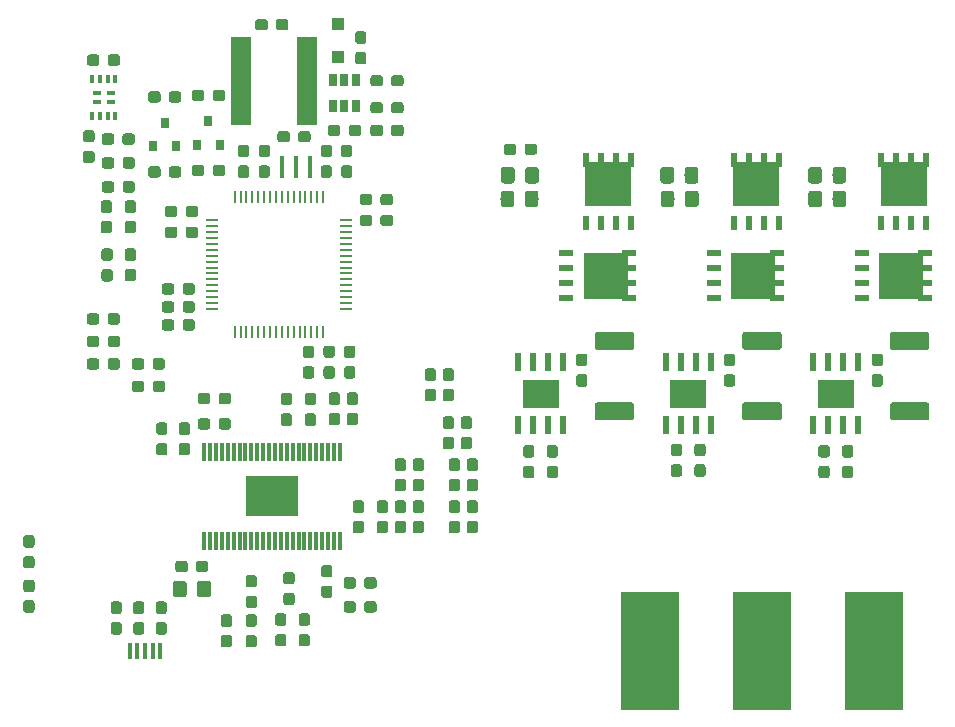
<source format=gbr>
G04 #@! TF.GenerationSoftware,KiCad,Pcbnew,5.0.2-bee76a0~70~ubuntu16.04.1*
G04 #@! TF.CreationDate,2018-12-16T23:22:01+08:00*
G04 #@! TF.ProjectId,AgriESC,41677269-4553-4432-9e6b-696361645f70,rev?*
G04 #@! TF.SameCoordinates,Original*
G04 #@! TF.FileFunction,Paste,Top*
G04 #@! TF.FilePolarity,Positive*
%FSLAX46Y46*%
G04 Gerber Fmt 4.6, Leading zero omitted, Abs format (unit mm)*
G04 Created by KiCad (PCBNEW 5.0.2-bee76a0~70~ubuntu16.04.1) date Sun 16 Dec 2018 23:22:01 AWST*
%MOMM*%
%LPD*%
G01*
G04 APERTURE LIST*
%ADD10C,0.100000*%
%ADD11C,0.950000*%
%ADD12R,0.610000X1.270000*%
%ADD13R,3.910000X3.750000*%
%ADD14R,0.800000X0.900000*%
%ADD15R,0.250000X1.000000*%
%ADD16R,1.000000X0.250000*%
%ADD17R,0.400000X1.350000*%
%ADD18R,0.400000X1.900000*%
%ADD19C,1.150000*%
%ADD20R,1.100000X1.100000*%
%ADD21R,5.000000X10.000000*%
%ADD22R,1.800000X7.500000*%
%ADD23C,1.525000*%
%ADD24R,3.750000X3.910000*%
%ADD25R,1.270000X0.610000*%
%ADD26R,3.099000X2.413000*%
%ADD27R,0.533000X1.600000*%
%ADD28R,0.300000X1.550000*%
%ADD29R,4.420000X3.480000*%
%ADD30R,0.650000X1.060000*%
%ADD31R,0.350000X0.650000*%
%ADD32R,0.720000X0.465000*%
G04 APERTURE END LIST*
D10*
G04 #@! TO.C,R25*
G36*
X121833779Y-126841144D02*
X121856834Y-126844563D01*
X121879443Y-126850227D01*
X121901387Y-126858079D01*
X121922457Y-126868044D01*
X121942448Y-126880026D01*
X121961168Y-126893910D01*
X121978438Y-126909562D01*
X121994090Y-126926832D01*
X122007974Y-126945552D01*
X122019956Y-126965543D01*
X122029921Y-126986613D01*
X122037773Y-127008557D01*
X122043437Y-127031166D01*
X122046856Y-127054221D01*
X122048000Y-127077500D01*
X122048000Y-127652500D01*
X122046856Y-127675779D01*
X122043437Y-127698834D01*
X122037773Y-127721443D01*
X122029921Y-127743387D01*
X122019956Y-127764457D01*
X122007974Y-127784448D01*
X121994090Y-127803168D01*
X121978438Y-127820438D01*
X121961168Y-127836090D01*
X121942448Y-127849974D01*
X121922457Y-127861956D01*
X121901387Y-127871921D01*
X121879443Y-127879773D01*
X121856834Y-127885437D01*
X121833779Y-127888856D01*
X121810500Y-127890000D01*
X121335500Y-127890000D01*
X121312221Y-127888856D01*
X121289166Y-127885437D01*
X121266557Y-127879773D01*
X121244613Y-127871921D01*
X121223543Y-127861956D01*
X121203552Y-127849974D01*
X121184832Y-127836090D01*
X121167562Y-127820438D01*
X121151910Y-127803168D01*
X121138026Y-127784448D01*
X121126044Y-127764457D01*
X121116079Y-127743387D01*
X121108227Y-127721443D01*
X121102563Y-127698834D01*
X121099144Y-127675779D01*
X121098000Y-127652500D01*
X121098000Y-127077500D01*
X121099144Y-127054221D01*
X121102563Y-127031166D01*
X121108227Y-127008557D01*
X121116079Y-126986613D01*
X121126044Y-126965543D01*
X121138026Y-126945552D01*
X121151910Y-126926832D01*
X121167562Y-126909562D01*
X121184832Y-126893910D01*
X121203552Y-126880026D01*
X121223543Y-126868044D01*
X121244613Y-126858079D01*
X121266557Y-126850227D01*
X121289166Y-126844563D01*
X121312221Y-126841144D01*
X121335500Y-126840000D01*
X121810500Y-126840000D01*
X121833779Y-126841144D01*
X121833779Y-126841144D01*
G37*
D11*
X121573000Y-127365000D03*
D10*
G36*
X121833779Y-128591144D02*
X121856834Y-128594563D01*
X121879443Y-128600227D01*
X121901387Y-128608079D01*
X121922457Y-128618044D01*
X121942448Y-128630026D01*
X121961168Y-128643910D01*
X121978438Y-128659562D01*
X121994090Y-128676832D01*
X122007974Y-128695552D01*
X122019956Y-128715543D01*
X122029921Y-128736613D01*
X122037773Y-128758557D01*
X122043437Y-128781166D01*
X122046856Y-128804221D01*
X122048000Y-128827500D01*
X122048000Y-129402500D01*
X122046856Y-129425779D01*
X122043437Y-129448834D01*
X122037773Y-129471443D01*
X122029921Y-129493387D01*
X122019956Y-129514457D01*
X122007974Y-129534448D01*
X121994090Y-129553168D01*
X121978438Y-129570438D01*
X121961168Y-129586090D01*
X121942448Y-129599974D01*
X121922457Y-129611956D01*
X121901387Y-129621921D01*
X121879443Y-129629773D01*
X121856834Y-129635437D01*
X121833779Y-129638856D01*
X121810500Y-129640000D01*
X121335500Y-129640000D01*
X121312221Y-129638856D01*
X121289166Y-129635437D01*
X121266557Y-129629773D01*
X121244613Y-129621921D01*
X121223543Y-129611956D01*
X121203552Y-129599974D01*
X121184832Y-129586090D01*
X121167562Y-129570438D01*
X121151910Y-129553168D01*
X121138026Y-129534448D01*
X121126044Y-129514457D01*
X121116079Y-129493387D01*
X121108227Y-129471443D01*
X121102563Y-129448834D01*
X121099144Y-129425779D01*
X121098000Y-129402500D01*
X121098000Y-128827500D01*
X121099144Y-128804221D01*
X121102563Y-128781166D01*
X121108227Y-128758557D01*
X121116079Y-128736613D01*
X121126044Y-128715543D01*
X121138026Y-128695552D01*
X121151910Y-128676832D01*
X121167562Y-128659562D01*
X121184832Y-128643910D01*
X121203552Y-128630026D01*
X121223543Y-128618044D01*
X121244613Y-128608079D01*
X121266557Y-128600227D01*
X121289166Y-128594563D01*
X121312221Y-128591144D01*
X121335500Y-128590000D01*
X121810500Y-128590000D01*
X121833779Y-128591144D01*
X121833779Y-128591144D01*
G37*
D11*
X121573000Y-129115000D03*
G04 #@! TD*
D10*
G04 #@! TO.C,R26*
G36*
X125643779Y-128591144D02*
X125666834Y-128594563D01*
X125689443Y-128600227D01*
X125711387Y-128608079D01*
X125732457Y-128618044D01*
X125752448Y-128630026D01*
X125771168Y-128643910D01*
X125788438Y-128659562D01*
X125804090Y-128676832D01*
X125817974Y-128695552D01*
X125829956Y-128715543D01*
X125839921Y-128736613D01*
X125847773Y-128758557D01*
X125853437Y-128781166D01*
X125856856Y-128804221D01*
X125858000Y-128827500D01*
X125858000Y-129402500D01*
X125856856Y-129425779D01*
X125853437Y-129448834D01*
X125847773Y-129471443D01*
X125839921Y-129493387D01*
X125829956Y-129514457D01*
X125817974Y-129534448D01*
X125804090Y-129553168D01*
X125788438Y-129570438D01*
X125771168Y-129586090D01*
X125752448Y-129599974D01*
X125732457Y-129611956D01*
X125711387Y-129621921D01*
X125689443Y-129629773D01*
X125666834Y-129635437D01*
X125643779Y-129638856D01*
X125620500Y-129640000D01*
X125145500Y-129640000D01*
X125122221Y-129638856D01*
X125099166Y-129635437D01*
X125076557Y-129629773D01*
X125054613Y-129621921D01*
X125033543Y-129611956D01*
X125013552Y-129599974D01*
X124994832Y-129586090D01*
X124977562Y-129570438D01*
X124961910Y-129553168D01*
X124948026Y-129534448D01*
X124936044Y-129514457D01*
X124926079Y-129493387D01*
X124918227Y-129471443D01*
X124912563Y-129448834D01*
X124909144Y-129425779D01*
X124908000Y-129402500D01*
X124908000Y-128827500D01*
X124909144Y-128804221D01*
X124912563Y-128781166D01*
X124918227Y-128758557D01*
X124926079Y-128736613D01*
X124936044Y-128715543D01*
X124948026Y-128695552D01*
X124961910Y-128676832D01*
X124977562Y-128659562D01*
X124994832Y-128643910D01*
X125013552Y-128630026D01*
X125033543Y-128618044D01*
X125054613Y-128608079D01*
X125076557Y-128600227D01*
X125099166Y-128594563D01*
X125122221Y-128591144D01*
X125145500Y-128590000D01*
X125620500Y-128590000D01*
X125643779Y-128591144D01*
X125643779Y-128591144D01*
G37*
D11*
X125383000Y-129115000D03*
D10*
G36*
X125643779Y-126841144D02*
X125666834Y-126844563D01*
X125689443Y-126850227D01*
X125711387Y-126858079D01*
X125732457Y-126868044D01*
X125752448Y-126880026D01*
X125771168Y-126893910D01*
X125788438Y-126909562D01*
X125804090Y-126926832D01*
X125817974Y-126945552D01*
X125829956Y-126965543D01*
X125839921Y-126986613D01*
X125847773Y-127008557D01*
X125853437Y-127031166D01*
X125856856Y-127054221D01*
X125858000Y-127077500D01*
X125858000Y-127652500D01*
X125856856Y-127675779D01*
X125853437Y-127698834D01*
X125847773Y-127721443D01*
X125839921Y-127743387D01*
X125829956Y-127764457D01*
X125817974Y-127784448D01*
X125804090Y-127803168D01*
X125788438Y-127820438D01*
X125771168Y-127836090D01*
X125752448Y-127849974D01*
X125732457Y-127861956D01*
X125711387Y-127871921D01*
X125689443Y-127879773D01*
X125666834Y-127885437D01*
X125643779Y-127888856D01*
X125620500Y-127890000D01*
X125145500Y-127890000D01*
X125122221Y-127888856D01*
X125099166Y-127885437D01*
X125076557Y-127879773D01*
X125054613Y-127871921D01*
X125033543Y-127861956D01*
X125013552Y-127849974D01*
X124994832Y-127836090D01*
X124977562Y-127820438D01*
X124961910Y-127803168D01*
X124948026Y-127784448D01*
X124936044Y-127764457D01*
X124926079Y-127743387D01*
X124918227Y-127721443D01*
X124912563Y-127698834D01*
X124909144Y-127675779D01*
X124908000Y-127652500D01*
X124908000Y-127077500D01*
X124909144Y-127054221D01*
X124912563Y-127031166D01*
X124918227Y-127008557D01*
X124926079Y-126986613D01*
X124936044Y-126965543D01*
X124948026Y-126945552D01*
X124961910Y-126926832D01*
X124977562Y-126909562D01*
X124994832Y-126893910D01*
X125013552Y-126880026D01*
X125033543Y-126868044D01*
X125054613Y-126858079D01*
X125076557Y-126850227D01*
X125099166Y-126844563D01*
X125122221Y-126841144D01*
X125145500Y-126840000D01*
X125620500Y-126840000D01*
X125643779Y-126841144D01*
X125643779Y-126841144D01*
G37*
D11*
X125383000Y-127365000D03*
G04 #@! TD*
D10*
G04 #@! TO.C,R28*
G36*
X123738779Y-126841144D02*
X123761834Y-126844563D01*
X123784443Y-126850227D01*
X123806387Y-126858079D01*
X123827457Y-126868044D01*
X123847448Y-126880026D01*
X123866168Y-126893910D01*
X123883438Y-126909562D01*
X123899090Y-126926832D01*
X123912974Y-126945552D01*
X123924956Y-126965543D01*
X123934921Y-126986613D01*
X123942773Y-127008557D01*
X123948437Y-127031166D01*
X123951856Y-127054221D01*
X123953000Y-127077500D01*
X123953000Y-127652500D01*
X123951856Y-127675779D01*
X123948437Y-127698834D01*
X123942773Y-127721443D01*
X123934921Y-127743387D01*
X123924956Y-127764457D01*
X123912974Y-127784448D01*
X123899090Y-127803168D01*
X123883438Y-127820438D01*
X123866168Y-127836090D01*
X123847448Y-127849974D01*
X123827457Y-127861956D01*
X123806387Y-127871921D01*
X123784443Y-127879773D01*
X123761834Y-127885437D01*
X123738779Y-127888856D01*
X123715500Y-127890000D01*
X123240500Y-127890000D01*
X123217221Y-127888856D01*
X123194166Y-127885437D01*
X123171557Y-127879773D01*
X123149613Y-127871921D01*
X123128543Y-127861956D01*
X123108552Y-127849974D01*
X123089832Y-127836090D01*
X123072562Y-127820438D01*
X123056910Y-127803168D01*
X123043026Y-127784448D01*
X123031044Y-127764457D01*
X123021079Y-127743387D01*
X123013227Y-127721443D01*
X123007563Y-127698834D01*
X123004144Y-127675779D01*
X123003000Y-127652500D01*
X123003000Y-127077500D01*
X123004144Y-127054221D01*
X123007563Y-127031166D01*
X123013227Y-127008557D01*
X123021079Y-126986613D01*
X123031044Y-126965543D01*
X123043026Y-126945552D01*
X123056910Y-126926832D01*
X123072562Y-126909562D01*
X123089832Y-126893910D01*
X123108552Y-126880026D01*
X123128543Y-126868044D01*
X123149613Y-126858079D01*
X123171557Y-126850227D01*
X123194166Y-126844563D01*
X123217221Y-126841144D01*
X123240500Y-126840000D01*
X123715500Y-126840000D01*
X123738779Y-126841144D01*
X123738779Y-126841144D01*
G37*
D11*
X123478000Y-127365000D03*
D10*
G36*
X123738779Y-128591144D02*
X123761834Y-128594563D01*
X123784443Y-128600227D01*
X123806387Y-128608079D01*
X123827457Y-128618044D01*
X123847448Y-128630026D01*
X123866168Y-128643910D01*
X123883438Y-128659562D01*
X123899090Y-128676832D01*
X123912974Y-128695552D01*
X123924956Y-128715543D01*
X123934921Y-128736613D01*
X123942773Y-128758557D01*
X123948437Y-128781166D01*
X123951856Y-128804221D01*
X123953000Y-128827500D01*
X123953000Y-129402500D01*
X123951856Y-129425779D01*
X123948437Y-129448834D01*
X123942773Y-129471443D01*
X123934921Y-129493387D01*
X123924956Y-129514457D01*
X123912974Y-129534448D01*
X123899090Y-129553168D01*
X123883438Y-129570438D01*
X123866168Y-129586090D01*
X123847448Y-129599974D01*
X123827457Y-129611956D01*
X123806387Y-129621921D01*
X123784443Y-129629773D01*
X123761834Y-129635437D01*
X123738779Y-129638856D01*
X123715500Y-129640000D01*
X123240500Y-129640000D01*
X123217221Y-129638856D01*
X123194166Y-129635437D01*
X123171557Y-129629773D01*
X123149613Y-129621921D01*
X123128543Y-129611956D01*
X123108552Y-129599974D01*
X123089832Y-129586090D01*
X123072562Y-129570438D01*
X123056910Y-129553168D01*
X123043026Y-129534448D01*
X123031044Y-129514457D01*
X123021079Y-129493387D01*
X123013227Y-129471443D01*
X123007563Y-129448834D01*
X123004144Y-129425779D01*
X123003000Y-129402500D01*
X123003000Y-128827500D01*
X123004144Y-128804221D01*
X123007563Y-128781166D01*
X123013227Y-128758557D01*
X123021079Y-128736613D01*
X123031044Y-128715543D01*
X123043026Y-128695552D01*
X123056910Y-128676832D01*
X123072562Y-128659562D01*
X123089832Y-128643910D01*
X123108552Y-128630026D01*
X123128543Y-128618044D01*
X123149613Y-128608079D01*
X123171557Y-128600227D01*
X123194166Y-128594563D01*
X123217221Y-128591144D01*
X123240500Y-128590000D01*
X123715500Y-128590000D01*
X123738779Y-128591144D01*
X123738779Y-128591144D01*
G37*
D11*
X123478000Y-129115000D03*
G04 #@! TD*
D10*
G04 #@! TO.C,C27*
G36*
X137810779Y-87026144D02*
X137833834Y-87029563D01*
X137856443Y-87035227D01*
X137878387Y-87043079D01*
X137899457Y-87053044D01*
X137919448Y-87065026D01*
X137938168Y-87078910D01*
X137955438Y-87094562D01*
X137971090Y-87111832D01*
X137984974Y-87130552D01*
X137996956Y-87150543D01*
X138006921Y-87171613D01*
X138014773Y-87193557D01*
X138020437Y-87216166D01*
X138023856Y-87239221D01*
X138025000Y-87262500D01*
X138025000Y-87737500D01*
X138023856Y-87760779D01*
X138020437Y-87783834D01*
X138014773Y-87806443D01*
X138006921Y-87828387D01*
X137996956Y-87849457D01*
X137984974Y-87869448D01*
X137971090Y-87888168D01*
X137955438Y-87905438D01*
X137938168Y-87921090D01*
X137919448Y-87934974D01*
X137899457Y-87946956D01*
X137878387Y-87956921D01*
X137856443Y-87964773D01*
X137833834Y-87970437D01*
X137810779Y-87973856D01*
X137787500Y-87975000D01*
X137212500Y-87975000D01*
X137189221Y-87973856D01*
X137166166Y-87970437D01*
X137143557Y-87964773D01*
X137121613Y-87956921D01*
X137100543Y-87946956D01*
X137080552Y-87934974D01*
X137061832Y-87921090D01*
X137044562Y-87905438D01*
X137028910Y-87888168D01*
X137015026Y-87869448D01*
X137003044Y-87849457D01*
X136993079Y-87828387D01*
X136985227Y-87806443D01*
X136979563Y-87783834D01*
X136976144Y-87760779D01*
X136975000Y-87737500D01*
X136975000Y-87262500D01*
X136976144Y-87239221D01*
X136979563Y-87216166D01*
X136985227Y-87193557D01*
X136993079Y-87171613D01*
X137003044Y-87150543D01*
X137015026Y-87130552D01*
X137028910Y-87111832D01*
X137044562Y-87094562D01*
X137061832Y-87078910D01*
X137080552Y-87065026D01*
X137100543Y-87053044D01*
X137121613Y-87043079D01*
X137143557Y-87035227D01*
X137166166Y-87029563D01*
X137189221Y-87026144D01*
X137212500Y-87025000D01*
X137787500Y-87025000D01*
X137810779Y-87026144D01*
X137810779Y-87026144D01*
G37*
D11*
X137500000Y-87500000D03*
D10*
G36*
X136060779Y-87026144D02*
X136083834Y-87029563D01*
X136106443Y-87035227D01*
X136128387Y-87043079D01*
X136149457Y-87053044D01*
X136169448Y-87065026D01*
X136188168Y-87078910D01*
X136205438Y-87094562D01*
X136221090Y-87111832D01*
X136234974Y-87130552D01*
X136246956Y-87150543D01*
X136256921Y-87171613D01*
X136264773Y-87193557D01*
X136270437Y-87216166D01*
X136273856Y-87239221D01*
X136275000Y-87262500D01*
X136275000Y-87737500D01*
X136273856Y-87760779D01*
X136270437Y-87783834D01*
X136264773Y-87806443D01*
X136256921Y-87828387D01*
X136246956Y-87849457D01*
X136234974Y-87869448D01*
X136221090Y-87888168D01*
X136205438Y-87905438D01*
X136188168Y-87921090D01*
X136169448Y-87934974D01*
X136149457Y-87946956D01*
X136128387Y-87956921D01*
X136106443Y-87964773D01*
X136083834Y-87970437D01*
X136060779Y-87973856D01*
X136037500Y-87975000D01*
X135462500Y-87975000D01*
X135439221Y-87973856D01*
X135416166Y-87970437D01*
X135393557Y-87964773D01*
X135371613Y-87956921D01*
X135350543Y-87946956D01*
X135330552Y-87934974D01*
X135311832Y-87921090D01*
X135294562Y-87905438D01*
X135278910Y-87888168D01*
X135265026Y-87869448D01*
X135253044Y-87849457D01*
X135243079Y-87828387D01*
X135235227Y-87806443D01*
X135229563Y-87783834D01*
X135226144Y-87760779D01*
X135225000Y-87737500D01*
X135225000Y-87262500D01*
X135226144Y-87239221D01*
X135229563Y-87216166D01*
X135235227Y-87193557D01*
X135243079Y-87171613D01*
X135253044Y-87150543D01*
X135265026Y-87130552D01*
X135278910Y-87111832D01*
X135294562Y-87094562D01*
X135311832Y-87078910D01*
X135330552Y-87065026D01*
X135350543Y-87053044D01*
X135371613Y-87043079D01*
X135393557Y-87035227D01*
X135416166Y-87029563D01*
X135439221Y-87026144D01*
X135462500Y-87025000D01*
X136037500Y-87025000D01*
X136060779Y-87026144D01*
X136060779Y-87026144D01*
G37*
D11*
X135750000Y-87500000D03*
G04 #@! TD*
D12*
G04 #@! TO.C,U1*
X161345000Y-89486000D03*
X162615000Y-89486000D03*
X163885000Y-89486000D03*
X165155000Y-89486000D03*
X165155000Y-94826000D03*
X163885000Y-94826000D03*
X162615000Y-94826000D03*
X161345000Y-94826000D03*
D13*
X163250000Y-91496000D03*
G04 #@! TD*
D14*
G04 #@! TO.C,U15*
X128426000Y-88168000D03*
X130326000Y-88168000D03*
X129376000Y-86168000D03*
G04 #@! TD*
D15*
G04 #@! TO.C,U10*
X139098000Y-92616000D03*
X138598000Y-92616000D03*
X138098000Y-92616000D03*
X137598000Y-92616000D03*
X137098000Y-92616000D03*
X136598000Y-92616000D03*
X136098000Y-92616000D03*
X135598000Y-92616000D03*
X135098000Y-92616000D03*
X134598000Y-92616000D03*
X134098000Y-92616000D03*
X133598000Y-92616000D03*
X133098000Y-92616000D03*
X132598000Y-92616000D03*
X132098000Y-92616000D03*
X131598000Y-92616000D03*
D16*
X129648000Y-94566000D03*
X129648000Y-95066000D03*
X129648000Y-95566000D03*
X129648000Y-96066000D03*
X129648000Y-96566000D03*
X129648000Y-97066000D03*
X129648000Y-97566000D03*
X129648000Y-98066000D03*
X129648000Y-98566000D03*
X129648000Y-99066000D03*
X129648000Y-99566000D03*
X129648000Y-100066000D03*
X129648000Y-100566000D03*
X129648000Y-101066000D03*
X129648000Y-101566000D03*
X129648000Y-102066000D03*
D15*
X131598000Y-104016000D03*
X132098000Y-104016000D03*
X132598000Y-104016000D03*
X133098000Y-104016000D03*
X133598000Y-104016000D03*
X134098000Y-104016000D03*
X134598000Y-104016000D03*
X135098000Y-104016000D03*
X135598000Y-104016000D03*
X136098000Y-104016000D03*
X136598000Y-104016000D03*
X137098000Y-104016000D03*
X137598000Y-104016000D03*
X138098000Y-104016000D03*
X138598000Y-104016000D03*
X139098000Y-104016000D03*
D16*
X141048000Y-102066000D03*
X141048000Y-101566000D03*
X141048000Y-101066000D03*
X141048000Y-100566000D03*
X141048000Y-100066000D03*
X141048000Y-99566000D03*
X141048000Y-99066000D03*
X141048000Y-98566000D03*
X141048000Y-98066000D03*
X141048000Y-97566000D03*
X141048000Y-97066000D03*
X141048000Y-96566000D03*
X141048000Y-96066000D03*
X141048000Y-95566000D03*
X141048000Y-95066000D03*
X141048000Y-94566000D03*
G04 #@! TD*
D17*
G04 #@! TO.C,J11*
X122700000Y-131000000D03*
X123350000Y-131000000D03*
X125300000Y-131000000D03*
X124650000Y-131000000D03*
X124000000Y-131000000D03*
G04 #@! TD*
D10*
G04 #@! TO.C,D2*
G36*
X121060779Y-96951144D02*
X121083834Y-96954563D01*
X121106443Y-96960227D01*
X121128387Y-96968079D01*
X121149457Y-96978044D01*
X121169448Y-96990026D01*
X121188168Y-97003910D01*
X121205438Y-97019562D01*
X121221090Y-97036832D01*
X121234974Y-97055552D01*
X121246956Y-97075543D01*
X121256921Y-97096613D01*
X121264773Y-97118557D01*
X121270437Y-97141166D01*
X121273856Y-97164221D01*
X121275000Y-97187500D01*
X121275000Y-97762500D01*
X121273856Y-97785779D01*
X121270437Y-97808834D01*
X121264773Y-97831443D01*
X121256921Y-97853387D01*
X121246956Y-97874457D01*
X121234974Y-97894448D01*
X121221090Y-97913168D01*
X121205438Y-97930438D01*
X121188168Y-97946090D01*
X121169448Y-97959974D01*
X121149457Y-97971956D01*
X121128387Y-97981921D01*
X121106443Y-97989773D01*
X121083834Y-97995437D01*
X121060779Y-97998856D01*
X121037500Y-98000000D01*
X120562500Y-98000000D01*
X120539221Y-97998856D01*
X120516166Y-97995437D01*
X120493557Y-97989773D01*
X120471613Y-97981921D01*
X120450543Y-97971956D01*
X120430552Y-97959974D01*
X120411832Y-97946090D01*
X120394562Y-97930438D01*
X120378910Y-97913168D01*
X120365026Y-97894448D01*
X120353044Y-97874457D01*
X120343079Y-97853387D01*
X120335227Y-97831443D01*
X120329563Y-97808834D01*
X120326144Y-97785779D01*
X120325000Y-97762500D01*
X120325000Y-97187500D01*
X120326144Y-97164221D01*
X120329563Y-97141166D01*
X120335227Y-97118557D01*
X120343079Y-97096613D01*
X120353044Y-97075543D01*
X120365026Y-97055552D01*
X120378910Y-97036832D01*
X120394562Y-97019562D01*
X120411832Y-97003910D01*
X120430552Y-96990026D01*
X120450543Y-96978044D01*
X120471613Y-96968079D01*
X120493557Y-96960227D01*
X120516166Y-96954563D01*
X120539221Y-96951144D01*
X120562500Y-96950000D01*
X121037500Y-96950000D01*
X121060779Y-96951144D01*
X121060779Y-96951144D01*
G37*
D11*
X120800000Y-97475000D03*
D10*
G36*
X121060779Y-98701144D02*
X121083834Y-98704563D01*
X121106443Y-98710227D01*
X121128387Y-98718079D01*
X121149457Y-98728044D01*
X121169448Y-98740026D01*
X121188168Y-98753910D01*
X121205438Y-98769562D01*
X121221090Y-98786832D01*
X121234974Y-98805552D01*
X121246956Y-98825543D01*
X121256921Y-98846613D01*
X121264773Y-98868557D01*
X121270437Y-98891166D01*
X121273856Y-98914221D01*
X121275000Y-98937500D01*
X121275000Y-99512500D01*
X121273856Y-99535779D01*
X121270437Y-99558834D01*
X121264773Y-99581443D01*
X121256921Y-99603387D01*
X121246956Y-99624457D01*
X121234974Y-99644448D01*
X121221090Y-99663168D01*
X121205438Y-99680438D01*
X121188168Y-99696090D01*
X121169448Y-99709974D01*
X121149457Y-99721956D01*
X121128387Y-99731921D01*
X121106443Y-99739773D01*
X121083834Y-99745437D01*
X121060779Y-99748856D01*
X121037500Y-99750000D01*
X120562500Y-99750000D01*
X120539221Y-99748856D01*
X120516166Y-99745437D01*
X120493557Y-99739773D01*
X120471613Y-99731921D01*
X120450543Y-99721956D01*
X120430552Y-99709974D01*
X120411832Y-99696090D01*
X120394562Y-99680438D01*
X120378910Y-99663168D01*
X120365026Y-99644448D01*
X120353044Y-99624457D01*
X120343079Y-99603387D01*
X120335227Y-99581443D01*
X120329563Y-99558834D01*
X120326144Y-99535779D01*
X120325000Y-99512500D01*
X120325000Y-98937500D01*
X120326144Y-98914221D01*
X120329563Y-98891166D01*
X120335227Y-98868557D01*
X120343079Y-98846613D01*
X120353044Y-98825543D01*
X120365026Y-98805552D01*
X120378910Y-98786832D01*
X120394562Y-98769562D01*
X120411832Y-98753910D01*
X120430552Y-98740026D01*
X120450543Y-98728044D01*
X120471613Y-98718079D01*
X120493557Y-98710227D01*
X120516166Y-98704563D01*
X120539221Y-98701144D01*
X120562500Y-98700000D01*
X121037500Y-98700000D01*
X121060779Y-98701144D01*
X121060779Y-98701144D01*
G37*
D11*
X120800000Y-99225000D03*
G04 #@! TD*
D18*
G04 #@! TO.C,Y1*
X135598000Y-90066000D03*
X136798000Y-90066000D03*
X137998000Y-90066000D03*
G04 #@! TD*
D10*
G04 #@! TO.C,C1*
G36*
X155049505Y-92051204D02*
X155073773Y-92054804D01*
X155097572Y-92060765D01*
X155120671Y-92069030D01*
X155142850Y-92079520D01*
X155163893Y-92092132D01*
X155183599Y-92106747D01*
X155201777Y-92123223D01*
X155218253Y-92141401D01*
X155232868Y-92161107D01*
X155245480Y-92182150D01*
X155255970Y-92204329D01*
X155264235Y-92227428D01*
X155270196Y-92251227D01*
X155273796Y-92275495D01*
X155275000Y-92299999D01*
X155275000Y-93200001D01*
X155273796Y-93224505D01*
X155270196Y-93248773D01*
X155264235Y-93272572D01*
X155255970Y-93295671D01*
X155245480Y-93317850D01*
X155232868Y-93338893D01*
X155218253Y-93358599D01*
X155201777Y-93376777D01*
X155183599Y-93393253D01*
X155163893Y-93407868D01*
X155142850Y-93420480D01*
X155120671Y-93430970D01*
X155097572Y-93439235D01*
X155073773Y-93445196D01*
X155049505Y-93448796D01*
X155025001Y-93450000D01*
X154374999Y-93450000D01*
X154350495Y-93448796D01*
X154326227Y-93445196D01*
X154302428Y-93439235D01*
X154279329Y-93430970D01*
X154257150Y-93420480D01*
X154236107Y-93407868D01*
X154216401Y-93393253D01*
X154198223Y-93376777D01*
X154181747Y-93358599D01*
X154167132Y-93338893D01*
X154154520Y-93317850D01*
X154144030Y-93295671D01*
X154135765Y-93272572D01*
X154129804Y-93248773D01*
X154126204Y-93224505D01*
X154125000Y-93200001D01*
X154125000Y-92299999D01*
X154126204Y-92275495D01*
X154129804Y-92251227D01*
X154135765Y-92227428D01*
X154144030Y-92204329D01*
X154154520Y-92182150D01*
X154167132Y-92161107D01*
X154181747Y-92141401D01*
X154198223Y-92123223D01*
X154216401Y-92106747D01*
X154236107Y-92092132D01*
X154257150Y-92079520D01*
X154279329Y-92069030D01*
X154302428Y-92060765D01*
X154326227Y-92054804D01*
X154350495Y-92051204D01*
X154374999Y-92050000D01*
X155025001Y-92050000D01*
X155049505Y-92051204D01*
X155049505Y-92051204D01*
G37*
D19*
X154700000Y-92750000D03*
D10*
G36*
X157099505Y-92051204D02*
X157123773Y-92054804D01*
X157147572Y-92060765D01*
X157170671Y-92069030D01*
X157192850Y-92079520D01*
X157213893Y-92092132D01*
X157233599Y-92106747D01*
X157251777Y-92123223D01*
X157268253Y-92141401D01*
X157282868Y-92161107D01*
X157295480Y-92182150D01*
X157305970Y-92204329D01*
X157314235Y-92227428D01*
X157320196Y-92251227D01*
X157323796Y-92275495D01*
X157325000Y-92299999D01*
X157325000Y-93200001D01*
X157323796Y-93224505D01*
X157320196Y-93248773D01*
X157314235Y-93272572D01*
X157305970Y-93295671D01*
X157295480Y-93317850D01*
X157282868Y-93338893D01*
X157268253Y-93358599D01*
X157251777Y-93376777D01*
X157233599Y-93393253D01*
X157213893Y-93407868D01*
X157192850Y-93420480D01*
X157170671Y-93430970D01*
X157147572Y-93439235D01*
X157123773Y-93445196D01*
X157099505Y-93448796D01*
X157075001Y-93450000D01*
X156424999Y-93450000D01*
X156400495Y-93448796D01*
X156376227Y-93445196D01*
X156352428Y-93439235D01*
X156329329Y-93430970D01*
X156307150Y-93420480D01*
X156286107Y-93407868D01*
X156266401Y-93393253D01*
X156248223Y-93376777D01*
X156231747Y-93358599D01*
X156217132Y-93338893D01*
X156204520Y-93317850D01*
X156194030Y-93295671D01*
X156185765Y-93272572D01*
X156179804Y-93248773D01*
X156176204Y-93224505D01*
X156175000Y-93200001D01*
X156175000Y-92299999D01*
X156176204Y-92275495D01*
X156179804Y-92251227D01*
X156185765Y-92227428D01*
X156194030Y-92204329D01*
X156204520Y-92182150D01*
X156217132Y-92161107D01*
X156231747Y-92141401D01*
X156248223Y-92123223D01*
X156266401Y-92106747D01*
X156286107Y-92092132D01*
X156307150Y-92079520D01*
X156329329Y-92069030D01*
X156352428Y-92060765D01*
X156376227Y-92054804D01*
X156400495Y-92051204D01*
X156424999Y-92050000D01*
X157075001Y-92050000D01*
X157099505Y-92051204D01*
X157099505Y-92051204D01*
G37*
D19*
X156750000Y-92750000D03*
G04 #@! TD*
D10*
G04 #@! TO.C,C2*
G36*
X157124505Y-90051204D02*
X157148773Y-90054804D01*
X157172572Y-90060765D01*
X157195671Y-90069030D01*
X157217850Y-90079520D01*
X157238893Y-90092132D01*
X157258599Y-90106747D01*
X157276777Y-90123223D01*
X157293253Y-90141401D01*
X157307868Y-90161107D01*
X157320480Y-90182150D01*
X157330970Y-90204329D01*
X157339235Y-90227428D01*
X157345196Y-90251227D01*
X157348796Y-90275495D01*
X157350000Y-90299999D01*
X157350000Y-91200001D01*
X157348796Y-91224505D01*
X157345196Y-91248773D01*
X157339235Y-91272572D01*
X157330970Y-91295671D01*
X157320480Y-91317850D01*
X157307868Y-91338893D01*
X157293253Y-91358599D01*
X157276777Y-91376777D01*
X157258599Y-91393253D01*
X157238893Y-91407868D01*
X157217850Y-91420480D01*
X157195671Y-91430970D01*
X157172572Y-91439235D01*
X157148773Y-91445196D01*
X157124505Y-91448796D01*
X157100001Y-91450000D01*
X156449999Y-91450000D01*
X156425495Y-91448796D01*
X156401227Y-91445196D01*
X156377428Y-91439235D01*
X156354329Y-91430970D01*
X156332150Y-91420480D01*
X156311107Y-91407868D01*
X156291401Y-91393253D01*
X156273223Y-91376777D01*
X156256747Y-91358599D01*
X156242132Y-91338893D01*
X156229520Y-91317850D01*
X156219030Y-91295671D01*
X156210765Y-91272572D01*
X156204804Y-91248773D01*
X156201204Y-91224505D01*
X156200000Y-91200001D01*
X156200000Y-90299999D01*
X156201204Y-90275495D01*
X156204804Y-90251227D01*
X156210765Y-90227428D01*
X156219030Y-90204329D01*
X156229520Y-90182150D01*
X156242132Y-90161107D01*
X156256747Y-90141401D01*
X156273223Y-90123223D01*
X156291401Y-90106747D01*
X156311107Y-90092132D01*
X156332150Y-90079520D01*
X156354329Y-90069030D01*
X156377428Y-90060765D01*
X156401227Y-90054804D01*
X156425495Y-90051204D01*
X156449999Y-90050000D01*
X157100001Y-90050000D01*
X157124505Y-90051204D01*
X157124505Y-90051204D01*
G37*
D19*
X156775000Y-90750000D03*
D10*
G36*
X155074505Y-90051204D02*
X155098773Y-90054804D01*
X155122572Y-90060765D01*
X155145671Y-90069030D01*
X155167850Y-90079520D01*
X155188893Y-90092132D01*
X155208599Y-90106747D01*
X155226777Y-90123223D01*
X155243253Y-90141401D01*
X155257868Y-90161107D01*
X155270480Y-90182150D01*
X155280970Y-90204329D01*
X155289235Y-90227428D01*
X155295196Y-90251227D01*
X155298796Y-90275495D01*
X155300000Y-90299999D01*
X155300000Y-91200001D01*
X155298796Y-91224505D01*
X155295196Y-91248773D01*
X155289235Y-91272572D01*
X155280970Y-91295671D01*
X155270480Y-91317850D01*
X155257868Y-91338893D01*
X155243253Y-91358599D01*
X155226777Y-91376777D01*
X155208599Y-91393253D01*
X155188893Y-91407868D01*
X155167850Y-91420480D01*
X155145671Y-91430970D01*
X155122572Y-91439235D01*
X155098773Y-91445196D01*
X155074505Y-91448796D01*
X155050001Y-91450000D01*
X154399999Y-91450000D01*
X154375495Y-91448796D01*
X154351227Y-91445196D01*
X154327428Y-91439235D01*
X154304329Y-91430970D01*
X154282150Y-91420480D01*
X154261107Y-91407868D01*
X154241401Y-91393253D01*
X154223223Y-91376777D01*
X154206747Y-91358599D01*
X154192132Y-91338893D01*
X154179520Y-91317850D01*
X154169030Y-91295671D01*
X154160765Y-91272572D01*
X154154804Y-91248773D01*
X154151204Y-91224505D01*
X154150000Y-91200001D01*
X154150000Y-90299999D01*
X154151204Y-90275495D01*
X154154804Y-90251227D01*
X154160765Y-90227428D01*
X154169030Y-90204329D01*
X154179520Y-90182150D01*
X154192132Y-90161107D01*
X154206747Y-90141401D01*
X154223223Y-90123223D01*
X154241401Y-90106747D01*
X154261107Y-90092132D01*
X154282150Y-90079520D01*
X154304329Y-90069030D01*
X154327428Y-90060765D01*
X154351227Y-90054804D01*
X154375495Y-90051204D01*
X154399999Y-90050000D01*
X155050001Y-90050000D01*
X155074505Y-90051204D01*
X155074505Y-90051204D01*
G37*
D19*
X154725000Y-90750000D03*
G04 #@! TD*
D10*
G04 #@! TO.C,C3*
G36*
X168599505Y-92051204D02*
X168623773Y-92054804D01*
X168647572Y-92060765D01*
X168670671Y-92069030D01*
X168692850Y-92079520D01*
X168713893Y-92092132D01*
X168733599Y-92106747D01*
X168751777Y-92123223D01*
X168768253Y-92141401D01*
X168782868Y-92161107D01*
X168795480Y-92182150D01*
X168805970Y-92204329D01*
X168814235Y-92227428D01*
X168820196Y-92251227D01*
X168823796Y-92275495D01*
X168825000Y-92299999D01*
X168825000Y-93200001D01*
X168823796Y-93224505D01*
X168820196Y-93248773D01*
X168814235Y-93272572D01*
X168805970Y-93295671D01*
X168795480Y-93317850D01*
X168782868Y-93338893D01*
X168768253Y-93358599D01*
X168751777Y-93376777D01*
X168733599Y-93393253D01*
X168713893Y-93407868D01*
X168692850Y-93420480D01*
X168670671Y-93430970D01*
X168647572Y-93439235D01*
X168623773Y-93445196D01*
X168599505Y-93448796D01*
X168575001Y-93450000D01*
X167924999Y-93450000D01*
X167900495Y-93448796D01*
X167876227Y-93445196D01*
X167852428Y-93439235D01*
X167829329Y-93430970D01*
X167807150Y-93420480D01*
X167786107Y-93407868D01*
X167766401Y-93393253D01*
X167748223Y-93376777D01*
X167731747Y-93358599D01*
X167717132Y-93338893D01*
X167704520Y-93317850D01*
X167694030Y-93295671D01*
X167685765Y-93272572D01*
X167679804Y-93248773D01*
X167676204Y-93224505D01*
X167675000Y-93200001D01*
X167675000Y-92299999D01*
X167676204Y-92275495D01*
X167679804Y-92251227D01*
X167685765Y-92227428D01*
X167694030Y-92204329D01*
X167704520Y-92182150D01*
X167717132Y-92161107D01*
X167731747Y-92141401D01*
X167748223Y-92123223D01*
X167766401Y-92106747D01*
X167786107Y-92092132D01*
X167807150Y-92079520D01*
X167829329Y-92069030D01*
X167852428Y-92060765D01*
X167876227Y-92054804D01*
X167900495Y-92051204D01*
X167924999Y-92050000D01*
X168575001Y-92050000D01*
X168599505Y-92051204D01*
X168599505Y-92051204D01*
G37*
D19*
X168250000Y-92750000D03*
D10*
G36*
X170649505Y-92051204D02*
X170673773Y-92054804D01*
X170697572Y-92060765D01*
X170720671Y-92069030D01*
X170742850Y-92079520D01*
X170763893Y-92092132D01*
X170783599Y-92106747D01*
X170801777Y-92123223D01*
X170818253Y-92141401D01*
X170832868Y-92161107D01*
X170845480Y-92182150D01*
X170855970Y-92204329D01*
X170864235Y-92227428D01*
X170870196Y-92251227D01*
X170873796Y-92275495D01*
X170875000Y-92299999D01*
X170875000Y-93200001D01*
X170873796Y-93224505D01*
X170870196Y-93248773D01*
X170864235Y-93272572D01*
X170855970Y-93295671D01*
X170845480Y-93317850D01*
X170832868Y-93338893D01*
X170818253Y-93358599D01*
X170801777Y-93376777D01*
X170783599Y-93393253D01*
X170763893Y-93407868D01*
X170742850Y-93420480D01*
X170720671Y-93430970D01*
X170697572Y-93439235D01*
X170673773Y-93445196D01*
X170649505Y-93448796D01*
X170625001Y-93450000D01*
X169974999Y-93450000D01*
X169950495Y-93448796D01*
X169926227Y-93445196D01*
X169902428Y-93439235D01*
X169879329Y-93430970D01*
X169857150Y-93420480D01*
X169836107Y-93407868D01*
X169816401Y-93393253D01*
X169798223Y-93376777D01*
X169781747Y-93358599D01*
X169767132Y-93338893D01*
X169754520Y-93317850D01*
X169744030Y-93295671D01*
X169735765Y-93272572D01*
X169729804Y-93248773D01*
X169726204Y-93224505D01*
X169725000Y-93200001D01*
X169725000Y-92299999D01*
X169726204Y-92275495D01*
X169729804Y-92251227D01*
X169735765Y-92227428D01*
X169744030Y-92204329D01*
X169754520Y-92182150D01*
X169767132Y-92161107D01*
X169781747Y-92141401D01*
X169798223Y-92123223D01*
X169816401Y-92106747D01*
X169836107Y-92092132D01*
X169857150Y-92079520D01*
X169879329Y-92069030D01*
X169902428Y-92060765D01*
X169926227Y-92054804D01*
X169950495Y-92051204D01*
X169974999Y-92050000D01*
X170625001Y-92050000D01*
X170649505Y-92051204D01*
X170649505Y-92051204D01*
G37*
D19*
X170300000Y-92750000D03*
G04 #@! TD*
D10*
G04 #@! TO.C,C4*
G36*
X170624505Y-90051204D02*
X170648773Y-90054804D01*
X170672572Y-90060765D01*
X170695671Y-90069030D01*
X170717850Y-90079520D01*
X170738893Y-90092132D01*
X170758599Y-90106747D01*
X170776777Y-90123223D01*
X170793253Y-90141401D01*
X170807868Y-90161107D01*
X170820480Y-90182150D01*
X170830970Y-90204329D01*
X170839235Y-90227428D01*
X170845196Y-90251227D01*
X170848796Y-90275495D01*
X170850000Y-90299999D01*
X170850000Y-91200001D01*
X170848796Y-91224505D01*
X170845196Y-91248773D01*
X170839235Y-91272572D01*
X170830970Y-91295671D01*
X170820480Y-91317850D01*
X170807868Y-91338893D01*
X170793253Y-91358599D01*
X170776777Y-91376777D01*
X170758599Y-91393253D01*
X170738893Y-91407868D01*
X170717850Y-91420480D01*
X170695671Y-91430970D01*
X170672572Y-91439235D01*
X170648773Y-91445196D01*
X170624505Y-91448796D01*
X170600001Y-91450000D01*
X169949999Y-91450000D01*
X169925495Y-91448796D01*
X169901227Y-91445196D01*
X169877428Y-91439235D01*
X169854329Y-91430970D01*
X169832150Y-91420480D01*
X169811107Y-91407868D01*
X169791401Y-91393253D01*
X169773223Y-91376777D01*
X169756747Y-91358599D01*
X169742132Y-91338893D01*
X169729520Y-91317850D01*
X169719030Y-91295671D01*
X169710765Y-91272572D01*
X169704804Y-91248773D01*
X169701204Y-91224505D01*
X169700000Y-91200001D01*
X169700000Y-90299999D01*
X169701204Y-90275495D01*
X169704804Y-90251227D01*
X169710765Y-90227428D01*
X169719030Y-90204329D01*
X169729520Y-90182150D01*
X169742132Y-90161107D01*
X169756747Y-90141401D01*
X169773223Y-90123223D01*
X169791401Y-90106747D01*
X169811107Y-90092132D01*
X169832150Y-90079520D01*
X169854329Y-90069030D01*
X169877428Y-90060765D01*
X169901227Y-90054804D01*
X169925495Y-90051204D01*
X169949999Y-90050000D01*
X170600001Y-90050000D01*
X170624505Y-90051204D01*
X170624505Y-90051204D01*
G37*
D19*
X170275000Y-90750000D03*
D10*
G36*
X168574505Y-90051204D02*
X168598773Y-90054804D01*
X168622572Y-90060765D01*
X168645671Y-90069030D01*
X168667850Y-90079520D01*
X168688893Y-90092132D01*
X168708599Y-90106747D01*
X168726777Y-90123223D01*
X168743253Y-90141401D01*
X168757868Y-90161107D01*
X168770480Y-90182150D01*
X168780970Y-90204329D01*
X168789235Y-90227428D01*
X168795196Y-90251227D01*
X168798796Y-90275495D01*
X168800000Y-90299999D01*
X168800000Y-91200001D01*
X168798796Y-91224505D01*
X168795196Y-91248773D01*
X168789235Y-91272572D01*
X168780970Y-91295671D01*
X168770480Y-91317850D01*
X168757868Y-91338893D01*
X168743253Y-91358599D01*
X168726777Y-91376777D01*
X168708599Y-91393253D01*
X168688893Y-91407868D01*
X168667850Y-91420480D01*
X168645671Y-91430970D01*
X168622572Y-91439235D01*
X168598773Y-91445196D01*
X168574505Y-91448796D01*
X168550001Y-91450000D01*
X167899999Y-91450000D01*
X167875495Y-91448796D01*
X167851227Y-91445196D01*
X167827428Y-91439235D01*
X167804329Y-91430970D01*
X167782150Y-91420480D01*
X167761107Y-91407868D01*
X167741401Y-91393253D01*
X167723223Y-91376777D01*
X167706747Y-91358599D01*
X167692132Y-91338893D01*
X167679520Y-91317850D01*
X167669030Y-91295671D01*
X167660765Y-91272572D01*
X167654804Y-91248773D01*
X167651204Y-91224505D01*
X167650000Y-91200001D01*
X167650000Y-90299999D01*
X167651204Y-90275495D01*
X167654804Y-90251227D01*
X167660765Y-90227428D01*
X167669030Y-90204329D01*
X167679520Y-90182150D01*
X167692132Y-90161107D01*
X167706747Y-90141401D01*
X167723223Y-90123223D01*
X167741401Y-90106747D01*
X167761107Y-90092132D01*
X167782150Y-90079520D01*
X167804329Y-90069030D01*
X167827428Y-90060765D01*
X167851227Y-90054804D01*
X167875495Y-90051204D01*
X167899999Y-90050000D01*
X168550001Y-90050000D01*
X168574505Y-90051204D01*
X168574505Y-90051204D01*
G37*
D19*
X168225000Y-90750000D03*
G04 #@! TD*
D10*
G04 #@! TO.C,C5*
G36*
X181099505Y-92051204D02*
X181123773Y-92054804D01*
X181147572Y-92060765D01*
X181170671Y-92069030D01*
X181192850Y-92079520D01*
X181213893Y-92092132D01*
X181233599Y-92106747D01*
X181251777Y-92123223D01*
X181268253Y-92141401D01*
X181282868Y-92161107D01*
X181295480Y-92182150D01*
X181305970Y-92204329D01*
X181314235Y-92227428D01*
X181320196Y-92251227D01*
X181323796Y-92275495D01*
X181325000Y-92299999D01*
X181325000Y-93200001D01*
X181323796Y-93224505D01*
X181320196Y-93248773D01*
X181314235Y-93272572D01*
X181305970Y-93295671D01*
X181295480Y-93317850D01*
X181282868Y-93338893D01*
X181268253Y-93358599D01*
X181251777Y-93376777D01*
X181233599Y-93393253D01*
X181213893Y-93407868D01*
X181192850Y-93420480D01*
X181170671Y-93430970D01*
X181147572Y-93439235D01*
X181123773Y-93445196D01*
X181099505Y-93448796D01*
X181075001Y-93450000D01*
X180424999Y-93450000D01*
X180400495Y-93448796D01*
X180376227Y-93445196D01*
X180352428Y-93439235D01*
X180329329Y-93430970D01*
X180307150Y-93420480D01*
X180286107Y-93407868D01*
X180266401Y-93393253D01*
X180248223Y-93376777D01*
X180231747Y-93358599D01*
X180217132Y-93338893D01*
X180204520Y-93317850D01*
X180194030Y-93295671D01*
X180185765Y-93272572D01*
X180179804Y-93248773D01*
X180176204Y-93224505D01*
X180175000Y-93200001D01*
X180175000Y-92299999D01*
X180176204Y-92275495D01*
X180179804Y-92251227D01*
X180185765Y-92227428D01*
X180194030Y-92204329D01*
X180204520Y-92182150D01*
X180217132Y-92161107D01*
X180231747Y-92141401D01*
X180248223Y-92123223D01*
X180266401Y-92106747D01*
X180286107Y-92092132D01*
X180307150Y-92079520D01*
X180329329Y-92069030D01*
X180352428Y-92060765D01*
X180376227Y-92054804D01*
X180400495Y-92051204D01*
X180424999Y-92050000D01*
X181075001Y-92050000D01*
X181099505Y-92051204D01*
X181099505Y-92051204D01*
G37*
D19*
X180750000Y-92750000D03*
D10*
G36*
X183149505Y-92051204D02*
X183173773Y-92054804D01*
X183197572Y-92060765D01*
X183220671Y-92069030D01*
X183242850Y-92079520D01*
X183263893Y-92092132D01*
X183283599Y-92106747D01*
X183301777Y-92123223D01*
X183318253Y-92141401D01*
X183332868Y-92161107D01*
X183345480Y-92182150D01*
X183355970Y-92204329D01*
X183364235Y-92227428D01*
X183370196Y-92251227D01*
X183373796Y-92275495D01*
X183375000Y-92299999D01*
X183375000Y-93200001D01*
X183373796Y-93224505D01*
X183370196Y-93248773D01*
X183364235Y-93272572D01*
X183355970Y-93295671D01*
X183345480Y-93317850D01*
X183332868Y-93338893D01*
X183318253Y-93358599D01*
X183301777Y-93376777D01*
X183283599Y-93393253D01*
X183263893Y-93407868D01*
X183242850Y-93420480D01*
X183220671Y-93430970D01*
X183197572Y-93439235D01*
X183173773Y-93445196D01*
X183149505Y-93448796D01*
X183125001Y-93450000D01*
X182474999Y-93450000D01*
X182450495Y-93448796D01*
X182426227Y-93445196D01*
X182402428Y-93439235D01*
X182379329Y-93430970D01*
X182357150Y-93420480D01*
X182336107Y-93407868D01*
X182316401Y-93393253D01*
X182298223Y-93376777D01*
X182281747Y-93358599D01*
X182267132Y-93338893D01*
X182254520Y-93317850D01*
X182244030Y-93295671D01*
X182235765Y-93272572D01*
X182229804Y-93248773D01*
X182226204Y-93224505D01*
X182225000Y-93200001D01*
X182225000Y-92299999D01*
X182226204Y-92275495D01*
X182229804Y-92251227D01*
X182235765Y-92227428D01*
X182244030Y-92204329D01*
X182254520Y-92182150D01*
X182267132Y-92161107D01*
X182281747Y-92141401D01*
X182298223Y-92123223D01*
X182316401Y-92106747D01*
X182336107Y-92092132D01*
X182357150Y-92079520D01*
X182379329Y-92069030D01*
X182402428Y-92060765D01*
X182426227Y-92054804D01*
X182450495Y-92051204D01*
X182474999Y-92050000D01*
X183125001Y-92050000D01*
X183149505Y-92051204D01*
X183149505Y-92051204D01*
G37*
D19*
X182800000Y-92750000D03*
G04 #@! TD*
D10*
G04 #@! TO.C,C6*
G36*
X183149505Y-90051204D02*
X183173773Y-90054804D01*
X183197572Y-90060765D01*
X183220671Y-90069030D01*
X183242850Y-90079520D01*
X183263893Y-90092132D01*
X183283599Y-90106747D01*
X183301777Y-90123223D01*
X183318253Y-90141401D01*
X183332868Y-90161107D01*
X183345480Y-90182150D01*
X183355970Y-90204329D01*
X183364235Y-90227428D01*
X183370196Y-90251227D01*
X183373796Y-90275495D01*
X183375000Y-90299999D01*
X183375000Y-91200001D01*
X183373796Y-91224505D01*
X183370196Y-91248773D01*
X183364235Y-91272572D01*
X183355970Y-91295671D01*
X183345480Y-91317850D01*
X183332868Y-91338893D01*
X183318253Y-91358599D01*
X183301777Y-91376777D01*
X183283599Y-91393253D01*
X183263893Y-91407868D01*
X183242850Y-91420480D01*
X183220671Y-91430970D01*
X183197572Y-91439235D01*
X183173773Y-91445196D01*
X183149505Y-91448796D01*
X183125001Y-91450000D01*
X182474999Y-91450000D01*
X182450495Y-91448796D01*
X182426227Y-91445196D01*
X182402428Y-91439235D01*
X182379329Y-91430970D01*
X182357150Y-91420480D01*
X182336107Y-91407868D01*
X182316401Y-91393253D01*
X182298223Y-91376777D01*
X182281747Y-91358599D01*
X182267132Y-91338893D01*
X182254520Y-91317850D01*
X182244030Y-91295671D01*
X182235765Y-91272572D01*
X182229804Y-91248773D01*
X182226204Y-91224505D01*
X182225000Y-91200001D01*
X182225000Y-90299999D01*
X182226204Y-90275495D01*
X182229804Y-90251227D01*
X182235765Y-90227428D01*
X182244030Y-90204329D01*
X182254520Y-90182150D01*
X182267132Y-90161107D01*
X182281747Y-90141401D01*
X182298223Y-90123223D01*
X182316401Y-90106747D01*
X182336107Y-90092132D01*
X182357150Y-90079520D01*
X182379329Y-90069030D01*
X182402428Y-90060765D01*
X182426227Y-90054804D01*
X182450495Y-90051204D01*
X182474999Y-90050000D01*
X183125001Y-90050000D01*
X183149505Y-90051204D01*
X183149505Y-90051204D01*
G37*
D19*
X182800000Y-90750000D03*
D10*
G36*
X181099505Y-90051204D02*
X181123773Y-90054804D01*
X181147572Y-90060765D01*
X181170671Y-90069030D01*
X181192850Y-90079520D01*
X181213893Y-90092132D01*
X181233599Y-90106747D01*
X181251777Y-90123223D01*
X181268253Y-90141401D01*
X181282868Y-90161107D01*
X181295480Y-90182150D01*
X181305970Y-90204329D01*
X181314235Y-90227428D01*
X181320196Y-90251227D01*
X181323796Y-90275495D01*
X181325000Y-90299999D01*
X181325000Y-91200001D01*
X181323796Y-91224505D01*
X181320196Y-91248773D01*
X181314235Y-91272572D01*
X181305970Y-91295671D01*
X181295480Y-91317850D01*
X181282868Y-91338893D01*
X181268253Y-91358599D01*
X181251777Y-91376777D01*
X181233599Y-91393253D01*
X181213893Y-91407868D01*
X181192850Y-91420480D01*
X181170671Y-91430970D01*
X181147572Y-91439235D01*
X181123773Y-91445196D01*
X181099505Y-91448796D01*
X181075001Y-91450000D01*
X180424999Y-91450000D01*
X180400495Y-91448796D01*
X180376227Y-91445196D01*
X180352428Y-91439235D01*
X180329329Y-91430970D01*
X180307150Y-91420480D01*
X180286107Y-91407868D01*
X180266401Y-91393253D01*
X180248223Y-91376777D01*
X180231747Y-91358599D01*
X180217132Y-91338893D01*
X180204520Y-91317850D01*
X180194030Y-91295671D01*
X180185765Y-91272572D01*
X180179804Y-91248773D01*
X180176204Y-91224505D01*
X180175000Y-91200001D01*
X180175000Y-90299999D01*
X180176204Y-90275495D01*
X180179804Y-90251227D01*
X180185765Y-90227428D01*
X180194030Y-90204329D01*
X180204520Y-90182150D01*
X180217132Y-90161107D01*
X180231747Y-90141401D01*
X180248223Y-90123223D01*
X180266401Y-90106747D01*
X180286107Y-90092132D01*
X180307150Y-90079520D01*
X180329329Y-90069030D01*
X180352428Y-90060765D01*
X180376227Y-90054804D01*
X180400495Y-90051204D01*
X180424999Y-90050000D01*
X181075001Y-90050000D01*
X181099505Y-90051204D01*
X181099505Y-90051204D01*
G37*
D19*
X180750000Y-90750000D03*
G04 #@! TD*
D10*
G04 #@! TO.C,C9*
G36*
X161260779Y-107601144D02*
X161283834Y-107604563D01*
X161306443Y-107610227D01*
X161328387Y-107618079D01*
X161349457Y-107628044D01*
X161369448Y-107640026D01*
X161388168Y-107653910D01*
X161405438Y-107669562D01*
X161421090Y-107686832D01*
X161434974Y-107705552D01*
X161446956Y-107725543D01*
X161456921Y-107746613D01*
X161464773Y-107768557D01*
X161470437Y-107791166D01*
X161473856Y-107814221D01*
X161475000Y-107837500D01*
X161475000Y-108412500D01*
X161473856Y-108435779D01*
X161470437Y-108458834D01*
X161464773Y-108481443D01*
X161456921Y-108503387D01*
X161446956Y-108524457D01*
X161434974Y-108544448D01*
X161421090Y-108563168D01*
X161405438Y-108580438D01*
X161388168Y-108596090D01*
X161369448Y-108609974D01*
X161349457Y-108621956D01*
X161328387Y-108631921D01*
X161306443Y-108639773D01*
X161283834Y-108645437D01*
X161260779Y-108648856D01*
X161237500Y-108650000D01*
X160762500Y-108650000D01*
X160739221Y-108648856D01*
X160716166Y-108645437D01*
X160693557Y-108639773D01*
X160671613Y-108631921D01*
X160650543Y-108621956D01*
X160630552Y-108609974D01*
X160611832Y-108596090D01*
X160594562Y-108580438D01*
X160578910Y-108563168D01*
X160565026Y-108544448D01*
X160553044Y-108524457D01*
X160543079Y-108503387D01*
X160535227Y-108481443D01*
X160529563Y-108458834D01*
X160526144Y-108435779D01*
X160525000Y-108412500D01*
X160525000Y-107837500D01*
X160526144Y-107814221D01*
X160529563Y-107791166D01*
X160535227Y-107768557D01*
X160543079Y-107746613D01*
X160553044Y-107725543D01*
X160565026Y-107705552D01*
X160578910Y-107686832D01*
X160594562Y-107669562D01*
X160611832Y-107653910D01*
X160630552Y-107640026D01*
X160650543Y-107628044D01*
X160671613Y-107618079D01*
X160693557Y-107610227D01*
X160716166Y-107604563D01*
X160739221Y-107601144D01*
X160762500Y-107600000D01*
X161237500Y-107600000D01*
X161260779Y-107601144D01*
X161260779Y-107601144D01*
G37*
D11*
X161000000Y-108125000D03*
D10*
G36*
X161260779Y-105851144D02*
X161283834Y-105854563D01*
X161306443Y-105860227D01*
X161328387Y-105868079D01*
X161349457Y-105878044D01*
X161369448Y-105890026D01*
X161388168Y-105903910D01*
X161405438Y-105919562D01*
X161421090Y-105936832D01*
X161434974Y-105955552D01*
X161446956Y-105975543D01*
X161456921Y-105996613D01*
X161464773Y-106018557D01*
X161470437Y-106041166D01*
X161473856Y-106064221D01*
X161475000Y-106087500D01*
X161475000Y-106662500D01*
X161473856Y-106685779D01*
X161470437Y-106708834D01*
X161464773Y-106731443D01*
X161456921Y-106753387D01*
X161446956Y-106774457D01*
X161434974Y-106794448D01*
X161421090Y-106813168D01*
X161405438Y-106830438D01*
X161388168Y-106846090D01*
X161369448Y-106859974D01*
X161349457Y-106871956D01*
X161328387Y-106881921D01*
X161306443Y-106889773D01*
X161283834Y-106895437D01*
X161260779Y-106898856D01*
X161237500Y-106900000D01*
X160762500Y-106900000D01*
X160739221Y-106898856D01*
X160716166Y-106895437D01*
X160693557Y-106889773D01*
X160671613Y-106881921D01*
X160650543Y-106871956D01*
X160630552Y-106859974D01*
X160611832Y-106846090D01*
X160594562Y-106830438D01*
X160578910Y-106813168D01*
X160565026Y-106794448D01*
X160553044Y-106774457D01*
X160543079Y-106753387D01*
X160535227Y-106731443D01*
X160529563Y-106708834D01*
X160526144Y-106685779D01*
X160525000Y-106662500D01*
X160525000Y-106087500D01*
X160526144Y-106064221D01*
X160529563Y-106041166D01*
X160535227Y-106018557D01*
X160543079Y-105996613D01*
X160553044Y-105975543D01*
X160565026Y-105955552D01*
X160578910Y-105936832D01*
X160594562Y-105919562D01*
X160611832Y-105903910D01*
X160630552Y-105890026D01*
X160650543Y-105878044D01*
X160671613Y-105868079D01*
X160693557Y-105860227D01*
X160716166Y-105854563D01*
X160739221Y-105851144D01*
X160762500Y-105850000D01*
X161237500Y-105850000D01*
X161260779Y-105851144D01*
X161260779Y-105851144D01*
G37*
D11*
X161000000Y-106375000D03*
G04 #@! TD*
D10*
G04 #@! TO.C,C10*
G36*
X173760779Y-107601144D02*
X173783834Y-107604563D01*
X173806443Y-107610227D01*
X173828387Y-107618079D01*
X173849457Y-107628044D01*
X173869448Y-107640026D01*
X173888168Y-107653910D01*
X173905438Y-107669562D01*
X173921090Y-107686832D01*
X173934974Y-107705552D01*
X173946956Y-107725543D01*
X173956921Y-107746613D01*
X173964773Y-107768557D01*
X173970437Y-107791166D01*
X173973856Y-107814221D01*
X173975000Y-107837500D01*
X173975000Y-108412500D01*
X173973856Y-108435779D01*
X173970437Y-108458834D01*
X173964773Y-108481443D01*
X173956921Y-108503387D01*
X173946956Y-108524457D01*
X173934974Y-108544448D01*
X173921090Y-108563168D01*
X173905438Y-108580438D01*
X173888168Y-108596090D01*
X173869448Y-108609974D01*
X173849457Y-108621956D01*
X173828387Y-108631921D01*
X173806443Y-108639773D01*
X173783834Y-108645437D01*
X173760779Y-108648856D01*
X173737500Y-108650000D01*
X173262500Y-108650000D01*
X173239221Y-108648856D01*
X173216166Y-108645437D01*
X173193557Y-108639773D01*
X173171613Y-108631921D01*
X173150543Y-108621956D01*
X173130552Y-108609974D01*
X173111832Y-108596090D01*
X173094562Y-108580438D01*
X173078910Y-108563168D01*
X173065026Y-108544448D01*
X173053044Y-108524457D01*
X173043079Y-108503387D01*
X173035227Y-108481443D01*
X173029563Y-108458834D01*
X173026144Y-108435779D01*
X173025000Y-108412500D01*
X173025000Y-107837500D01*
X173026144Y-107814221D01*
X173029563Y-107791166D01*
X173035227Y-107768557D01*
X173043079Y-107746613D01*
X173053044Y-107725543D01*
X173065026Y-107705552D01*
X173078910Y-107686832D01*
X173094562Y-107669562D01*
X173111832Y-107653910D01*
X173130552Y-107640026D01*
X173150543Y-107628044D01*
X173171613Y-107618079D01*
X173193557Y-107610227D01*
X173216166Y-107604563D01*
X173239221Y-107601144D01*
X173262500Y-107600000D01*
X173737500Y-107600000D01*
X173760779Y-107601144D01*
X173760779Y-107601144D01*
G37*
D11*
X173500000Y-108125000D03*
D10*
G36*
X173760779Y-105851144D02*
X173783834Y-105854563D01*
X173806443Y-105860227D01*
X173828387Y-105868079D01*
X173849457Y-105878044D01*
X173869448Y-105890026D01*
X173888168Y-105903910D01*
X173905438Y-105919562D01*
X173921090Y-105936832D01*
X173934974Y-105955552D01*
X173946956Y-105975543D01*
X173956921Y-105996613D01*
X173964773Y-106018557D01*
X173970437Y-106041166D01*
X173973856Y-106064221D01*
X173975000Y-106087500D01*
X173975000Y-106662500D01*
X173973856Y-106685779D01*
X173970437Y-106708834D01*
X173964773Y-106731443D01*
X173956921Y-106753387D01*
X173946956Y-106774457D01*
X173934974Y-106794448D01*
X173921090Y-106813168D01*
X173905438Y-106830438D01*
X173888168Y-106846090D01*
X173869448Y-106859974D01*
X173849457Y-106871956D01*
X173828387Y-106881921D01*
X173806443Y-106889773D01*
X173783834Y-106895437D01*
X173760779Y-106898856D01*
X173737500Y-106900000D01*
X173262500Y-106900000D01*
X173239221Y-106898856D01*
X173216166Y-106895437D01*
X173193557Y-106889773D01*
X173171613Y-106881921D01*
X173150543Y-106871956D01*
X173130552Y-106859974D01*
X173111832Y-106846090D01*
X173094562Y-106830438D01*
X173078910Y-106813168D01*
X173065026Y-106794448D01*
X173053044Y-106774457D01*
X173043079Y-106753387D01*
X173035227Y-106731443D01*
X173029563Y-106708834D01*
X173026144Y-106685779D01*
X173025000Y-106662500D01*
X173025000Y-106087500D01*
X173026144Y-106064221D01*
X173029563Y-106041166D01*
X173035227Y-106018557D01*
X173043079Y-105996613D01*
X173053044Y-105975543D01*
X173065026Y-105955552D01*
X173078910Y-105936832D01*
X173094562Y-105919562D01*
X173111832Y-105903910D01*
X173130552Y-105890026D01*
X173150543Y-105878044D01*
X173171613Y-105868079D01*
X173193557Y-105860227D01*
X173216166Y-105854563D01*
X173239221Y-105851144D01*
X173262500Y-105850000D01*
X173737500Y-105850000D01*
X173760779Y-105851144D01*
X173760779Y-105851144D01*
G37*
D11*
X173500000Y-106375000D03*
G04 #@! TD*
D10*
G04 #@! TO.C,C11*
G36*
X186260779Y-107601144D02*
X186283834Y-107604563D01*
X186306443Y-107610227D01*
X186328387Y-107618079D01*
X186349457Y-107628044D01*
X186369448Y-107640026D01*
X186388168Y-107653910D01*
X186405438Y-107669562D01*
X186421090Y-107686832D01*
X186434974Y-107705552D01*
X186446956Y-107725543D01*
X186456921Y-107746613D01*
X186464773Y-107768557D01*
X186470437Y-107791166D01*
X186473856Y-107814221D01*
X186475000Y-107837500D01*
X186475000Y-108412500D01*
X186473856Y-108435779D01*
X186470437Y-108458834D01*
X186464773Y-108481443D01*
X186456921Y-108503387D01*
X186446956Y-108524457D01*
X186434974Y-108544448D01*
X186421090Y-108563168D01*
X186405438Y-108580438D01*
X186388168Y-108596090D01*
X186369448Y-108609974D01*
X186349457Y-108621956D01*
X186328387Y-108631921D01*
X186306443Y-108639773D01*
X186283834Y-108645437D01*
X186260779Y-108648856D01*
X186237500Y-108650000D01*
X185762500Y-108650000D01*
X185739221Y-108648856D01*
X185716166Y-108645437D01*
X185693557Y-108639773D01*
X185671613Y-108631921D01*
X185650543Y-108621956D01*
X185630552Y-108609974D01*
X185611832Y-108596090D01*
X185594562Y-108580438D01*
X185578910Y-108563168D01*
X185565026Y-108544448D01*
X185553044Y-108524457D01*
X185543079Y-108503387D01*
X185535227Y-108481443D01*
X185529563Y-108458834D01*
X185526144Y-108435779D01*
X185525000Y-108412500D01*
X185525000Y-107837500D01*
X185526144Y-107814221D01*
X185529563Y-107791166D01*
X185535227Y-107768557D01*
X185543079Y-107746613D01*
X185553044Y-107725543D01*
X185565026Y-107705552D01*
X185578910Y-107686832D01*
X185594562Y-107669562D01*
X185611832Y-107653910D01*
X185630552Y-107640026D01*
X185650543Y-107628044D01*
X185671613Y-107618079D01*
X185693557Y-107610227D01*
X185716166Y-107604563D01*
X185739221Y-107601144D01*
X185762500Y-107600000D01*
X186237500Y-107600000D01*
X186260779Y-107601144D01*
X186260779Y-107601144D01*
G37*
D11*
X186000000Y-108125000D03*
D10*
G36*
X186260779Y-105851144D02*
X186283834Y-105854563D01*
X186306443Y-105860227D01*
X186328387Y-105868079D01*
X186349457Y-105878044D01*
X186369448Y-105890026D01*
X186388168Y-105903910D01*
X186405438Y-105919562D01*
X186421090Y-105936832D01*
X186434974Y-105955552D01*
X186446956Y-105975543D01*
X186456921Y-105996613D01*
X186464773Y-106018557D01*
X186470437Y-106041166D01*
X186473856Y-106064221D01*
X186475000Y-106087500D01*
X186475000Y-106662500D01*
X186473856Y-106685779D01*
X186470437Y-106708834D01*
X186464773Y-106731443D01*
X186456921Y-106753387D01*
X186446956Y-106774457D01*
X186434974Y-106794448D01*
X186421090Y-106813168D01*
X186405438Y-106830438D01*
X186388168Y-106846090D01*
X186369448Y-106859974D01*
X186349457Y-106871956D01*
X186328387Y-106881921D01*
X186306443Y-106889773D01*
X186283834Y-106895437D01*
X186260779Y-106898856D01*
X186237500Y-106900000D01*
X185762500Y-106900000D01*
X185739221Y-106898856D01*
X185716166Y-106895437D01*
X185693557Y-106889773D01*
X185671613Y-106881921D01*
X185650543Y-106871956D01*
X185630552Y-106859974D01*
X185611832Y-106846090D01*
X185594562Y-106830438D01*
X185578910Y-106813168D01*
X185565026Y-106794448D01*
X185553044Y-106774457D01*
X185543079Y-106753387D01*
X185535227Y-106731443D01*
X185529563Y-106708834D01*
X185526144Y-106685779D01*
X185525000Y-106662500D01*
X185525000Y-106087500D01*
X185526144Y-106064221D01*
X185529563Y-106041166D01*
X185535227Y-106018557D01*
X185543079Y-105996613D01*
X185553044Y-105975543D01*
X185565026Y-105955552D01*
X185578910Y-105936832D01*
X185594562Y-105919562D01*
X185611832Y-105903910D01*
X185630552Y-105890026D01*
X185650543Y-105878044D01*
X185671613Y-105868079D01*
X185693557Y-105860227D01*
X185716166Y-105854563D01*
X185739221Y-105851144D01*
X185762500Y-105850000D01*
X186237500Y-105850000D01*
X186260779Y-105851144D01*
X186260779Y-105851144D01*
G37*
D11*
X186000000Y-106375000D03*
G04 #@! TD*
D10*
G04 #@! TO.C,C12*
G36*
X139608779Y-88167144D02*
X139631834Y-88170563D01*
X139654443Y-88176227D01*
X139676387Y-88184079D01*
X139697457Y-88194044D01*
X139717448Y-88206026D01*
X139736168Y-88219910D01*
X139753438Y-88235562D01*
X139769090Y-88252832D01*
X139782974Y-88271552D01*
X139794956Y-88291543D01*
X139804921Y-88312613D01*
X139812773Y-88334557D01*
X139818437Y-88357166D01*
X139821856Y-88380221D01*
X139823000Y-88403500D01*
X139823000Y-88978500D01*
X139821856Y-89001779D01*
X139818437Y-89024834D01*
X139812773Y-89047443D01*
X139804921Y-89069387D01*
X139794956Y-89090457D01*
X139782974Y-89110448D01*
X139769090Y-89129168D01*
X139753438Y-89146438D01*
X139736168Y-89162090D01*
X139717448Y-89175974D01*
X139697457Y-89187956D01*
X139676387Y-89197921D01*
X139654443Y-89205773D01*
X139631834Y-89211437D01*
X139608779Y-89214856D01*
X139585500Y-89216000D01*
X139110500Y-89216000D01*
X139087221Y-89214856D01*
X139064166Y-89211437D01*
X139041557Y-89205773D01*
X139019613Y-89197921D01*
X138998543Y-89187956D01*
X138978552Y-89175974D01*
X138959832Y-89162090D01*
X138942562Y-89146438D01*
X138926910Y-89129168D01*
X138913026Y-89110448D01*
X138901044Y-89090457D01*
X138891079Y-89069387D01*
X138883227Y-89047443D01*
X138877563Y-89024834D01*
X138874144Y-89001779D01*
X138873000Y-88978500D01*
X138873000Y-88403500D01*
X138874144Y-88380221D01*
X138877563Y-88357166D01*
X138883227Y-88334557D01*
X138891079Y-88312613D01*
X138901044Y-88291543D01*
X138913026Y-88271552D01*
X138926910Y-88252832D01*
X138942562Y-88235562D01*
X138959832Y-88219910D01*
X138978552Y-88206026D01*
X138998543Y-88194044D01*
X139019613Y-88184079D01*
X139041557Y-88176227D01*
X139064166Y-88170563D01*
X139087221Y-88167144D01*
X139110500Y-88166000D01*
X139585500Y-88166000D01*
X139608779Y-88167144D01*
X139608779Y-88167144D01*
G37*
D11*
X139348000Y-88691000D03*
D10*
G36*
X139608779Y-89917144D02*
X139631834Y-89920563D01*
X139654443Y-89926227D01*
X139676387Y-89934079D01*
X139697457Y-89944044D01*
X139717448Y-89956026D01*
X139736168Y-89969910D01*
X139753438Y-89985562D01*
X139769090Y-90002832D01*
X139782974Y-90021552D01*
X139794956Y-90041543D01*
X139804921Y-90062613D01*
X139812773Y-90084557D01*
X139818437Y-90107166D01*
X139821856Y-90130221D01*
X139823000Y-90153500D01*
X139823000Y-90728500D01*
X139821856Y-90751779D01*
X139818437Y-90774834D01*
X139812773Y-90797443D01*
X139804921Y-90819387D01*
X139794956Y-90840457D01*
X139782974Y-90860448D01*
X139769090Y-90879168D01*
X139753438Y-90896438D01*
X139736168Y-90912090D01*
X139717448Y-90925974D01*
X139697457Y-90937956D01*
X139676387Y-90947921D01*
X139654443Y-90955773D01*
X139631834Y-90961437D01*
X139608779Y-90964856D01*
X139585500Y-90966000D01*
X139110500Y-90966000D01*
X139087221Y-90964856D01*
X139064166Y-90961437D01*
X139041557Y-90955773D01*
X139019613Y-90947921D01*
X138998543Y-90937956D01*
X138978552Y-90925974D01*
X138959832Y-90912090D01*
X138942562Y-90896438D01*
X138926910Y-90879168D01*
X138913026Y-90860448D01*
X138901044Y-90840457D01*
X138891079Y-90819387D01*
X138883227Y-90797443D01*
X138877563Y-90774834D01*
X138874144Y-90751779D01*
X138873000Y-90728500D01*
X138873000Y-90153500D01*
X138874144Y-90130221D01*
X138877563Y-90107166D01*
X138883227Y-90084557D01*
X138891079Y-90062613D01*
X138901044Y-90041543D01*
X138913026Y-90021552D01*
X138926910Y-90002832D01*
X138942562Y-89985562D01*
X138959832Y-89969910D01*
X138978552Y-89956026D01*
X138998543Y-89944044D01*
X139019613Y-89934079D01*
X139041557Y-89926227D01*
X139064166Y-89920563D01*
X139087221Y-89917144D01*
X139110500Y-89916000D01*
X139585500Y-89916000D01*
X139608779Y-89917144D01*
X139608779Y-89917144D01*
G37*
D11*
X139348000Y-90441000D03*
G04 #@! TD*
D10*
G04 #@! TO.C,C13*
G36*
X128283779Y-95092144D02*
X128306834Y-95095563D01*
X128329443Y-95101227D01*
X128351387Y-95109079D01*
X128372457Y-95119044D01*
X128392448Y-95131026D01*
X128411168Y-95144910D01*
X128428438Y-95160562D01*
X128444090Y-95177832D01*
X128457974Y-95196552D01*
X128469956Y-95216543D01*
X128479921Y-95237613D01*
X128487773Y-95259557D01*
X128493437Y-95282166D01*
X128496856Y-95305221D01*
X128498000Y-95328500D01*
X128498000Y-95803500D01*
X128496856Y-95826779D01*
X128493437Y-95849834D01*
X128487773Y-95872443D01*
X128479921Y-95894387D01*
X128469956Y-95915457D01*
X128457974Y-95935448D01*
X128444090Y-95954168D01*
X128428438Y-95971438D01*
X128411168Y-95987090D01*
X128392448Y-96000974D01*
X128372457Y-96012956D01*
X128351387Y-96022921D01*
X128329443Y-96030773D01*
X128306834Y-96036437D01*
X128283779Y-96039856D01*
X128260500Y-96041000D01*
X127685500Y-96041000D01*
X127662221Y-96039856D01*
X127639166Y-96036437D01*
X127616557Y-96030773D01*
X127594613Y-96022921D01*
X127573543Y-96012956D01*
X127553552Y-96000974D01*
X127534832Y-95987090D01*
X127517562Y-95971438D01*
X127501910Y-95954168D01*
X127488026Y-95935448D01*
X127476044Y-95915457D01*
X127466079Y-95894387D01*
X127458227Y-95872443D01*
X127452563Y-95849834D01*
X127449144Y-95826779D01*
X127448000Y-95803500D01*
X127448000Y-95328500D01*
X127449144Y-95305221D01*
X127452563Y-95282166D01*
X127458227Y-95259557D01*
X127466079Y-95237613D01*
X127476044Y-95216543D01*
X127488026Y-95196552D01*
X127501910Y-95177832D01*
X127517562Y-95160562D01*
X127534832Y-95144910D01*
X127553552Y-95131026D01*
X127573543Y-95119044D01*
X127594613Y-95109079D01*
X127616557Y-95101227D01*
X127639166Y-95095563D01*
X127662221Y-95092144D01*
X127685500Y-95091000D01*
X128260500Y-95091000D01*
X128283779Y-95092144D01*
X128283779Y-95092144D01*
G37*
D11*
X127973000Y-95566000D03*
D10*
G36*
X126533779Y-95092144D02*
X126556834Y-95095563D01*
X126579443Y-95101227D01*
X126601387Y-95109079D01*
X126622457Y-95119044D01*
X126642448Y-95131026D01*
X126661168Y-95144910D01*
X126678438Y-95160562D01*
X126694090Y-95177832D01*
X126707974Y-95196552D01*
X126719956Y-95216543D01*
X126729921Y-95237613D01*
X126737773Y-95259557D01*
X126743437Y-95282166D01*
X126746856Y-95305221D01*
X126748000Y-95328500D01*
X126748000Y-95803500D01*
X126746856Y-95826779D01*
X126743437Y-95849834D01*
X126737773Y-95872443D01*
X126729921Y-95894387D01*
X126719956Y-95915457D01*
X126707974Y-95935448D01*
X126694090Y-95954168D01*
X126678438Y-95971438D01*
X126661168Y-95987090D01*
X126642448Y-96000974D01*
X126622457Y-96012956D01*
X126601387Y-96022921D01*
X126579443Y-96030773D01*
X126556834Y-96036437D01*
X126533779Y-96039856D01*
X126510500Y-96041000D01*
X125935500Y-96041000D01*
X125912221Y-96039856D01*
X125889166Y-96036437D01*
X125866557Y-96030773D01*
X125844613Y-96022921D01*
X125823543Y-96012956D01*
X125803552Y-96000974D01*
X125784832Y-95987090D01*
X125767562Y-95971438D01*
X125751910Y-95954168D01*
X125738026Y-95935448D01*
X125726044Y-95915457D01*
X125716079Y-95894387D01*
X125708227Y-95872443D01*
X125702563Y-95849834D01*
X125699144Y-95826779D01*
X125698000Y-95803500D01*
X125698000Y-95328500D01*
X125699144Y-95305221D01*
X125702563Y-95282166D01*
X125708227Y-95259557D01*
X125716079Y-95237613D01*
X125726044Y-95216543D01*
X125738026Y-95196552D01*
X125751910Y-95177832D01*
X125767562Y-95160562D01*
X125784832Y-95144910D01*
X125803552Y-95131026D01*
X125823543Y-95119044D01*
X125844613Y-95109079D01*
X125866557Y-95101227D01*
X125889166Y-95095563D01*
X125912221Y-95092144D01*
X125935500Y-95091000D01*
X126510500Y-95091000D01*
X126533779Y-95092144D01*
X126533779Y-95092144D01*
G37*
D11*
X126223000Y-95566000D03*
G04 #@! TD*
D10*
G04 #@! TO.C,C14*
G36*
X128021779Y-101426144D02*
X128044834Y-101429563D01*
X128067443Y-101435227D01*
X128089387Y-101443079D01*
X128110457Y-101453044D01*
X128130448Y-101465026D01*
X128149168Y-101478910D01*
X128166438Y-101494562D01*
X128182090Y-101511832D01*
X128195974Y-101530552D01*
X128207956Y-101550543D01*
X128217921Y-101571613D01*
X128225773Y-101593557D01*
X128231437Y-101616166D01*
X128234856Y-101639221D01*
X128236000Y-101662500D01*
X128236000Y-102137500D01*
X128234856Y-102160779D01*
X128231437Y-102183834D01*
X128225773Y-102206443D01*
X128217921Y-102228387D01*
X128207956Y-102249457D01*
X128195974Y-102269448D01*
X128182090Y-102288168D01*
X128166438Y-102305438D01*
X128149168Y-102321090D01*
X128130448Y-102334974D01*
X128110457Y-102346956D01*
X128089387Y-102356921D01*
X128067443Y-102364773D01*
X128044834Y-102370437D01*
X128021779Y-102373856D01*
X127998500Y-102375000D01*
X127423500Y-102375000D01*
X127400221Y-102373856D01*
X127377166Y-102370437D01*
X127354557Y-102364773D01*
X127332613Y-102356921D01*
X127311543Y-102346956D01*
X127291552Y-102334974D01*
X127272832Y-102321090D01*
X127255562Y-102305438D01*
X127239910Y-102288168D01*
X127226026Y-102269448D01*
X127214044Y-102249457D01*
X127204079Y-102228387D01*
X127196227Y-102206443D01*
X127190563Y-102183834D01*
X127187144Y-102160779D01*
X127186000Y-102137500D01*
X127186000Y-101662500D01*
X127187144Y-101639221D01*
X127190563Y-101616166D01*
X127196227Y-101593557D01*
X127204079Y-101571613D01*
X127214044Y-101550543D01*
X127226026Y-101530552D01*
X127239910Y-101511832D01*
X127255562Y-101494562D01*
X127272832Y-101478910D01*
X127291552Y-101465026D01*
X127311543Y-101453044D01*
X127332613Y-101443079D01*
X127354557Y-101435227D01*
X127377166Y-101429563D01*
X127400221Y-101426144D01*
X127423500Y-101425000D01*
X127998500Y-101425000D01*
X128021779Y-101426144D01*
X128021779Y-101426144D01*
G37*
D11*
X127711000Y-101900000D03*
D10*
G36*
X126271779Y-101426144D02*
X126294834Y-101429563D01*
X126317443Y-101435227D01*
X126339387Y-101443079D01*
X126360457Y-101453044D01*
X126380448Y-101465026D01*
X126399168Y-101478910D01*
X126416438Y-101494562D01*
X126432090Y-101511832D01*
X126445974Y-101530552D01*
X126457956Y-101550543D01*
X126467921Y-101571613D01*
X126475773Y-101593557D01*
X126481437Y-101616166D01*
X126484856Y-101639221D01*
X126486000Y-101662500D01*
X126486000Y-102137500D01*
X126484856Y-102160779D01*
X126481437Y-102183834D01*
X126475773Y-102206443D01*
X126467921Y-102228387D01*
X126457956Y-102249457D01*
X126445974Y-102269448D01*
X126432090Y-102288168D01*
X126416438Y-102305438D01*
X126399168Y-102321090D01*
X126380448Y-102334974D01*
X126360457Y-102346956D01*
X126339387Y-102356921D01*
X126317443Y-102364773D01*
X126294834Y-102370437D01*
X126271779Y-102373856D01*
X126248500Y-102375000D01*
X125673500Y-102375000D01*
X125650221Y-102373856D01*
X125627166Y-102370437D01*
X125604557Y-102364773D01*
X125582613Y-102356921D01*
X125561543Y-102346956D01*
X125541552Y-102334974D01*
X125522832Y-102321090D01*
X125505562Y-102305438D01*
X125489910Y-102288168D01*
X125476026Y-102269448D01*
X125464044Y-102249457D01*
X125454079Y-102228387D01*
X125446227Y-102206443D01*
X125440563Y-102183834D01*
X125437144Y-102160779D01*
X125436000Y-102137500D01*
X125436000Y-101662500D01*
X125437144Y-101639221D01*
X125440563Y-101616166D01*
X125446227Y-101593557D01*
X125454079Y-101571613D01*
X125464044Y-101550543D01*
X125476026Y-101530552D01*
X125489910Y-101511832D01*
X125505562Y-101494562D01*
X125522832Y-101478910D01*
X125541552Y-101465026D01*
X125561543Y-101453044D01*
X125582613Y-101443079D01*
X125604557Y-101435227D01*
X125627166Y-101429563D01*
X125650221Y-101426144D01*
X125673500Y-101425000D01*
X126248500Y-101425000D01*
X126271779Y-101426144D01*
X126271779Y-101426144D01*
G37*
D11*
X125961000Y-101900000D03*
G04 #@! TD*
D10*
G04 #@! TO.C,C15*
G36*
X139858779Y-106917144D02*
X139881834Y-106920563D01*
X139904443Y-106926227D01*
X139926387Y-106934079D01*
X139947457Y-106944044D01*
X139967448Y-106956026D01*
X139986168Y-106969910D01*
X140003438Y-106985562D01*
X140019090Y-107002832D01*
X140032974Y-107021552D01*
X140044956Y-107041543D01*
X140054921Y-107062613D01*
X140062773Y-107084557D01*
X140068437Y-107107166D01*
X140071856Y-107130221D01*
X140073000Y-107153500D01*
X140073000Y-107728500D01*
X140071856Y-107751779D01*
X140068437Y-107774834D01*
X140062773Y-107797443D01*
X140054921Y-107819387D01*
X140044956Y-107840457D01*
X140032974Y-107860448D01*
X140019090Y-107879168D01*
X140003438Y-107896438D01*
X139986168Y-107912090D01*
X139967448Y-107925974D01*
X139947457Y-107937956D01*
X139926387Y-107947921D01*
X139904443Y-107955773D01*
X139881834Y-107961437D01*
X139858779Y-107964856D01*
X139835500Y-107966000D01*
X139360500Y-107966000D01*
X139337221Y-107964856D01*
X139314166Y-107961437D01*
X139291557Y-107955773D01*
X139269613Y-107947921D01*
X139248543Y-107937956D01*
X139228552Y-107925974D01*
X139209832Y-107912090D01*
X139192562Y-107896438D01*
X139176910Y-107879168D01*
X139163026Y-107860448D01*
X139151044Y-107840457D01*
X139141079Y-107819387D01*
X139133227Y-107797443D01*
X139127563Y-107774834D01*
X139124144Y-107751779D01*
X139123000Y-107728500D01*
X139123000Y-107153500D01*
X139124144Y-107130221D01*
X139127563Y-107107166D01*
X139133227Y-107084557D01*
X139141079Y-107062613D01*
X139151044Y-107041543D01*
X139163026Y-107021552D01*
X139176910Y-107002832D01*
X139192562Y-106985562D01*
X139209832Y-106969910D01*
X139228552Y-106956026D01*
X139248543Y-106944044D01*
X139269613Y-106934079D01*
X139291557Y-106926227D01*
X139314166Y-106920563D01*
X139337221Y-106917144D01*
X139360500Y-106916000D01*
X139835500Y-106916000D01*
X139858779Y-106917144D01*
X139858779Y-106917144D01*
G37*
D11*
X139598000Y-107441000D03*
D10*
G36*
X139858779Y-105167144D02*
X139881834Y-105170563D01*
X139904443Y-105176227D01*
X139926387Y-105184079D01*
X139947457Y-105194044D01*
X139967448Y-105206026D01*
X139986168Y-105219910D01*
X140003438Y-105235562D01*
X140019090Y-105252832D01*
X140032974Y-105271552D01*
X140044956Y-105291543D01*
X140054921Y-105312613D01*
X140062773Y-105334557D01*
X140068437Y-105357166D01*
X140071856Y-105380221D01*
X140073000Y-105403500D01*
X140073000Y-105978500D01*
X140071856Y-106001779D01*
X140068437Y-106024834D01*
X140062773Y-106047443D01*
X140054921Y-106069387D01*
X140044956Y-106090457D01*
X140032974Y-106110448D01*
X140019090Y-106129168D01*
X140003438Y-106146438D01*
X139986168Y-106162090D01*
X139967448Y-106175974D01*
X139947457Y-106187956D01*
X139926387Y-106197921D01*
X139904443Y-106205773D01*
X139881834Y-106211437D01*
X139858779Y-106214856D01*
X139835500Y-106216000D01*
X139360500Y-106216000D01*
X139337221Y-106214856D01*
X139314166Y-106211437D01*
X139291557Y-106205773D01*
X139269613Y-106197921D01*
X139248543Y-106187956D01*
X139228552Y-106175974D01*
X139209832Y-106162090D01*
X139192562Y-106146438D01*
X139176910Y-106129168D01*
X139163026Y-106110448D01*
X139151044Y-106090457D01*
X139141079Y-106069387D01*
X139133227Y-106047443D01*
X139127563Y-106024834D01*
X139124144Y-106001779D01*
X139123000Y-105978500D01*
X139123000Y-105403500D01*
X139124144Y-105380221D01*
X139127563Y-105357166D01*
X139133227Y-105334557D01*
X139141079Y-105312613D01*
X139151044Y-105291543D01*
X139163026Y-105271552D01*
X139176910Y-105252832D01*
X139192562Y-105235562D01*
X139209832Y-105219910D01*
X139228552Y-105206026D01*
X139248543Y-105194044D01*
X139269613Y-105184079D01*
X139291557Y-105176227D01*
X139314166Y-105170563D01*
X139337221Y-105167144D01*
X139360500Y-105166000D01*
X139835500Y-105166000D01*
X139858779Y-105167144D01*
X139858779Y-105167144D01*
G37*
D11*
X139598000Y-105691000D03*
G04 #@! TD*
D10*
G04 #@! TO.C,C16*
G36*
X143033779Y-94092144D02*
X143056834Y-94095563D01*
X143079443Y-94101227D01*
X143101387Y-94109079D01*
X143122457Y-94119044D01*
X143142448Y-94131026D01*
X143161168Y-94144910D01*
X143178438Y-94160562D01*
X143194090Y-94177832D01*
X143207974Y-94196552D01*
X143219956Y-94216543D01*
X143229921Y-94237613D01*
X143237773Y-94259557D01*
X143243437Y-94282166D01*
X143246856Y-94305221D01*
X143248000Y-94328500D01*
X143248000Y-94803500D01*
X143246856Y-94826779D01*
X143243437Y-94849834D01*
X143237773Y-94872443D01*
X143229921Y-94894387D01*
X143219956Y-94915457D01*
X143207974Y-94935448D01*
X143194090Y-94954168D01*
X143178438Y-94971438D01*
X143161168Y-94987090D01*
X143142448Y-95000974D01*
X143122457Y-95012956D01*
X143101387Y-95022921D01*
X143079443Y-95030773D01*
X143056834Y-95036437D01*
X143033779Y-95039856D01*
X143010500Y-95041000D01*
X142435500Y-95041000D01*
X142412221Y-95039856D01*
X142389166Y-95036437D01*
X142366557Y-95030773D01*
X142344613Y-95022921D01*
X142323543Y-95012956D01*
X142303552Y-95000974D01*
X142284832Y-94987090D01*
X142267562Y-94971438D01*
X142251910Y-94954168D01*
X142238026Y-94935448D01*
X142226044Y-94915457D01*
X142216079Y-94894387D01*
X142208227Y-94872443D01*
X142202563Y-94849834D01*
X142199144Y-94826779D01*
X142198000Y-94803500D01*
X142198000Y-94328500D01*
X142199144Y-94305221D01*
X142202563Y-94282166D01*
X142208227Y-94259557D01*
X142216079Y-94237613D01*
X142226044Y-94216543D01*
X142238026Y-94196552D01*
X142251910Y-94177832D01*
X142267562Y-94160562D01*
X142284832Y-94144910D01*
X142303552Y-94131026D01*
X142323543Y-94119044D01*
X142344613Y-94109079D01*
X142366557Y-94101227D01*
X142389166Y-94095563D01*
X142412221Y-94092144D01*
X142435500Y-94091000D01*
X143010500Y-94091000D01*
X143033779Y-94092144D01*
X143033779Y-94092144D01*
G37*
D11*
X142723000Y-94566000D03*
D10*
G36*
X144783779Y-94092144D02*
X144806834Y-94095563D01*
X144829443Y-94101227D01*
X144851387Y-94109079D01*
X144872457Y-94119044D01*
X144892448Y-94131026D01*
X144911168Y-94144910D01*
X144928438Y-94160562D01*
X144944090Y-94177832D01*
X144957974Y-94196552D01*
X144969956Y-94216543D01*
X144979921Y-94237613D01*
X144987773Y-94259557D01*
X144993437Y-94282166D01*
X144996856Y-94305221D01*
X144998000Y-94328500D01*
X144998000Y-94803500D01*
X144996856Y-94826779D01*
X144993437Y-94849834D01*
X144987773Y-94872443D01*
X144979921Y-94894387D01*
X144969956Y-94915457D01*
X144957974Y-94935448D01*
X144944090Y-94954168D01*
X144928438Y-94971438D01*
X144911168Y-94987090D01*
X144892448Y-95000974D01*
X144872457Y-95012956D01*
X144851387Y-95022921D01*
X144829443Y-95030773D01*
X144806834Y-95036437D01*
X144783779Y-95039856D01*
X144760500Y-95041000D01*
X144185500Y-95041000D01*
X144162221Y-95039856D01*
X144139166Y-95036437D01*
X144116557Y-95030773D01*
X144094613Y-95022921D01*
X144073543Y-95012956D01*
X144053552Y-95000974D01*
X144034832Y-94987090D01*
X144017562Y-94971438D01*
X144001910Y-94954168D01*
X143988026Y-94935448D01*
X143976044Y-94915457D01*
X143966079Y-94894387D01*
X143958227Y-94872443D01*
X143952563Y-94849834D01*
X143949144Y-94826779D01*
X143948000Y-94803500D01*
X143948000Y-94328500D01*
X143949144Y-94305221D01*
X143952563Y-94282166D01*
X143958227Y-94259557D01*
X143966079Y-94237613D01*
X143976044Y-94216543D01*
X143988026Y-94196552D01*
X144001910Y-94177832D01*
X144017562Y-94160562D01*
X144034832Y-94144910D01*
X144053552Y-94131026D01*
X144073543Y-94119044D01*
X144094613Y-94109079D01*
X144116557Y-94101227D01*
X144139166Y-94095563D01*
X144162221Y-94092144D01*
X144185500Y-94091000D01*
X144760500Y-94091000D01*
X144783779Y-94092144D01*
X144783779Y-94092144D01*
G37*
D11*
X144473000Y-94566000D03*
G04 #@! TD*
D10*
G04 #@! TO.C,C17*
G36*
X141358779Y-88167144D02*
X141381834Y-88170563D01*
X141404443Y-88176227D01*
X141426387Y-88184079D01*
X141447457Y-88194044D01*
X141467448Y-88206026D01*
X141486168Y-88219910D01*
X141503438Y-88235562D01*
X141519090Y-88252832D01*
X141532974Y-88271552D01*
X141544956Y-88291543D01*
X141554921Y-88312613D01*
X141562773Y-88334557D01*
X141568437Y-88357166D01*
X141571856Y-88380221D01*
X141573000Y-88403500D01*
X141573000Y-88978500D01*
X141571856Y-89001779D01*
X141568437Y-89024834D01*
X141562773Y-89047443D01*
X141554921Y-89069387D01*
X141544956Y-89090457D01*
X141532974Y-89110448D01*
X141519090Y-89129168D01*
X141503438Y-89146438D01*
X141486168Y-89162090D01*
X141467448Y-89175974D01*
X141447457Y-89187956D01*
X141426387Y-89197921D01*
X141404443Y-89205773D01*
X141381834Y-89211437D01*
X141358779Y-89214856D01*
X141335500Y-89216000D01*
X140860500Y-89216000D01*
X140837221Y-89214856D01*
X140814166Y-89211437D01*
X140791557Y-89205773D01*
X140769613Y-89197921D01*
X140748543Y-89187956D01*
X140728552Y-89175974D01*
X140709832Y-89162090D01*
X140692562Y-89146438D01*
X140676910Y-89129168D01*
X140663026Y-89110448D01*
X140651044Y-89090457D01*
X140641079Y-89069387D01*
X140633227Y-89047443D01*
X140627563Y-89024834D01*
X140624144Y-89001779D01*
X140623000Y-88978500D01*
X140623000Y-88403500D01*
X140624144Y-88380221D01*
X140627563Y-88357166D01*
X140633227Y-88334557D01*
X140641079Y-88312613D01*
X140651044Y-88291543D01*
X140663026Y-88271552D01*
X140676910Y-88252832D01*
X140692562Y-88235562D01*
X140709832Y-88219910D01*
X140728552Y-88206026D01*
X140748543Y-88194044D01*
X140769613Y-88184079D01*
X140791557Y-88176227D01*
X140814166Y-88170563D01*
X140837221Y-88167144D01*
X140860500Y-88166000D01*
X141335500Y-88166000D01*
X141358779Y-88167144D01*
X141358779Y-88167144D01*
G37*
D11*
X141098000Y-88691000D03*
D10*
G36*
X141358779Y-89917144D02*
X141381834Y-89920563D01*
X141404443Y-89926227D01*
X141426387Y-89934079D01*
X141447457Y-89944044D01*
X141467448Y-89956026D01*
X141486168Y-89969910D01*
X141503438Y-89985562D01*
X141519090Y-90002832D01*
X141532974Y-90021552D01*
X141544956Y-90041543D01*
X141554921Y-90062613D01*
X141562773Y-90084557D01*
X141568437Y-90107166D01*
X141571856Y-90130221D01*
X141573000Y-90153500D01*
X141573000Y-90728500D01*
X141571856Y-90751779D01*
X141568437Y-90774834D01*
X141562773Y-90797443D01*
X141554921Y-90819387D01*
X141544956Y-90840457D01*
X141532974Y-90860448D01*
X141519090Y-90879168D01*
X141503438Y-90896438D01*
X141486168Y-90912090D01*
X141467448Y-90925974D01*
X141447457Y-90937956D01*
X141426387Y-90947921D01*
X141404443Y-90955773D01*
X141381834Y-90961437D01*
X141358779Y-90964856D01*
X141335500Y-90966000D01*
X140860500Y-90966000D01*
X140837221Y-90964856D01*
X140814166Y-90961437D01*
X140791557Y-90955773D01*
X140769613Y-90947921D01*
X140748543Y-90937956D01*
X140728552Y-90925974D01*
X140709832Y-90912090D01*
X140692562Y-90896438D01*
X140676910Y-90879168D01*
X140663026Y-90860448D01*
X140651044Y-90840457D01*
X140641079Y-90819387D01*
X140633227Y-90797443D01*
X140627563Y-90774834D01*
X140624144Y-90751779D01*
X140623000Y-90728500D01*
X140623000Y-90153500D01*
X140624144Y-90130221D01*
X140627563Y-90107166D01*
X140633227Y-90084557D01*
X140641079Y-90062613D01*
X140651044Y-90041543D01*
X140663026Y-90021552D01*
X140676910Y-90002832D01*
X140692562Y-89985562D01*
X140709832Y-89969910D01*
X140728552Y-89956026D01*
X140748543Y-89944044D01*
X140769613Y-89934079D01*
X140791557Y-89926227D01*
X140814166Y-89920563D01*
X140837221Y-89917144D01*
X140860500Y-89916000D01*
X141335500Y-89916000D01*
X141358779Y-89917144D01*
X141358779Y-89917144D01*
G37*
D11*
X141098000Y-90441000D03*
G04 #@! TD*
D10*
G04 #@! TO.C,C18*
G36*
X128283779Y-93342144D02*
X128306834Y-93345563D01*
X128329443Y-93351227D01*
X128351387Y-93359079D01*
X128372457Y-93369044D01*
X128392448Y-93381026D01*
X128411168Y-93394910D01*
X128428438Y-93410562D01*
X128444090Y-93427832D01*
X128457974Y-93446552D01*
X128469956Y-93466543D01*
X128479921Y-93487613D01*
X128487773Y-93509557D01*
X128493437Y-93532166D01*
X128496856Y-93555221D01*
X128498000Y-93578500D01*
X128498000Y-94053500D01*
X128496856Y-94076779D01*
X128493437Y-94099834D01*
X128487773Y-94122443D01*
X128479921Y-94144387D01*
X128469956Y-94165457D01*
X128457974Y-94185448D01*
X128444090Y-94204168D01*
X128428438Y-94221438D01*
X128411168Y-94237090D01*
X128392448Y-94250974D01*
X128372457Y-94262956D01*
X128351387Y-94272921D01*
X128329443Y-94280773D01*
X128306834Y-94286437D01*
X128283779Y-94289856D01*
X128260500Y-94291000D01*
X127685500Y-94291000D01*
X127662221Y-94289856D01*
X127639166Y-94286437D01*
X127616557Y-94280773D01*
X127594613Y-94272921D01*
X127573543Y-94262956D01*
X127553552Y-94250974D01*
X127534832Y-94237090D01*
X127517562Y-94221438D01*
X127501910Y-94204168D01*
X127488026Y-94185448D01*
X127476044Y-94165457D01*
X127466079Y-94144387D01*
X127458227Y-94122443D01*
X127452563Y-94099834D01*
X127449144Y-94076779D01*
X127448000Y-94053500D01*
X127448000Y-93578500D01*
X127449144Y-93555221D01*
X127452563Y-93532166D01*
X127458227Y-93509557D01*
X127466079Y-93487613D01*
X127476044Y-93466543D01*
X127488026Y-93446552D01*
X127501910Y-93427832D01*
X127517562Y-93410562D01*
X127534832Y-93394910D01*
X127553552Y-93381026D01*
X127573543Y-93369044D01*
X127594613Y-93359079D01*
X127616557Y-93351227D01*
X127639166Y-93345563D01*
X127662221Y-93342144D01*
X127685500Y-93341000D01*
X128260500Y-93341000D01*
X128283779Y-93342144D01*
X128283779Y-93342144D01*
G37*
D11*
X127973000Y-93816000D03*
D10*
G36*
X126533779Y-93342144D02*
X126556834Y-93345563D01*
X126579443Y-93351227D01*
X126601387Y-93359079D01*
X126622457Y-93369044D01*
X126642448Y-93381026D01*
X126661168Y-93394910D01*
X126678438Y-93410562D01*
X126694090Y-93427832D01*
X126707974Y-93446552D01*
X126719956Y-93466543D01*
X126729921Y-93487613D01*
X126737773Y-93509557D01*
X126743437Y-93532166D01*
X126746856Y-93555221D01*
X126748000Y-93578500D01*
X126748000Y-94053500D01*
X126746856Y-94076779D01*
X126743437Y-94099834D01*
X126737773Y-94122443D01*
X126729921Y-94144387D01*
X126719956Y-94165457D01*
X126707974Y-94185448D01*
X126694090Y-94204168D01*
X126678438Y-94221438D01*
X126661168Y-94237090D01*
X126642448Y-94250974D01*
X126622457Y-94262956D01*
X126601387Y-94272921D01*
X126579443Y-94280773D01*
X126556834Y-94286437D01*
X126533779Y-94289856D01*
X126510500Y-94291000D01*
X125935500Y-94291000D01*
X125912221Y-94289856D01*
X125889166Y-94286437D01*
X125866557Y-94280773D01*
X125844613Y-94272921D01*
X125823543Y-94262956D01*
X125803552Y-94250974D01*
X125784832Y-94237090D01*
X125767562Y-94221438D01*
X125751910Y-94204168D01*
X125738026Y-94185448D01*
X125726044Y-94165457D01*
X125716079Y-94144387D01*
X125708227Y-94122443D01*
X125702563Y-94099834D01*
X125699144Y-94076779D01*
X125698000Y-94053500D01*
X125698000Y-93578500D01*
X125699144Y-93555221D01*
X125702563Y-93532166D01*
X125708227Y-93509557D01*
X125716079Y-93487613D01*
X125726044Y-93466543D01*
X125738026Y-93446552D01*
X125751910Y-93427832D01*
X125767562Y-93410562D01*
X125784832Y-93394910D01*
X125803552Y-93381026D01*
X125823543Y-93369044D01*
X125844613Y-93359079D01*
X125866557Y-93351227D01*
X125889166Y-93345563D01*
X125912221Y-93342144D01*
X125935500Y-93341000D01*
X126510500Y-93341000D01*
X126533779Y-93342144D01*
X126533779Y-93342144D01*
G37*
D11*
X126223000Y-93816000D03*
G04 #@! TD*
D10*
G04 #@! TO.C,C19*
G36*
X128021779Y-102950144D02*
X128044834Y-102953563D01*
X128067443Y-102959227D01*
X128089387Y-102967079D01*
X128110457Y-102977044D01*
X128130448Y-102989026D01*
X128149168Y-103002910D01*
X128166438Y-103018562D01*
X128182090Y-103035832D01*
X128195974Y-103054552D01*
X128207956Y-103074543D01*
X128217921Y-103095613D01*
X128225773Y-103117557D01*
X128231437Y-103140166D01*
X128234856Y-103163221D01*
X128236000Y-103186500D01*
X128236000Y-103661500D01*
X128234856Y-103684779D01*
X128231437Y-103707834D01*
X128225773Y-103730443D01*
X128217921Y-103752387D01*
X128207956Y-103773457D01*
X128195974Y-103793448D01*
X128182090Y-103812168D01*
X128166438Y-103829438D01*
X128149168Y-103845090D01*
X128130448Y-103858974D01*
X128110457Y-103870956D01*
X128089387Y-103880921D01*
X128067443Y-103888773D01*
X128044834Y-103894437D01*
X128021779Y-103897856D01*
X127998500Y-103899000D01*
X127423500Y-103899000D01*
X127400221Y-103897856D01*
X127377166Y-103894437D01*
X127354557Y-103888773D01*
X127332613Y-103880921D01*
X127311543Y-103870956D01*
X127291552Y-103858974D01*
X127272832Y-103845090D01*
X127255562Y-103829438D01*
X127239910Y-103812168D01*
X127226026Y-103793448D01*
X127214044Y-103773457D01*
X127204079Y-103752387D01*
X127196227Y-103730443D01*
X127190563Y-103707834D01*
X127187144Y-103684779D01*
X127186000Y-103661500D01*
X127186000Y-103186500D01*
X127187144Y-103163221D01*
X127190563Y-103140166D01*
X127196227Y-103117557D01*
X127204079Y-103095613D01*
X127214044Y-103074543D01*
X127226026Y-103054552D01*
X127239910Y-103035832D01*
X127255562Y-103018562D01*
X127272832Y-103002910D01*
X127291552Y-102989026D01*
X127311543Y-102977044D01*
X127332613Y-102967079D01*
X127354557Y-102959227D01*
X127377166Y-102953563D01*
X127400221Y-102950144D01*
X127423500Y-102949000D01*
X127998500Y-102949000D01*
X128021779Y-102950144D01*
X128021779Y-102950144D01*
G37*
D11*
X127711000Y-103424000D03*
D10*
G36*
X126271779Y-102950144D02*
X126294834Y-102953563D01*
X126317443Y-102959227D01*
X126339387Y-102967079D01*
X126360457Y-102977044D01*
X126380448Y-102989026D01*
X126399168Y-103002910D01*
X126416438Y-103018562D01*
X126432090Y-103035832D01*
X126445974Y-103054552D01*
X126457956Y-103074543D01*
X126467921Y-103095613D01*
X126475773Y-103117557D01*
X126481437Y-103140166D01*
X126484856Y-103163221D01*
X126486000Y-103186500D01*
X126486000Y-103661500D01*
X126484856Y-103684779D01*
X126481437Y-103707834D01*
X126475773Y-103730443D01*
X126467921Y-103752387D01*
X126457956Y-103773457D01*
X126445974Y-103793448D01*
X126432090Y-103812168D01*
X126416438Y-103829438D01*
X126399168Y-103845090D01*
X126380448Y-103858974D01*
X126360457Y-103870956D01*
X126339387Y-103880921D01*
X126317443Y-103888773D01*
X126294834Y-103894437D01*
X126271779Y-103897856D01*
X126248500Y-103899000D01*
X125673500Y-103899000D01*
X125650221Y-103897856D01*
X125627166Y-103894437D01*
X125604557Y-103888773D01*
X125582613Y-103880921D01*
X125561543Y-103870956D01*
X125541552Y-103858974D01*
X125522832Y-103845090D01*
X125505562Y-103829438D01*
X125489910Y-103812168D01*
X125476026Y-103793448D01*
X125464044Y-103773457D01*
X125454079Y-103752387D01*
X125446227Y-103730443D01*
X125440563Y-103707834D01*
X125437144Y-103684779D01*
X125436000Y-103661500D01*
X125436000Y-103186500D01*
X125437144Y-103163221D01*
X125440563Y-103140166D01*
X125446227Y-103117557D01*
X125454079Y-103095613D01*
X125464044Y-103074543D01*
X125476026Y-103054552D01*
X125489910Y-103035832D01*
X125505562Y-103018562D01*
X125522832Y-103002910D01*
X125541552Y-102989026D01*
X125561543Y-102977044D01*
X125582613Y-102967079D01*
X125604557Y-102959227D01*
X125627166Y-102953563D01*
X125650221Y-102950144D01*
X125673500Y-102949000D01*
X126248500Y-102949000D01*
X126271779Y-102950144D01*
X126271779Y-102950144D01*
G37*
D11*
X125961000Y-103424000D03*
G04 #@! TD*
D10*
G04 #@! TO.C,C20*
G36*
X141608779Y-106917144D02*
X141631834Y-106920563D01*
X141654443Y-106926227D01*
X141676387Y-106934079D01*
X141697457Y-106944044D01*
X141717448Y-106956026D01*
X141736168Y-106969910D01*
X141753438Y-106985562D01*
X141769090Y-107002832D01*
X141782974Y-107021552D01*
X141794956Y-107041543D01*
X141804921Y-107062613D01*
X141812773Y-107084557D01*
X141818437Y-107107166D01*
X141821856Y-107130221D01*
X141823000Y-107153500D01*
X141823000Y-107728500D01*
X141821856Y-107751779D01*
X141818437Y-107774834D01*
X141812773Y-107797443D01*
X141804921Y-107819387D01*
X141794956Y-107840457D01*
X141782974Y-107860448D01*
X141769090Y-107879168D01*
X141753438Y-107896438D01*
X141736168Y-107912090D01*
X141717448Y-107925974D01*
X141697457Y-107937956D01*
X141676387Y-107947921D01*
X141654443Y-107955773D01*
X141631834Y-107961437D01*
X141608779Y-107964856D01*
X141585500Y-107966000D01*
X141110500Y-107966000D01*
X141087221Y-107964856D01*
X141064166Y-107961437D01*
X141041557Y-107955773D01*
X141019613Y-107947921D01*
X140998543Y-107937956D01*
X140978552Y-107925974D01*
X140959832Y-107912090D01*
X140942562Y-107896438D01*
X140926910Y-107879168D01*
X140913026Y-107860448D01*
X140901044Y-107840457D01*
X140891079Y-107819387D01*
X140883227Y-107797443D01*
X140877563Y-107774834D01*
X140874144Y-107751779D01*
X140873000Y-107728500D01*
X140873000Y-107153500D01*
X140874144Y-107130221D01*
X140877563Y-107107166D01*
X140883227Y-107084557D01*
X140891079Y-107062613D01*
X140901044Y-107041543D01*
X140913026Y-107021552D01*
X140926910Y-107002832D01*
X140942562Y-106985562D01*
X140959832Y-106969910D01*
X140978552Y-106956026D01*
X140998543Y-106944044D01*
X141019613Y-106934079D01*
X141041557Y-106926227D01*
X141064166Y-106920563D01*
X141087221Y-106917144D01*
X141110500Y-106916000D01*
X141585500Y-106916000D01*
X141608779Y-106917144D01*
X141608779Y-106917144D01*
G37*
D11*
X141348000Y-107441000D03*
D10*
G36*
X141608779Y-105167144D02*
X141631834Y-105170563D01*
X141654443Y-105176227D01*
X141676387Y-105184079D01*
X141697457Y-105194044D01*
X141717448Y-105206026D01*
X141736168Y-105219910D01*
X141753438Y-105235562D01*
X141769090Y-105252832D01*
X141782974Y-105271552D01*
X141794956Y-105291543D01*
X141804921Y-105312613D01*
X141812773Y-105334557D01*
X141818437Y-105357166D01*
X141821856Y-105380221D01*
X141823000Y-105403500D01*
X141823000Y-105978500D01*
X141821856Y-106001779D01*
X141818437Y-106024834D01*
X141812773Y-106047443D01*
X141804921Y-106069387D01*
X141794956Y-106090457D01*
X141782974Y-106110448D01*
X141769090Y-106129168D01*
X141753438Y-106146438D01*
X141736168Y-106162090D01*
X141717448Y-106175974D01*
X141697457Y-106187956D01*
X141676387Y-106197921D01*
X141654443Y-106205773D01*
X141631834Y-106211437D01*
X141608779Y-106214856D01*
X141585500Y-106216000D01*
X141110500Y-106216000D01*
X141087221Y-106214856D01*
X141064166Y-106211437D01*
X141041557Y-106205773D01*
X141019613Y-106197921D01*
X140998543Y-106187956D01*
X140978552Y-106175974D01*
X140959832Y-106162090D01*
X140942562Y-106146438D01*
X140926910Y-106129168D01*
X140913026Y-106110448D01*
X140901044Y-106090457D01*
X140891079Y-106069387D01*
X140883227Y-106047443D01*
X140877563Y-106024834D01*
X140874144Y-106001779D01*
X140873000Y-105978500D01*
X140873000Y-105403500D01*
X140874144Y-105380221D01*
X140877563Y-105357166D01*
X140883227Y-105334557D01*
X140891079Y-105312613D01*
X140901044Y-105291543D01*
X140913026Y-105271552D01*
X140926910Y-105252832D01*
X140942562Y-105235562D01*
X140959832Y-105219910D01*
X140978552Y-105206026D01*
X140998543Y-105194044D01*
X141019613Y-105184079D01*
X141041557Y-105176227D01*
X141064166Y-105170563D01*
X141087221Y-105167144D01*
X141110500Y-105166000D01*
X141585500Y-105166000D01*
X141608779Y-105167144D01*
X141608779Y-105167144D01*
G37*
D11*
X141348000Y-105691000D03*
G04 #@! TD*
D10*
G04 #@! TO.C,C21*
G36*
X143033779Y-92342144D02*
X143056834Y-92345563D01*
X143079443Y-92351227D01*
X143101387Y-92359079D01*
X143122457Y-92369044D01*
X143142448Y-92381026D01*
X143161168Y-92394910D01*
X143178438Y-92410562D01*
X143194090Y-92427832D01*
X143207974Y-92446552D01*
X143219956Y-92466543D01*
X143229921Y-92487613D01*
X143237773Y-92509557D01*
X143243437Y-92532166D01*
X143246856Y-92555221D01*
X143248000Y-92578500D01*
X143248000Y-93053500D01*
X143246856Y-93076779D01*
X143243437Y-93099834D01*
X143237773Y-93122443D01*
X143229921Y-93144387D01*
X143219956Y-93165457D01*
X143207974Y-93185448D01*
X143194090Y-93204168D01*
X143178438Y-93221438D01*
X143161168Y-93237090D01*
X143142448Y-93250974D01*
X143122457Y-93262956D01*
X143101387Y-93272921D01*
X143079443Y-93280773D01*
X143056834Y-93286437D01*
X143033779Y-93289856D01*
X143010500Y-93291000D01*
X142435500Y-93291000D01*
X142412221Y-93289856D01*
X142389166Y-93286437D01*
X142366557Y-93280773D01*
X142344613Y-93272921D01*
X142323543Y-93262956D01*
X142303552Y-93250974D01*
X142284832Y-93237090D01*
X142267562Y-93221438D01*
X142251910Y-93204168D01*
X142238026Y-93185448D01*
X142226044Y-93165457D01*
X142216079Y-93144387D01*
X142208227Y-93122443D01*
X142202563Y-93099834D01*
X142199144Y-93076779D01*
X142198000Y-93053500D01*
X142198000Y-92578500D01*
X142199144Y-92555221D01*
X142202563Y-92532166D01*
X142208227Y-92509557D01*
X142216079Y-92487613D01*
X142226044Y-92466543D01*
X142238026Y-92446552D01*
X142251910Y-92427832D01*
X142267562Y-92410562D01*
X142284832Y-92394910D01*
X142303552Y-92381026D01*
X142323543Y-92369044D01*
X142344613Y-92359079D01*
X142366557Y-92351227D01*
X142389166Y-92345563D01*
X142412221Y-92342144D01*
X142435500Y-92341000D01*
X143010500Y-92341000D01*
X143033779Y-92342144D01*
X143033779Y-92342144D01*
G37*
D11*
X142723000Y-92816000D03*
D10*
G36*
X144783779Y-92342144D02*
X144806834Y-92345563D01*
X144829443Y-92351227D01*
X144851387Y-92359079D01*
X144872457Y-92369044D01*
X144892448Y-92381026D01*
X144911168Y-92394910D01*
X144928438Y-92410562D01*
X144944090Y-92427832D01*
X144957974Y-92446552D01*
X144969956Y-92466543D01*
X144979921Y-92487613D01*
X144987773Y-92509557D01*
X144993437Y-92532166D01*
X144996856Y-92555221D01*
X144998000Y-92578500D01*
X144998000Y-93053500D01*
X144996856Y-93076779D01*
X144993437Y-93099834D01*
X144987773Y-93122443D01*
X144979921Y-93144387D01*
X144969956Y-93165457D01*
X144957974Y-93185448D01*
X144944090Y-93204168D01*
X144928438Y-93221438D01*
X144911168Y-93237090D01*
X144892448Y-93250974D01*
X144872457Y-93262956D01*
X144851387Y-93272921D01*
X144829443Y-93280773D01*
X144806834Y-93286437D01*
X144783779Y-93289856D01*
X144760500Y-93291000D01*
X144185500Y-93291000D01*
X144162221Y-93289856D01*
X144139166Y-93286437D01*
X144116557Y-93280773D01*
X144094613Y-93272921D01*
X144073543Y-93262956D01*
X144053552Y-93250974D01*
X144034832Y-93237090D01*
X144017562Y-93221438D01*
X144001910Y-93204168D01*
X143988026Y-93185448D01*
X143976044Y-93165457D01*
X143966079Y-93144387D01*
X143958227Y-93122443D01*
X143952563Y-93099834D01*
X143949144Y-93076779D01*
X143948000Y-93053500D01*
X143948000Y-92578500D01*
X143949144Y-92555221D01*
X143952563Y-92532166D01*
X143958227Y-92509557D01*
X143966079Y-92487613D01*
X143976044Y-92466543D01*
X143988026Y-92446552D01*
X144001910Y-92427832D01*
X144017562Y-92410562D01*
X144034832Y-92394910D01*
X144053552Y-92381026D01*
X144073543Y-92369044D01*
X144094613Y-92359079D01*
X144116557Y-92351227D01*
X144139166Y-92345563D01*
X144162221Y-92342144D01*
X144185500Y-92341000D01*
X144760500Y-92341000D01*
X144783779Y-92342144D01*
X144783779Y-92342144D01*
G37*
D11*
X144473000Y-92816000D03*
G04 #@! TD*
D10*
G04 #@! TO.C,C22*
G36*
X150464779Y-120031144D02*
X150487834Y-120034563D01*
X150510443Y-120040227D01*
X150532387Y-120048079D01*
X150553457Y-120058044D01*
X150573448Y-120070026D01*
X150592168Y-120083910D01*
X150609438Y-120099562D01*
X150625090Y-120116832D01*
X150638974Y-120135552D01*
X150650956Y-120155543D01*
X150660921Y-120176613D01*
X150668773Y-120198557D01*
X150674437Y-120221166D01*
X150677856Y-120244221D01*
X150679000Y-120267500D01*
X150679000Y-120842500D01*
X150677856Y-120865779D01*
X150674437Y-120888834D01*
X150668773Y-120911443D01*
X150660921Y-120933387D01*
X150650956Y-120954457D01*
X150638974Y-120974448D01*
X150625090Y-120993168D01*
X150609438Y-121010438D01*
X150592168Y-121026090D01*
X150573448Y-121039974D01*
X150553457Y-121051956D01*
X150532387Y-121061921D01*
X150510443Y-121069773D01*
X150487834Y-121075437D01*
X150464779Y-121078856D01*
X150441500Y-121080000D01*
X149966500Y-121080000D01*
X149943221Y-121078856D01*
X149920166Y-121075437D01*
X149897557Y-121069773D01*
X149875613Y-121061921D01*
X149854543Y-121051956D01*
X149834552Y-121039974D01*
X149815832Y-121026090D01*
X149798562Y-121010438D01*
X149782910Y-120993168D01*
X149769026Y-120974448D01*
X149757044Y-120954457D01*
X149747079Y-120933387D01*
X149739227Y-120911443D01*
X149733563Y-120888834D01*
X149730144Y-120865779D01*
X149729000Y-120842500D01*
X149729000Y-120267500D01*
X149730144Y-120244221D01*
X149733563Y-120221166D01*
X149739227Y-120198557D01*
X149747079Y-120176613D01*
X149757044Y-120155543D01*
X149769026Y-120135552D01*
X149782910Y-120116832D01*
X149798562Y-120099562D01*
X149815832Y-120083910D01*
X149834552Y-120070026D01*
X149854543Y-120058044D01*
X149875613Y-120048079D01*
X149897557Y-120040227D01*
X149920166Y-120034563D01*
X149943221Y-120031144D01*
X149966500Y-120030000D01*
X150441500Y-120030000D01*
X150464779Y-120031144D01*
X150464779Y-120031144D01*
G37*
D11*
X150204000Y-120555000D03*
D10*
G36*
X150464779Y-118281144D02*
X150487834Y-118284563D01*
X150510443Y-118290227D01*
X150532387Y-118298079D01*
X150553457Y-118308044D01*
X150573448Y-118320026D01*
X150592168Y-118333910D01*
X150609438Y-118349562D01*
X150625090Y-118366832D01*
X150638974Y-118385552D01*
X150650956Y-118405543D01*
X150660921Y-118426613D01*
X150668773Y-118448557D01*
X150674437Y-118471166D01*
X150677856Y-118494221D01*
X150679000Y-118517500D01*
X150679000Y-119092500D01*
X150677856Y-119115779D01*
X150674437Y-119138834D01*
X150668773Y-119161443D01*
X150660921Y-119183387D01*
X150650956Y-119204457D01*
X150638974Y-119224448D01*
X150625090Y-119243168D01*
X150609438Y-119260438D01*
X150592168Y-119276090D01*
X150573448Y-119289974D01*
X150553457Y-119301956D01*
X150532387Y-119311921D01*
X150510443Y-119319773D01*
X150487834Y-119325437D01*
X150464779Y-119328856D01*
X150441500Y-119330000D01*
X149966500Y-119330000D01*
X149943221Y-119328856D01*
X149920166Y-119325437D01*
X149897557Y-119319773D01*
X149875613Y-119311921D01*
X149854543Y-119301956D01*
X149834552Y-119289974D01*
X149815832Y-119276090D01*
X149798562Y-119260438D01*
X149782910Y-119243168D01*
X149769026Y-119224448D01*
X149757044Y-119204457D01*
X149747079Y-119183387D01*
X149739227Y-119161443D01*
X149733563Y-119138834D01*
X149730144Y-119115779D01*
X149729000Y-119092500D01*
X149729000Y-118517500D01*
X149730144Y-118494221D01*
X149733563Y-118471166D01*
X149739227Y-118448557D01*
X149747079Y-118426613D01*
X149757044Y-118405543D01*
X149769026Y-118385552D01*
X149782910Y-118366832D01*
X149798562Y-118349562D01*
X149815832Y-118333910D01*
X149834552Y-118320026D01*
X149854543Y-118308044D01*
X149875613Y-118298079D01*
X149897557Y-118290227D01*
X149920166Y-118284563D01*
X149943221Y-118281144D01*
X149966500Y-118280000D01*
X150441500Y-118280000D01*
X150464779Y-118281144D01*
X150464779Y-118281144D01*
G37*
D11*
X150204000Y-118805000D03*
G04 #@! TD*
D10*
G04 #@! TO.C,C23*
G36*
X150464779Y-116475144D02*
X150487834Y-116478563D01*
X150510443Y-116484227D01*
X150532387Y-116492079D01*
X150553457Y-116502044D01*
X150573448Y-116514026D01*
X150592168Y-116527910D01*
X150609438Y-116543562D01*
X150625090Y-116560832D01*
X150638974Y-116579552D01*
X150650956Y-116599543D01*
X150660921Y-116620613D01*
X150668773Y-116642557D01*
X150674437Y-116665166D01*
X150677856Y-116688221D01*
X150679000Y-116711500D01*
X150679000Y-117286500D01*
X150677856Y-117309779D01*
X150674437Y-117332834D01*
X150668773Y-117355443D01*
X150660921Y-117377387D01*
X150650956Y-117398457D01*
X150638974Y-117418448D01*
X150625090Y-117437168D01*
X150609438Y-117454438D01*
X150592168Y-117470090D01*
X150573448Y-117483974D01*
X150553457Y-117495956D01*
X150532387Y-117505921D01*
X150510443Y-117513773D01*
X150487834Y-117519437D01*
X150464779Y-117522856D01*
X150441500Y-117524000D01*
X149966500Y-117524000D01*
X149943221Y-117522856D01*
X149920166Y-117519437D01*
X149897557Y-117513773D01*
X149875613Y-117505921D01*
X149854543Y-117495956D01*
X149834552Y-117483974D01*
X149815832Y-117470090D01*
X149798562Y-117454438D01*
X149782910Y-117437168D01*
X149769026Y-117418448D01*
X149757044Y-117398457D01*
X149747079Y-117377387D01*
X149739227Y-117355443D01*
X149733563Y-117332834D01*
X149730144Y-117309779D01*
X149729000Y-117286500D01*
X149729000Y-116711500D01*
X149730144Y-116688221D01*
X149733563Y-116665166D01*
X149739227Y-116642557D01*
X149747079Y-116620613D01*
X149757044Y-116599543D01*
X149769026Y-116579552D01*
X149782910Y-116560832D01*
X149798562Y-116543562D01*
X149815832Y-116527910D01*
X149834552Y-116514026D01*
X149854543Y-116502044D01*
X149875613Y-116492079D01*
X149897557Y-116484227D01*
X149920166Y-116478563D01*
X149943221Y-116475144D01*
X149966500Y-116474000D01*
X150441500Y-116474000D01*
X150464779Y-116475144D01*
X150464779Y-116475144D01*
G37*
D11*
X150204000Y-116999000D03*
D10*
G36*
X150464779Y-114725144D02*
X150487834Y-114728563D01*
X150510443Y-114734227D01*
X150532387Y-114742079D01*
X150553457Y-114752044D01*
X150573448Y-114764026D01*
X150592168Y-114777910D01*
X150609438Y-114793562D01*
X150625090Y-114810832D01*
X150638974Y-114829552D01*
X150650956Y-114849543D01*
X150660921Y-114870613D01*
X150668773Y-114892557D01*
X150674437Y-114915166D01*
X150677856Y-114938221D01*
X150679000Y-114961500D01*
X150679000Y-115536500D01*
X150677856Y-115559779D01*
X150674437Y-115582834D01*
X150668773Y-115605443D01*
X150660921Y-115627387D01*
X150650956Y-115648457D01*
X150638974Y-115668448D01*
X150625090Y-115687168D01*
X150609438Y-115704438D01*
X150592168Y-115720090D01*
X150573448Y-115733974D01*
X150553457Y-115745956D01*
X150532387Y-115755921D01*
X150510443Y-115763773D01*
X150487834Y-115769437D01*
X150464779Y-115772856D01*
X150441500Y-115774000D01*
X149966500Y-115774000D01*
X149943221Y-115772856D01*
X149920166Y-115769437D01*
X149897557Y-115763773D01*
X149875613Y-115755921D01*
X149854543Y-115745956D01*
X149834552Y-115733974D01*
X149815832Y-115720090D01*
X149798562Y-115704438D01*
X149782910Y-115687168D01*
X149769026Y-115668448D01*
X149757044Y-115648457D01*
X149747079Y-115627387D01*
X149739227Y-115605443D01*
X149733563Y-115582834D01*
X149730144Y-115559779D01*
X149729000Y-115536500D01*
X149729000Y-114961500D01*
X149730144Y-114938221D01*
X149733563Y-114915166D01*
X149739227Y-114892557D01*
X149747079Y-114870613D01*
X149757044Y-114849543D01*
X149769026Y-114829552D01*
X149782910Y-114810832D01*
X149798562Y-114793562D01*
X149815832Y-114777910D01*
X149834552Y-114764026D01*
X149854543Y-114752044D01*
X149875613Y-114742079D01*
X149897557Y-114734227D01*
X149920166Y-114728563D01*
X149943221Y-114725144D01*
X149966500Y-114724000D01*
X150441500Y-114724000D01*
X150464779Y-114725144D01*
X150464779Y-114725144D01*
G37*
D11*
X150204000Y-115249000D03*
G04 #@! TD*
D10*
G04 #@! TO.C,C24*
G36*
X151480779Y-111169144D02*
X151503834Y-111172563D01*
X151526443Y-111178227D01*
X151548387Y-111186079D01*
X151569457Y-111196044D01*
X151589448Y-111208026D01*
X151608168Y-111221910D01*
X151625438Y-111237562D01*
X151641090Y-111254832D01*
X151654974Y-111273552D01*
X151666956Y-111293543D01*
X151676921Y-111314613D01*
X151684773Y-111336557D01*
X151690437Y-111359166D01*
X151693856Y-111382221D01*
X151695000Y-111405500D01*
X151695000Y-111980500D01*
X151693856Y-112003779D01*
X151690437Y-112026834D01*
X151684773Y-112049443D01*
X151676921Y-112071387D01*
X151666956Y-112092457D01*
X151654974Y-112112448D01*
X151641090Y-112131168D01*
X151625438Y-112148438D01*
X151608168Y-112164090D01*
X151589448Y-112177974D01*
X151569457Y-112189956D01*
X151548387Y-112199921D01*
X151526443Y-112207773D01*
X151503834Y-112213437D01*
X151480779Y-112216856D01*
X151457500Y-112218000D01*
X150982500Y-112218000D01*
X150959221Y-112216856D01*
X150936166Y-112213437D01*
X150913557Y-112207773D01*
X150891613Y-112199921D01*
X150870543Y-112189956D01*
X150850552Y-112177974D01*
X150831832Y-112164090D01*
X150814562Y-112148438D01*
X150798910Y-112131168D01*
X150785026Y-112112448D01*
X150773044Y-112092457D01*
X150763079Y-112071387D01*
X150755227Y-112049443D01*
X150749563Y-112026834D01*
X150746144Y-112003779D01*
X150745000Y-111980500D01*
X150745000Y-111405500D01*
X150746144Y-111382221D01*
X150749563Y-111359166D01*
X150755227Y-111336557D01*
X150763079Y-111314613D01*
X150773044Y-111293543D01*
X150785026Y-111273552D01*
X150798910Y-111254832D01*
X150814562Y-111237562D01*
X150831832Y-111221910D01*
X150850552Y-111208026D01*
X150870543Y-111196044D01*
X150891613Y-111186079D01*
X150913557Y-111178227D01*
X150936166Y-111172563D01*
X150959221Y-111169144D01*
X150982500Y-111168000D01*
X151457500Y-111168000D01*
X151480779Y-111169144D01*
X151480779Y-111169144D01*
G37*
D11*
X151220000Y-111693000D03*
D10*
G36*
X151480779Y-112919144D02*
X151503834Y-112922563D01*
X151526443Y-112928227D01*
X151548387Y-112936079D01*
X151569457Y-112946044D01*
X151589448Y-112958026D01*
X151608168Y-112971910D01*
X151625438Y-112987562D01*
X151641090Y-113004832D01*
X151654974Y-113023552D01*
X151666956Y-113043543D01*
X151676921Y-113064613D01*
X151684773Y-113086557D01*
X151690437Y-113109166D01*
X151693856Y-113132221D01*
X151695000Y-113155500D01*
X151695000Y-113730500D01*
X151693856Y-113753779D01*
X151690437Y-113776834D01*
X151684773Y-113799443D01*
X151676921Y-113821387D01*
X151666956Y-113842457D01*
X151654974Y-113862448D01*
X151641090Y-113881168D01*
X151625438Y-113898438D01*
X151608168Y-113914090D01*
X151589448Y-113927974D01*
X151569457Y-113939956D01*
X151548387Y-113949921D01*
X151526443Y-113957773D01*
X151503834Y-113963437D01*
X151480779Y-113966856D01*
X151457500Y-113968000D01*
X150982500Y-113968000D01*
X150959221Y-113966856D01*
X150936166Y-113963437D01*
X150913557Y-113957773D01*
X150891613Y-113949921D01*
X150870543Y-113939956D01*
X150850552Y-113927974D01*
X150831832Y-113914090D01*
X150814562Y-113898438D01*
X150798910Y-113881168D01*
X150785026Y-113862448D01*
X150773044Y-113842457D01*
X150763079Y-113821387D01*
X150755227Y-113799443D01*
X150749563Y-113776834D01*
X150746144Y-113753779D01*
X150745000Y-113730500D01*
X150745000Y-113155500D01*
X150746144Y-113132221D01*
X150749563Y-113109166D01*
X150755227Y-113086557D01*
X150763079Y-113064613D01*
X150773044Y-113043543D01*
X150785026Y-113023552D01*
X150798910Y-113004832D01*
X150814562Y-112987562D01*
X150831832Y-112971910D01*
X150850552Y-112958026D01*
X150870543Y-112946044D01*
X150891613Y-112936079D01*
X150913557Y-112928227D01*
X150936166Y-112922563D01*
X150959221Y-112919144D01*
X150982500Y-112918000D01*
X151457500Y-112918000D01*
X151480779Y-112919144D01*
X151480779Y-112919144D01*
G37*
D11*
X151220000Y-113443000D03*
G04 #@! TD*
D10*
G04 #@! TO.C,C25*
G36*
X134358779Y-88167144D02*
X134381834Y-88170563D01*
X134404443Y-88176227D01*
X134426387Y-88184079D01*
X134447457Y-88194044D01*
X134467448Y-88206026D01*
X134486168Y-88219910D01*
X134503438Y-88235562D01*
X134519090Y-88252832D01*
X134532974Y-88271552D01*
X134544956Y-88291543D01*
X134554921Y-88312613D01*
X134562773Y-88334557D01*
X134568437Y-88357166D01*
X134571856Y-88380221D01*
X134573000Y-88403500D01*
X134573000Y-88978500D01*
X134571856Y-89001779D01*
X134568437Y-89024834D01*
X134562773Y-89047443D01*
X134554921Y-89069387D01*
X134544956Y-89090457D01*
X134532974Y-89110448D01*
X134519090Y-89129168D01*
X134503438Y-89146438D01*
X134486168Y-89162090D01*
X134467448Y-89175974D01*
X134447457Y-89187956D01*
X134426387Y-89197921D01*
X134404443Y-89205773D01*
X134381834Y-89211437D01*
X134358779Y-89214856D01*
X134335500Y-89216000D01*
X133860500Y-89216000D01*
X133837221Y-89214856D01*
X133814166Y-89211437D01*
X133791557Y-89205773D01*
X133769613Y-89197921D01*
X133748543Y-89187956D01*
X133728552Y-89175974D01*
X133709832Y-89162090D01*
X133692562Y-89146438D01*
X133676910Y-89129168D01*
X133663026Y-89110448D01*
X133651044Y-89090457D01*
X133641079Y-89069387D01*
X133633227Y-89047443D01*
X133627563Y-89024834D01*
X133624144Y-89001779D01*
X133623000Y-88978500D01*
X133623000Y-88403500D01*
X133624144Y-88380221D01*
X133627563Y-88357166D01*
X133633227Y-88334557D01*
X133641079Y-88312613D01*
X133651044Y-88291543D01*
X133663026Y-88271552D01*
X133676910Y-88252832D01*
X133692562Y-88235562D01*
X133709832Y-88219910D01*
X133728552Y-88206026D01*
X133748543Y-88194044D01*
X133769613Y-88184079D01*
X133791557Y-88176227D01*
X133814166Y-88170563D01*
X133837221Y-88167144D01*
X133860500Y-88166000D01*
X134335500Y-88166000D01*
X134358779Y-88167144D01*
X134358779Y-88167144D01*
G37*
D11*
X134098000Y-88691000D03*
D10*
G36*
X134358779Y-89917144D02*
X134381834Y-89920563D01*
X134404443Y-89926227D01*
X134426387Y-89934079D01*
X134447457Y-89944044D01*
X134467448Y-89956026D01*
X134486168Y-89969910D01*
X134503438Y-89985562D01*
X134519090Y-90002832D01*
X134532974Y-90021552D01*
X134544956Y-90041543D01*
X134554921Y-90062613D01*
X134562773Y-90084557D01*
X134568437Y-90107166D01*
X134571856Y-90130221D01*
X134573000Y-90153500D01*
X134573000Y-90728500D01*
X134571856Y-90751779D01*
X134568437Y-90774834D01*
X134562773Y-90797443D01*
X134554921Y-90819387D01*
X134544956Y-90840457D01*
X134532974Y-90860448D01*
X134519090Y-90879168D01*
X134503438Y-90896438D01*
X134486168Y-90912090D01*
X134467448Y-90925974D01*
X134447457Y-90937956D01*
X134426387Y-90947921D01*
X134404443Y-90955773D01*
X134381834Y-90961437D01*
X134358779Y-90964856D01*
X134335500Y-90966000D01*
X133860500Y-90966000D01*
X133837221Y-90964856D01*
X133814166Y-90961437D01*
X133791557Y-90955773D01*
X133769613Y-90947921D01*
X133748543Y-90937956D01*
X133728552Y-90925974D01*
X133709832Y-90912090D01*
X133692562Y-90896438D01*
X133676910Y-90879168D01*
X133663026Y-90860448D01*
X133651044Y-90840457D01*
X133641079Y-90819387D01*
X133633227Y-90797443D01*
X133627563Y-90774834D01*
X133624144Y-90751779D01*
X133623000Y-90728500D01*
X133623000Y-90153500D01*
X133624144Y-90130221D01*
X133627563Y-90107166D01*
X133633227Y-90084557D01*
X133641079Y-90062613D01*
X133651044Y-90041543D01*
X133663026Y-90021552D01*
X133676910Y-90002832D01*
X133692562Y-89985562D01*
X133709832Y-89969910D01*
X133728552Y-89956026D01*
X133748543Y-89944044D01*
X133769613Y-89934079D01*
X133791557Y-89926227D01*
X133814166Y-89920563D01*
X133837221Y-89917144D01*
X133860500Y-89916000D01*
X134335500Y-89916000D01*
X134358779Y-89917144D01*
X134358779Y-89917144D01*
G37*
D11*
X134098000Y-90441000D03*
G04 #@! TD*
D10*
G04 #@! TO.C,C26*
G36*
X132608779Y-89917144D02*
X132631834Y-89920563D01*
X132654443Y-89926227D01*
X132676387Y-89934079D01*
X132697457Y-89944044D01*
X132717448Y-89956026D01*
X132736168Y-89969910D01*
X132753438Y-89985562D01*
X132769090Y-90002832D01*
X132782974Y-90021552D01*
X132794956Y-90041543D01*
X132804921Y-90062613D01*
X132812773Y-90084557D01*
X132818437Y-90107166D01*
X132821856Y-90130221D01*
X132823000Y-90153500D01*
X132823000Y-90728500D01*
X132821856Y-90751779D01*
X132818437Y-90774834D01*
X132812773Y-90797443D01*
X132804921Y-90819387D01*
X132794956Y-90840457D01*
X132782974Y-90860448D01*
X132769090Y-90879168D01*
X132753438Y-90896438D01*
X132736168Y-90912090D01*
X132717448Y-90925974D01*
X132697457Y-90937956D01*
X132676387Y-90947921D01*
X132654443Y-90955773D01*
X132631834Y-90961437D01*
X132608779Y-90964856D01*
X132585500Y-90966000D01*
X132110500Y-90966000D01*
X132087221Y-90964856D01*
X132064166Y-90961437D01*
X132041557Y-90955773D01*
X132019613Y-90947921D01*
X131998543Y-90937956D01*
X131978552Y-90925974D01*
X131959832Y-90912090D01*
X131942562Y-90896438D01*
X131926910Y-90879168D01*
X131913026Y-90860448D01*
X131901044Y-90840457D01*
X131891079Y-90819387D01*
X131883227Y-90797443D01*
X131877563Y-90774834D01*
X131874144Y-90751779D01*
X131873000Y-90728500D01*
X131873000Y-90153500D01*
X131874144Y-90130221D01*
X131877563Y-90107166D01*
X131883227Y-90084557D01*
X131891079Y-90062613D01*
X131901044Y-90041543D01*
X131913026Y-90021552D01*
X131926910Y-90002832D01*
X131942562Y-89985562D01*
X131959832Y-89969910D01*
X131978552Y-89956026D01*
X131998543Y-89944044D01*
X132019613Y-89934079D01*
X132041557Y-89926227D01*
X132064166Y-89920563D01*
X132087221Y-89917144D01*
X132110500Y-89916000D01*
X132585500Y-89916000D01*
X132608779Y-89917144D01*
X132608779Y-89917144D01*
G37*
D11*
X132348000Y-90441000D03*
D10*
G36*
X132608779Y-88167144D02*
X132631834Y-88170563D01*
X132654443Y-88176227D01*
X132676387Y-88184079D01*
X132697457Y-88194044D01*
X132717448Y-88206026D01*
X132736168Y-88219910D01*
X132753438Y-88235562D01*
X132769090Y-88252832D01*
X132782974Y-88271552D01*
X132794956Y-88291543D01*
X132804921Y-88312613D01*
X132812773Y-88334557D01*
X132818437Y-88357166D01*
X132821856Y-88380221D01*
X132823000Y-88403500D01*
X132823000Y-88978500D01*
X132821856Y-89001779D01*
X132818437Y-89024834D01*
X132812773Y-89047443D01*
X132804921Y-89069387D01*
X132794956Y-89090457D01*
X132782974Y-89110448D01*
X132769090Y-89129168D01*
X132753438Y-89146438D01*
X132736168Y-89162090D01*
X132717448Y-89175974D01*
X132697457Y-89187956D01*
X132676387Y-89197921D01*
X132654443Y-89205773D01*
X132631834Y-89211437D01*
X132608779Y-89214856D01*
X132585500Y-89216000D01*
X132110500Y-89216000D01*
X132087221Y-89214856D01*
X132064166Y-89211437D01*
X132041557Y-89205773D01*
X132019613Y-89197921D01*
X131998543Y-89187956D01*
X131978552Y-89175974D01*
X131959832Y-89162090D01*
X131942562Y-89146438D01*
X131926910Y-89129168D01*
X131913026Y-89110448D01*
X131901044Y-89090457D01*
X131891079Y-89069387D01*
X131883227Y-89047443D01*
X131877563Y-89024834D01*
X131874144Y-89001779D01*
X131873000Y-88978500D01*
X131873000Y-88403500D01*
X131874144Y-88380221D01*
X131877563Y-88357166D01*
X131883227Y-88334557D01*
X131891079Y-88312613D01*
X131901044Y-88291543D01*
X131913026Y-88271552D01*
X131926910Y-88252832D01*
X131942562Y-88235562D01*
X131959832Y-88219910D01*
X131978552Y-88206026D01*
X131998543Y-88194044D01*
X132019613Y-88184079D01*
X132041557Y-88176227D01*
X132064166Y-88170563D01*
X132087221Y-88167144D01*
X132110500Y-88166000D01*
X132585500Y-88166000D01*
X132608779Y-88167144D01*
X132608779Y-88167144D01*
G37*
D11*
X132348000Y-88691000D03*
G04 #@! TD*
D10*
G04 #@! TO.C,C28*
G36*
X126271779Y-99902144D02*
X126294834Y-99905563D01*
X126317443Y-99911227D01*
X126339387Y-99919079D01*
X126360457Y-99929044D01*
X126380448Y-99941026D01*
X126399168Y-99954910D01*
X126416438Y-99970562D01*
X126432090Y-99987832D01*
X126445974Y-100006552D01*
X126457956Y-100026543D01*
X126467921Y-100047613D01*
X126475773Y-100069557D01*
X126481437Y-100092166D01*
X126484856Y-100115221D01*
X126486000Y-100138500D01*
X126486000Y-100613500D01*
X126484856Y-100636779D01*
X126481437Y-100659834D01*
X126475773Y-100682443D01*
X126467921Y-100704387D01*
X126457956Y-100725457D01*
X126445974Y-100745448D01*
X126432090Y-100764168D01*
X126416438Y-100781438D01*
X126399168Y-100797090D01*
X126380448Y-100810974D01*
X126360457Y-100822956D01*
X126339387Y-100832921D01*
X126317443Y-100840773D01*
X126294834Y-100846437D01*
X126271779Y-100849856D01*
X126248500Y-100851000D01*
X125673500Y-100851000D01*
X125650221Y-100849856D01*
X125627166Y-100846437D01*
X125604557Y-100840773D01*
X125582613Y-100832921D01*
X125561543Y-100822956D01*
X125541552Y-100810974D01*
X125522832Y-100797090D01*
X125505562Y-100781438D01*
X125489910Y-100764168D01*
X125476026Y-100745448D01*
X125464044Y-100725457D01*
X125454079Y-100704387D01*
X125446227Y-100682443D01*
X125440563Y-100659834D01*
X125437144Y-100636779D01*
X125436000Y-100613500D01*
X125436000Y-100138500D01*
X125437144Y-100115221D01*
X125440563Y-100092166D01*
X125446227Y-100069557D01*
X125454079Y-100047613D01*
X125464044Y-100026543D01*
X125476026Y-100006552D01*
X125489910Y-99987832D01*
X125505562Y-99970562D01*
X125522832Y-99954910D01*
X125541552Y-99941026D01*
X125561543Y-99929044D01*
X125582613Y-99919079D01*
X125604557Y-99911227D01*
X125627166Y-99905563D01*
X125650221Y-99902144D01*
X125673500Y-99901000D01*
X126248500Y-99901000D01*
X126271779Y-99902144D01*
X126271779Y-99902144D01*
G37*
D11*
X125961000Y-100376000D03*
D10*
G36*
X128021779Y-99902144D02*
X128044834Y-99905563D01*
X128067443Y-99911227D01*
X128089387Y-99919079D01*
X128110457Y-99929044D01*
X128130448Y-99941026D01*
X128149168Y-99954910D01*
X128166438Y-99970562D01*
X128182090Y-99987832D01*
X128195974Y-100006552D01*
X128207956Y-100026543D01*
X128217921Y-100047613D01*
X128225773Y-100069557D01*
X128231437Y-100092166D01*
X128234856Y-100115221D01*
X128236000Y-100138500D01*
X128236000Y-100613500D01*
X128234856Y-100636779D01*
X128231437Y-100659834D01*
X128225773Y-100682443D01*
X128217921Y-100704387D01*
X128207956Y-100725457D01*
X128195974Y-100745448D01*
X128182090Y-100764168D01*
X128166438Y-100781438D01*
X128149168Y-100797090D01*
X128130448Y-100810974D01*
X128110457Y-100822956D01*
X128089387Y-100832921D01*
X128067443Y-100840773D01*
X128044834Y-100846437D01*
X128021779Y-100849856D01*
X127998500Y-100851000D01*
X127423500Y-100851000D01*
X127400221Y-100849856D01*
X127377166Y-100846437D01*
X127354557Y-100840773D01*
X127332613Y-100832921D01*
X127311543Y-100822956D01*
X127291552Y-100810974D01*
X127272832Y-100797090D01*
X127255562Y-100781438D01*
X127239910Y-100764168D01*
X127226026Y-100745448D01*
X127214044Y-100725457D01*
X127204079Y-100704387D01*
X127196227Y-100682443D01*
X127190563Y-100659834D01*
X127187144Y-100636779D01*
X127186000Y-100613500D01*
X127186000Y-100138500D01*
X127187144Y-100115221D01*
X127190563Y-100092166D01*
X127196227Y-100069557D01*
X127204079Y-100047613D01*
X127214044Y-100026543D01*
X127226026Y-100006552D01*
X127239910Y-99987832D01*
X127255562Y-99970562D01*
X127272832Y-99954910D01*
X127291552Y-99941026D01*
X127311543Y-99929044D01*
X127332613Y-99919079D01*
X127354557Y-99911227D01*
X127377166Y-99905563D01*
X127400221Y-99902144D01*
X127423500Y-99901000D01*
X127998500Y-99901000D01*
X128021779Y-99902144D01*
X128021779Y-99902144D01*
G37*
D11*
X127711000Y-100376000D03*
G04 #@! TD*
D10*
G04 #@! TO.C,C29*
G36*
X121191779Y-89234144D02*
X121214834Y-89237563D01*
X121237443Y-89243227D01*
X121259387Y-89251079D01*
X121280457Y-89261044D01*
X121300448Y-89273026D01*
X121319168Y-89286910D01*
X121336438Y-89302562D01*
X121352090Y-89319832D01*
X121365974Y-89338552D01*
X121377956Y-89358543D01*
X121387921Y-89379613D01*
X121395773Y-89401557D01*
X121401437Y-89424166D01*
X121404856Y-89447221D01*
X121406000Y-89470500D01*
X121406000Y-89945500D01*
X121404856Y-89968779D01*
X121401437Y-89991834D01*
X121395773Y-90014443D01*
X121387921Y-90036387D01*
X121377956Y-90057457D01*
X121365974Y-90077448D01*
X121352090Y-90096168D01*
X121336438Y-90113438D01*
X121319168Y-90129090D01*
X121300448Y-90142974D01*
X121280457Y-90154956D01*
X121259387Y-90164921D01*
X121237443Y-90172773D01*
X121214834Y-90178437D01*
X121191779Y-90181856D01*
X121168500Y-90183000D01*
X120593500Y-90183000D01*
X120570221Y-90181856D01*
X120547166Y-90178437D01*
X120524557Y-90172773D01*
X120502613Y-90164921D01*
X120481543Y-90154956D01*
X120461552Y-90142974D01*
X120442832Y-90129090D01*
X120425562Y-90113438D01*
X120409910Y-90096168D01*
X120396026Y-90077448D01*
X120384044Y-90057457D01*
X120374079Y-90036387D01*
X120366227Y-90014443D01*
X120360563Y-89991834D01*
X120357144Y-89968779D01*
X120356000Y-89945500D01*
X120356000Y-89470500D01*
X120357144Y-89447221D01*
X120360563Y-89424166D01*
X120366227Y-89401557D01*
X120374079Y-89379613D01*
X120384044Y-89358543D01*
X120396026Y-89338552D01*
X120409910Y-89319832D01*
X120425562Y-89302562D01*
X120442832Y-89286910D01*
X120461552Y-89273026D01*
X120481543Y-89261044D01*
X120502613Y-89251079D01*
X120524557Y-89243227D01*
X120547166Y-89237563D01*
X120570221Y-89234144D01*
X120593500Y-89233000D01*
X121168500Y-89233000D01*
X121191779Y-89234144D01*
X121191779Y-89234144D01*
G37*
D11*
X120881000Y-89708000D03*
D10*
G36*
X122941779Y-89234144D02*
X122964834Y-89237563D01*
X122987443Y-89243227D01*
X123009387Y-89251079D01*
X123030457Y-89261044D01*
X123050448Y-89273026D01*
X123069168Y-89286910D01*
X123086438Y-89302562D01*
X123102090Y-89319832D01*
X123115974Y-89338552D01*
X123127956Y-89358543D01*
X123137921Y-89379613D01*
X123145773Y-89401557D01*
X123151437Y-89424166D01*
X123154856Y-89447221D01*
X123156000Y-89470500D01*
X123156000Y-89945500D01*
X123154856Y-89968779D01*
X123151437Y-89991834D01*
X123145773Y-90014443D01*
X123137921Y-90036387D01*
X123127956Y-90057457D01*
X123115974Y-90077448D01*
X123102090Y-90096168D01*
X123086438Y-90113438D01*
X123069168Y-90129090D01*
X123050448Y-90142974D01*
X123030457Y-90154956D01*
X123009387Y-90164921D01*
X122987443Y-90172773D01*
X122964834Y-90178437D01*
X122941779Y-90181856D01*
X122918500Y-90183000D01*
X122343500Y-90183000D01*
X122320221Y-90181856D01*
X122297166Y-90178437D01*
X122274557Y-90172773D01*
X122252613Y-90164921D01*
X122231543Y-90154956D01*
X122211552Y-90142974D01*
X122192832Y-90129090D01*
X122175562Y-90113438D01*
X122159910Y-90096168D01*
X122146026Y-90077448D01*
X122134044Y-90057457D01*
X122124079Y-90036387D01*
X122116227Y-90014443D01*
X122110563Y-89991834D01*
X122107144Y-89968779D01*
X122106000Y-89945500D01*
X122106000Y-89470500D01*
X122107144Y-89447221D01*
X122110563Y-89424166D01*
X122116227Y-89401557D01*
X122124079Y-89379613D01*
X122134044Y-89358543D01*
X122146026Y-89338552D01*
X122159910Y-89319832D01*
X122175562Y-89302562D01*
X122192832Y-89286910D01*
X122211552Y-89273026D01*
X122231543Y-89261044D01*
X122252613Y-89251079D01*
X122274557Y-89243227D01*
X122297166Y-89237563D01*
X122320221Y-89234144D01*
X122343500Y-89233000D01*
X122918500Y-89233000D01*
X122941779Y-89234144D01*
X122941779Y-89234144D01*
G37*
D11*
X122631000Y-89708000D03*
G04 #@! TD*
D10*
G04 #@! TO.C,C30*
G36*
X138108779Y-105167144D02*
X138131834Y-105170563D01*
X138154443Y-105176227D01*
X138176387Y-105184079D01*
X138197457Y-105194044D01*
X138217448Y-105206026D01*
X138236168Y-105219910D01*
X138253438Y-105235562D01*
X138269090Y-105252832D01*
X138282974Y-105271552D01*
X138294956Y-105291543D01*
X138304921Y-105312613D01*
X138312773Y-105334557D01*
X138318437Y-105357166D01*
X138321856Y-105380221D01*
X138323000Y-105403500D01*
X138323000Y-105978500D01*
X138321856Y-106001779D01*
X138318437Y-106024834D01*
X138312773Y-106047443D01*
X138304921Y-106069387D01*
X138294956Y-106090457D01*
X138282974Y-106110448D01*
X138269090Y-106129168D01*
X138253438Y-106146438D01*
X138236168Y-106162090D01*
X138217448Y-106175974D01*
X138197457Y-106187956D01*
X138176387Y-106197921D01*
X138154443Y-106205773D01*
X138131834Y-106211437D01*
X138108779Y-106214856D01*
X138085500Y-106216000D01*
X137610500Y-106216000D01*
X137587221Y-106214856D01*
X137564166Y-106211437D01*
X137541557Y-106205773D01*
X137519613Y-106197921D01*
X137498543Y-106187956D01*
X137478552Y-106175974D01*
X137459832Y-106162090D01*
X137442562Y-106146438D01*
X137426910Y-106129168D01*
X137413026Y-106110448D01*
X137401044Y-106090457D01*
X137391079Y-106069387D01*
X137383227Y-106047443D01*
X137377563Y-106024834D01*
X137374144Y-106001779D01*
X137373000Y-105978500D01*
X137373000Y-105403500D01*
X137374144Y-105380221D01*
X137377563Y-105357166D01*
X137383227Y-105334557D01*
X137391079Y-105312613D01*
X137401044Y-105291543D01*
X137413026Y-105271552D01*
X137426910Y-105252832D01*
X137442562Y-105235562D01*
X137459832Y-105219910D01*
X137478552Y-105206026D01*
X137498543Y-105194044D01*
X137519613Y-105184079D01*
X137541557Y-105176227D01*
X137564166Y-105170563D01*
X137587221Y-105167144D01*
X137610500Y-105166000D01*
X138085500Y-105166000D01*
X138108779Y-105167144D01*
X138108779Y-105167144D01*
G37*
D11*
X137848000Y-105691000D03*
D10*
G36*
X138108779Y-106917144D02*
X138131834Y-106920563D01*
X138154443Y-106926227D01*
X138176387Y-106934079D01*
X138197457Y-106944044D01*
X138217448Y-106956026D01*
X138236168Y-106969910D01*
X138253438Y-106985562D01*
X138269090Y-107002832D01*
X138282974Y-107021552D01*
X138294956Y-107041543D01*
X138304921Y-107062613D01*
X138312773Y-107084557D01*
X138318437Y-107107166D01*
X138321856Y-107130221D01*
X138323000Y-107153500D01*
X138323000Y-107728500D01*
X138321856Y-107751779D01*
X138318437Y-107774834D01*
X138312773Y-107797443D01*
X138304921Y-107819387D01*
X138294956Y-107840457D01*
X138282974Y-107860448D01*
X138269090Y-107879168D01*
X138253438Y-107896438D01*
X138236168Y-107912090D01*
X138217448Y-107925974D01*
X138197457Y-107937956D01*
X138176387Y-107947921D01*
X138154443Y-107955773D01*
X138131834Y-107961437D01*
X138108779Y-107964856D01*
X138085500Y-107966000D01*
X137610500Y-107966000D01*
X137587221Y-107964856D01*
X137564166Y-107961437D01*
X137541557Y-107955773D01*
X137519613Y-107947921D01*
X137498543Y-107937956D01*
X137478552Y-107925974D01*
X137459832Y-107912090D01*
X137442562Y-107896438D01*
X137426910Y-107879168D01*
X137413026Y-107860448D01*
X137401044Y-107840457D01*
X137391079Y-107819387D01*
X137383227Y-107797443D01*
X137377563Y-107774834D01*
X137374144Y-107751779D01*
X137373000Y-107728500D01*
X137373000Y-107153500D01*
X137374144Y-107130221D01*
X137377563Y-107107166D01*
X137383227Y-107084557D01*
X137391079Y-107062613D01*
X137401044Y-107041543D01*
X137413026Y-107021552D01*
X137426910Y-107002832D01*
X137442562Y-106985562D01*
X137459832Y-106969910D01*
X137478552Y-106956026D01*
X137498543Y-106944044D01*
X137519613Y-106934079D01*
X137541557Y-106926227D01*
X137564166Y-106920563D01*
X137587221Y-106917144D01*
X137610500Y-106916000D01*
X138085500Y-106916000D01*
X138108779Y-106917144D01*
X138108779Y-106917144D01*
G37*
D11*
X137848000Y-107441000D03*
G04 #@! TD*
D10*
G04 #@! TO.C,C31*
G36*
X139669779Y-125492144D02*
X139692834Y-125495563D01*
X139715443Y-125501227D01*
X139737387Y-125509079D01*
X139758457Y-125519044D01*
X139778448Y-125531026D01*
X139797168Y-125544910D01*
X139814438Y-125560562D01*
X139830090Y-125577832D01*
X139843974Y-125596552D01*
X139855956Y-125616543D01*
X139865921Y-125637613D01*
X139873773Y-125659557D01*
X139879437Y-125682166D01*
X139882856Y-125705221D01*
X139884000Y-125728500D01*
X139884000Y-126303500D01*
X139882856Y-126326779D01*
X139879437Y-126349834D01*
X139873773Y-126372443D01*
X139865921Y-126394387D01*
X139855956Y-126415457D01*
X139843974Y-126435448D01*
X139830090Y-126454168D01*
X139814438Y-126471438D01*
X139797168Y-126487090D01*
X139778448Y-126500974D01*
X139758457Y-126512956D01*
X139737387Y-126522921D01*
X139715443Y-126530773D01*
X139692834Y-126536437D01*
X139669779Y-126539856D01*
X139646500Y-126541000D01*
X139171500Y-126541000D01*
X139148221Y-126539856D01*
X139125166Y-126536437D01*
X139102557Y-126530773D01*
X139080613Y-126522921D01*
X139059543Y-126512956D01*
X139039552Y-126500974D01*
X139020832Y-126487090D01*
X139003562Y-126471438D01*
X138987910Y-126454168D01*
X138974026Y-126435448D01*
X138962044Y-126415457D01*
X138952079Y-126394387D01*
X138944227Y-126372443D01*
X138938563Y-126349834D01*
X138935144Y-126326779D01*
X138934000Y-126303500D01*
X138934000Y-125728500D01*
X138935144Y-125705221D01*
X138938563Y-125682166D01*
X138944227Y-125659557D01*
X138952079Y-125637613D01*
X138962044Y-125616543D01*
X138974026Y-125596552D01*
X138987910Y-125577832D01*
X139003562Y-125560562D01*
X139020832Y-125544910D01*
X139039552Y-125531026D01*
X139059543Y-125519044D01*
X139080613Y-125509079D01*
X139102557Y-125501227D01*
X139125166Y-125495563D01*
X139148221Y-125492144D01*
X139171500Y-125491000D01*
X139646500Y-125491000D01*
X139669779Y-125492144D01*
X139669779Y-125492144D01*
G37*
D11*
X139409000Y-126016000D03*
D10*
G36*
X139669779Y-123742144D02*
X139692834Y-123745563D01*
X139715443Y-123751227D01*
X139737387Y-123759079D01*
X139758457Y-123769044D01*
X139778448Y-123781026D01*
X139797168Y-123794910D01*
X139814438Y-123810562D01*
X139830090Y-123827832D01*
X139843974Y-123846552D01*
X139855956Y-123866543D01*
X139865921Y-123887613D01*
X139873773Y-123909557D01*
X139879437Y-123932166D01*
X139882856Y-123955221D01*
X139884000Y-123978500D01*
X139884000Y-124553500D01*
X139882856Y-124576779D01*
X139879437Y-124599834D01*
X139873773Y-124622443D01*
X139865921Y-124644387D01*
X139855956Y-124665457D01*
X139843974Y-124685448D01*
X139830090Y-124704168D01*
X139814438Y-124721438D01*
X139797168Y-124737090D01*
X139778448Y-124750974D01*
X139758457Y-124762956D01*
X139737387Y-124772921D01*
X139715443Y-124780773D01*
X139692834Y-124786437D01*
X139669779Y-124789856D01*
X139646500Y-124791000D01*
X139171500Y-124791000D01*
X139148221Y-124789856D01*
X139125166Y-124786437D01*
X139102557Y-124780773D01*
X139080613Y-124772921D01*
X139059543Y-124762956D01*
X139039552Y-124750974D01*
X139020832Y-124737090D01*
X139003562Y-124721438D01*
X138987910Y-124704168D01*
X138974026Y-124685448D01*
X138962044Y-124665457D01*
X138952079Y-124644387D01*
X138944227Y-124622443D01*
X138938563Y-124599834D01*
X138935144Y-124576779D01*
X138934000Y-124553500D01*
X138934000Y-123978500D01*
X138935144Y-123955221D01*
X138938563Y-123932166D01*
X138944227Y-123909557D01*
X138952079Y-123887613D01*
X138962044Y-123866543D01*
X138974026Y-123846552D01*
X138987910Y-123827832D01*
X139003562Y-123810562D01*
X139020832Y-123794910D01*
X139039552Y-123781026D01*
X139059543Y-123769044D01*
X139080613Y-123759079D01*
X139102557Y-123751227D01*
X139125166Y-123745563D01*
X139148221Y-123742144D01*
X139171500Y-123741000D01*
X139646500Y-123741000D01*
X139669779Y-123742144D01*
X139669779Y-123742144D01*
G37*
D11*
X139409000Y-124266000D03*
G04 #@! TD*
D10*
G04 #@! TO.C,C32*
G36*
X136240779Y-109162144D02*
X136263834Y-109165563D01*
X136286443Y-109171227D01*
X136308387Y-109179079D01*
X136329457Y-109189044D01*
X136349448Y-109201026D01*
X136368168Y-109214910D01*
X136385438Y-109230562D01*
X136401090Y-109247832D01*
X136414974Y-109266552D01*
X136426956Y-109286543D01*
X136436921Y-109307613D01*
X136444773Y-109329557D01*
X136450437Y-109352166D01*
X136453856Y-109375221D01*
X136455000Y-109398500D01*
X136455000Y-109973500D01*
X136453856Y-109996779D01*
X136450437Y-110019834D01*
X136444773Y-110042443D01*
X136436921Y-110064387D01*
X136426956Y-110085457D01*
X136414974Y-110105448D01*
X136401090Y-110124168D01*
X136385438Y-110141438D01*
X136368168Y-110157090D01*
X136349448Y-110170974D01*
X136329457Y-110182956D01*
X136308387Y-110192921D01*
X136286443Y-110200773D01*
X136263834Y-110206437D01*
X136240779Y-110209856D01*
X136217500Y-110211000D01*
X135742500Y-110211000D01*
X135719221Y-110209856D01*
X135696166Y-110206437D01*
X135673557Y-110200773D01*
X135651613Y-110192921D01*
X135630543Y-110182956D01*
X135610552Y-110170974D01*
X135591832Y-110157090D01*
X135574562Y-110141438D01*
X135558910Y-110124168D01*
X135545026Y-110105448D01*
X135533044Y-110085457D01*
X135523079Y-110064387D01*
X135515227Y-110042443D01*
X135509563Y-110019834D01*
X135506144Y-109996779D01*
X135505000Y-109973500D01*
X135505000Y-109398500D01*
X135506144Y-109375221D01*
X135509563Y-109352166D01*
X135515227Y-109329557D01*
X135523079Y-109307613D01*
X135533044Y-109286543D01*
X135545026Y-109266552D01*
X135558910Y-109247832D01*
X135574562Y-109230562D01*
X135591832Y-109214910D01*
X135610552Y-109201026D01*
X135630543Y-109189044D01*
X135651613Y-109179079D01*
X135673557Y-109171227D01*
X135696166Y-109165563D01*
X135719221Y-109162144D01*
X135742500Y-109161000D01*
X136217500Y-109161000D01*
X136240779Y-109162144D01*
X136240779Y-109162144D01*
G37*
D11*
X135980000Y-109686000D03*
D10*
G36*
X136240779Y-110912144D02*
X136263834Y-110915563D01*
X136286443Y-110921227D01*
X136308387Y-110929079D01*
X136329457Y-110939044D01*
X136349448Y-110951026D01*
X136368168Y-110964910D01*
X136385438Y-110980562D01*
X136401090Y-110997832D01*
X136414974Y-111016552D01*
X136426956Y-111036543D01*
X136436921Y-111057613D01*
X136444773Y-111079557D01*
X136450437Y-111102166D01*
X136453856Y-111125221D01*
X136455000Y-111148500D01*
X136455000Y-111723500D01*
X136453856Y-111746779D01*
X136450437Y-111769834D01*
X136444773Y-111792443D01*
X136436921Y-111814387D01*
X136426956Y-111835457D01*
X136414974Y-111855448D01*
X136401090Y-111874168D01*
X136385438Y-111891438D01*
X136368168Y-111907090D01*
X136349448Y-111920974D01*
X136329457Y-111932956D01*
X136308387Y-111942921D01*
X136286443Y-111950773D01*
X136263834Y-111956437D01*
X136240779Y-111959856D01*
X136217500Y-111961000D01*
X135742500Y-111961000D01*
X135719221Y-111959856D01*
X135696166Y-111956437D01*
X135673557Y-111950773D01*
X135651613Y-111942921D01*
X135630543Y-111932956D01*
X135610552Y-111920974D01*
X135591832Y-111907090D01*
X135574562Y-111891438D01*
X135558910Y-111874168D01*
X135545026Y-111855448D01*
X135533044Y-111835457D01*
X135523079Y-111814387D01*
X135515227Y-111792443D01*
X135509563Y-111769834D01*
X135506144Y-111746779D01*
X135505000Y-111723500D01*
X135505000Y-111148500D01*
X135506144Y-111125221D01*
X135509563Y-111102166D01*
X135515227Y-111079557D01*
X135523079Y-111057613D01*
X135533044Y-111036543D01*
X135545026Y-111016552D01*
X135558910Y-110997832D01*
X135574562Y-110980562D01*
X135591832Y-110964910D01*
X135610552Y-110951026D01*
X135630543Y-110939044D01*
X135651613Y-110929079D01*
X135673557Y-110921227D01*
X135696166Y-110915563D01*
X135719221Y-110912144D01*
X135742500Y-110911000D01*
X136217500Y-110911000D01*
X136240779Y-110912144D01*
X136240779Y-110912144D01*
G37*
D11*
X135980000Y-111436000D03*
G04 #@! TD*
D10*
G04 #@! TO.C,C33*
G36*
X136460779Y-126101144D02*
X136483834Y-126104563D01*
X136506443Y-126110227D01*
X136528387Y-126118079D01*
X136549457Y-126128044D01*
X136569448Y-126140026D01*
X136588168Y-126153910D01*
X136605438Y-126169562D01*
X136621090Y-126186832D01*
X136634974Y-126205552D01*
X136646956Y-126225543D01*
X136656921Y-126246613D01*
X136664773Y-126268557D01*
X136670437Y-126291166D01*
X136673856Y-126314221D01*
X136675000Y-126337500D01*
X136675000Y-126912500D01*
X136673856Y-126935779D01*
X136670437Y-126958834D01*
X136664773Y-126981443D01*
X136656921Y-127003387D01*
X136646956Y-127024457D01*
X136634974Y-127044448D01*
X136621090Y-127063168D01*
X136605438Y-127080438D01*
X136588168Y-127096090D01*
X136569448Y-127109974D01*
X136549457Y-127121956D01*
X136528387Y-127131921D01*
X136506443Y-127139773D01*
X136483834Y-127145437D01*
X136460779Y-127148856D01*
X136437500Y-127150000D01*
X135962500Y-127150000D01*
X135939221Y-127148856D01*
X135916166Y-127145437D01*
X135893557Y-127139773D01*
X135871613Y-127131921D01*
X135850543Y-127121956D01*
X135830552Y-127109974D01*
X135811832Y-127096090D01*
X135794562Y-127080438D01*
X135778910Y-127063168D01*
X135765026Y-127044448D01*
X135753044Y-127024457D01*
X135743079Y-127003387D01*
X135735227Y-126981443D01*
X135729563Y-126958834D01*
X135726144Y-126935779D01*
X135725000Y-126912500D01*
X135725000Y-126337500D01*
X135726144Y-126314221D01*
X135729563Y-126291166D01*
X135735227Y-126268557D01*
X135743079Y-126246613D01*
X135753044Y-126225543D01*
X135765026Y-126205552D01*
X135778910Y-126186832D01*
X135794562Y-126169562D01*
X135811832Y-126153910D01*
X135830552Y-126140026D01*
X135850543Y-126128044D01*
X135871613Y-126118079D01*
X135893557Y-126110227D01*
X135916166Y-126104563D01*
X135939221Y-126101144D01*
X135962500Y-126100000D01*
X136437500Y-126100000D01*
X136460779Y-126101144D01*
X136460779Y-126101144D01*
G37*
D11*
X136200000Y-126625000D03*
D10*
G36*
X136460779Y-124351144D02*
X136483834Y-124354563D01*
X136506443Y-124360227D01*
X136528387Y-124368079D01*
X136549457Y-124378044D01*
X136569448Y-124390026D01*
X136588168Y-124403910D01*
X136605438Y-124419562D01*
X136621090Y-124436832D01*
X136634974Y-124455552D01*
X136646956Y-124475543D01*
X136656921Y-124496613D01*
X136664773Y-124518557D01*
X136670437Y-124541166D01*
X136673856Y-124564221D01*
X136675000Y-124587500D01*
X136675000Y-125162500D01*
X136673856Y-125185779D01*
X136670437Y-125208834D01*
X136664773Y-125231443D01*
X136656921Y-125253387D01*
X136646956Y-125274457D01*
X136634974Y-125294448D01*
X136621090Y-125313168D01*
X136605438Y-125330438D01*
X136588168Y-125346090D01*
X136569448Y-125359974D01*
X136549457Y-125371956D01*
X136528387Y-125381921D01*
X136506443Y-125389773D01*
X136483834Y-125395437D01*
X136460779Y-125398856D01*
X136437500Y-125400000D01*
X135962500Y-125400000D01*
X135939221Y-125398856D01*
X135916166Y-125395437D01*
X135893557Y-125389773D01*
X135871613Y-125381921D01*
X135850543Y-125371956D01*
X135830552Y-125359974D01*
X135811832Y-125346090D01*
X135794562Y-125330438D01*
X135778910Y-125313168D01*
X135765026Y-125294448D01*
X135753044Y-125274457D01*
X135743079Y-125253387D01*
X135735227Y-125231443D01*
X135729563Y-125208834D01*
X135726144Y-125185779D01*
X135725000Y-125162500D01*
X135725000Y-124587500D01*
X135726144Y-124564221D01*
X135729563Y-124541166D01*
X135735227Y-124518557D01*
X135743079Y-124496613D01*
X135753044Y-124475543D01*
X135765026Y-124455552D01*
X135778910Y-124436832D01*
X135794562Y-124419562D01*
X135811832Y-124403910D01*
X135830552Y-124390026D01*
X135850543Y-124378044D01*
X135871613Y-124368079D01*
X135893557Y-124360227D01*
X135916166Y-124354563D01*
X135939221Y-124351144D01*
X135962500Y-124350000D01*
X136437500Y-124350000D01*
X136460779Y-124351144D01*
X136460779Y-124351144D01*
G37*
D11*
X136200000Y-124875000D03*
G04 #@! TD*
D10*
G04 #@! TO.C,C34*
G36*
X140304779Y-109137144D02*
X140327834Y-109140563D01*
X140350443Y-109146227D01*
X140372387Y-109154079D01*
X140393457Y-109164044D01*
X140413448Y-109176026D01*
X140432168Y-109189910D01*
X140449438Y-109205562D01*
X140465090Y-109222832D01*
X140478974Y-109241552D01*
X140490956Y-109261543D01*
X140500921Y-109282613D01*
X140508773Y-109304557D01*
X140514437Y-109327166D01*
X140517856Y-109350221D01*
X140519000Y-109373500D01*
X140519000Y-109948500D01*
X140517856Y-109971779D01*
X140514437Y-109994834D01*
X140508773Y-110017443D01*
X140500921Y-110039387D01*
X140490956Y-110060457D01*
X140478974Y-110080448D01*
X140465090Y-110099168D01*
X140449438Y-110116438D01*
X140432168Y-110132090D01*
X140413448Y-110145974D01*
X140393457Y-110157956D01*
X140372387Y-110167921D01*
X140350443Y-110175773D01*
X140327834Y-110181437D01*
X140304779Y-110184856D01*
X140281500Y-110186000D01*
X139806500Y-110186000D01*
X139783221Y-110184856D01*
X139760166Y-110181437D01*
X139737557Y-110175773D01*
X139715613Y-110167921D01*
X139694543Y-110157956D01*
X139674552Y-110145974D01*
X139655832Y-110132090D01*
X139638562Y-110116438D01*
X139622910Y-110099168D01*
X139609026Y-110080448D01*
X139597044Y-110060457D01*
X139587079Y-110039387D01*
X139579227Y-110017443D01*
X139573563Y-109994834D01*
X139570144Y-109971779D01*
X139569000Y-109948500D01*
X139569000Y-109373500D01*
X139570144Y-109350221D01*
X139573563Y-109327166D01*
X139579227Y-109304557D01*
X139587079Y-109282613D01*
X139597044Y-109261543D01*
X139609026Y-109241552D01*
X139622910Y-109222832D01*
X139638562Y-109205562D01*
X139655832Y-109189910D01*
X139674552Y-109176026D01*
X139694543Y-109164044D01*
X139715613Y-109154079D01*
X139737557Y-109146227D01*
X139760166Y-109140563D01*
X139783221Y-109137144D01*
X139806500Y-109136000D01*
X140281500Y-109136000D01*
X140304779Y-109137144D01*
X140304779Y-109137144D01*
G37*
D11*
X140044000Y-109661000D03*
D10*
G36*
X140304779Y-110887144D02*
X140327834Y-110890563D01*
X140350443Y-110896227D01*
X140372387Y-110904079D01*
X140393457Y-110914044D01*
X140413448Y-110926026D01*
X140432168Y-110939910D01*
X140449438Y-110955562D01*
X140465090Y-110972832D01*
X140478974Y-110991552D01*
X140490956Y-111011543D01*
X140500921Y-111032613D01*
X140508773Y-111054557D01*
X140514437Y-111077166D01*
X140517856Y-111100221D01*
X140519000Y-111123500D01*
X140519000Y-111698500D01*
X140517856Y-111721779D01*
X140514437Y-111744834D01*
X140508773Y-111767443D01*
X140500921Y-111789387D01*
X140490956Y-111810457D01*
X140478974Y-111830448D01*
X140465090Y-111849168D01*
X140449438Y-111866438D01*
X140432168Y-111882090D01*
X140413448Y-111895974D01*
X140393457Y-111907956D01*
X140372387Y-111917921D01*
X140350443Y-111925773D01*
X140327834Y-111931437D01*
X140304779Y-111934856D01*
X140281500Y-111936000D01*
X139806500Y-111936000D01*
X139783221Y-111934856D01*
X139760166Y-111931437D01*
X139737557Y-111925773D01*
X139715613Y-111917921D01*
X139694543Y-111907956D01*
X139674552Y-111895974D01*
X139655832Y-111882090D01*
X139638562Y-111866438D01*
X139622910Y-111849168D01*
X139609026Y-111830448D01*
X139597044Y-111810457D01*
X139587079Y-111789387D01*
X139579227Y-111767443D01*
X139573563Y-111744834D01*
X139570144Y-111721779D01*
X139569000Y-111698500D01*
X139569000Y-111123500D01*
X139570144Y-111100221D01*
X139573563Y-111077166D01*
X139579227Y-111054557D01*
X139587079Y-111032613D01*
X139597044Y-111011543D01*
X139609026Y-110991552D01*
X139622910Y-110972832D01*
X139638562Y-110955562D01*
X139655832Y-110939910D01*
X139674552Y-110926026D01*
X139694543Y-110914044D01*
X139715613Y-110904079D01*
X139737557Y-110896227D01*
X139760166Y-110890563D01*
X139783221Y-110887144D01*
X139806500Y-110886000D01*
X140281500Y-110886000D01*
X140304779Y-110887144D01*
X140304779Y-110887144D01*
G37*
D11*
X140044000Y-111411000D03*
G04 #@! TD*
D10*
G04 #@! TO.C,C35*
G36*
X138272779Y-109162144D02*
X138295834Y-109165563D01*
X138318443Y-109171227D01*
X138340387Y-109179079D01*
X138361457Y-109189044D01*
X138381448Y-109201026D01*
X138400168Y-109214910D01*
X138417438Y-109230562D01*
X138433090Y-109247832D01*
X138446974Y-109266552D01*
X138458956Y-109286543D01*
X138468921Y-109307613D01*
X138476773Y-109329557D01*
X138482437Y-109352166D01*
X138485856Y-109375221D01*
X138487000Y-109398500D01*
X138487000Y-109973500D01*
X138485856Y-109996779D01*
X138482437Y-110019834D01*
X138476773Y-110042443D01*
X138468921Y-110064387D01*
X138458956Y-110085457D01*
X138446974Y-110105448D01*
X138433090Y-110124168D01*
X138417438Y-110141438D01*
X138400168Y-110157090D01*
X138381448Y-110170974D01*
X138361457Y-110182956D01*
X138340387Y-110192921D01*
X138318443Y-110200773D01*
X138295834Y-110206437D01*
X138272779Y-110209856D01*
X138249500Y-110211000D01*
X137774500Y-110211000D01*
X137751221Y-110209856D01*
X137728166Y-110206437D01*
X137705557Y-110200773D01*
X137683613Y-110192921D01*
X137662543Y-110182956D01*
X137642552Y-110170974D01*
X137623832Y-110157090D01*
X137606562Y-110141438D01*
X137590910Y-110124168D01*
X137577026Y-110105448D01*
X137565044Y-110085457D01*
X137555079Y-110064387D01*
X137547227Y-110042443D01*
X137541563Y-110019834D01*
X137538144Y-109996779D01*
X137537000Y-109973500D01*
X137537000Y-109398500D01*
X137538144Y-109375221D01*
X137541563Y-109352166D01*
X137547227Y-109329557D01*
X137555079Y-109307613D01*
X137565044Y-109286543D01*
X137577026Y-109266552D01*
X137590910Y-109247832D01*
X137606562Y-109230562D01*
X137623832Y-109214910D01*
X137642552Y-109201026D01*
X137662543Y-109189044D01*
X137683613Y-109179079D01*
X137705557Y-109171227D01*
X137728166Y-109165563D01*
X137751221Y-109162144D01*
X137774500Y-109161000D01*
X138249500Y-109161000D01*
X138272779Y-109162144D01*
X138272779Y-109162144D01*
G37*
D11*
X138012000Y-109686000D03*
D10*
G36*
X138272779Y-110912144D02*
X138295834Y-110915563D01*
X138318443Y-110921227D01*
X138340387Y-110929079D01*
X138361457Y-110939044D01*
X138381448Y-110951026D01*
X138400168Y-110964910D01*
X138417438Y-110980562D01*
X138433090Y-110997832D01*
X138446974Y-111016552D01*
X138458956Y-111036543D01*
X138468921Y-111057613D01*
X138476773Y-111079557D01*
X138482437Y-111102166D01*
X138485856Y-111125221D01*
X138487000Y-111148500D01*
X138487000Y-111723500D01*
X138485856Y-111746779D01*
X138482437Y-111769834D01*
X138476773Y-111792443D01*
X138468921Y-111814387D01*
X138458956Y-111835457D01*
X138446974Y-111855448D01*
X138433090Y-111874168D01*
X138417438Y-111891438D01*
X138400168Y-111907090D01*
X138381448Y-111920974D01*
X138361457Y-111932956D01*
X138340387Y-111942921D01*
X138318443Y-111950773D01*
X138295834Y-111956437D01*
X138272779Y-111959856D01*
X138249500Y-111961000D01*
X137774500Y-111961000D01*
X137751221Y-111959856D01*
X137728166Y-111956437D01*
X137705557Y-111950773D01*
X137683613Y-111942921D01*
X137662543Y-111932956D01*
X137642552Y-111920974D01*
X137623832Y-111907090D01*
X137606562Y-111891438D01*
X137590910Y-111874168D01*
X137577026Y-111855448D01*
X137565044Y-111835457D01*
X137555079Y-111814387D01*
X137547227Y-111792443D01*
X137541563Y-111769834D01*
X137538144Y-111746779D01*
X137537000Y-111723500D01*
X137537000Y-111148500D01*
X137538144Y-111125221D01*
X137541563Y-111102166D01*
X137547227Y-111079557D01*
X137555079Y-111057613D01*
X137565044Y-111036543D01*
X137577026Y-111016552D01*
X137590910Y-110997832D01*
X137606562Y-110980562D01*
X137623832Y-110964910D01*
X137642552Y-110951026D01*
X137662543Y-110939044D01*
X137683613Y-110929079D01*
X137705557Y-110921227D01*
X137728166Y-110915563D01*
X137751221Y-110912144D01*
X137774500Y-110911000D01*
X138249500Y-110911000D01*
X138272779Y-110912144D01*
X138272779Y-110912144D01*
G37*
D11*
X138012000Y-111436000D03*
G04 #@! TD*
D10*
G04 #@! TO.C,C36*
G36*
X133260779Y-124601144D02*
X133283834Y-124604563D01*
X133306443Y-124610227D01*
X133328387Y-124618079D01*
X133349457Y-124628044D01*
X133369448Y-124640026D01*
X133388168Y-124653910D01*
X133405438Y-124669562D01*
X133421090Y-124686832D01*
X133434974Y-124705552D01*
X133446956Y-124725543D01*
X133456921Y-124746613D01*
X133464773Y-124768557D01*
X133470437Y-124791166D01*
X133473856Y-124814221D01*
X133475000Y-124837500D01*
X133475000Y-125412500D01*
X133473856Y-125435779D01*
X133470437Y-125458834D01*
X133464773Y-125481443D01*
X133456921Y-125503387D01*
X133446956Y-125524457D01*
X133434974Y-125544448D01*
X133421090Y-125563168D01*
X133405438Y-125580438D01*
X133388168Y-125596090D01*
X133369448Y-125609974D01*
X133349457Y-125621956D01*
X133328387Y-125631921D01*
X133306443Y-125639773D01*
X133283834Y-125645437D01*
X133260779Y-125648856D01*
X133237500Y-125650000D01*
X132762500Y-125650000D01*
X132739221Y-125648856D01*
X132716166Y-125645437D01*
X132693557Y-125639773D01*
X132671613Y-125631921D01*
X132650543Y-125621956D01*
X132630552Y-125609974D01*
X132611832Y-125596090D01*
X132594562Y-125580438D01*
X132578910Y-125563168D01*
X132565026Y-125544448D01*
X132553044Y-125524457D01*
X132543079Y-125503387D01*
X132535227Y-125481443D01*
X132529563Y-125458834D01*
X132526144Y-125435779D01*
X132525000Y-125412500D01*
X132525000Y-124837500D01*
X132526144Y-124814221D01*
X132529563Y-124791166D01*
X132535227Y-124768557D01*
X132543079Y-124746613D01*
X132553044Y-124725543D01*
X132565026Y-124705552D01*
X132578910Y-124686832D01*
X132594562Y-124669562D01*
X132611832Y-124653910D01*
X132630552Y-124640026D01*
X132650543Y-124628044D01*
X132671613Y-124618079D01*
X132693557Y-124610227D01*
X132716166Y-124604563D01*
X132739221Y-124601144D01*
X132762500Y-124600000D01*
X133237500Y-124600000D01*
X133260779Y-124601144D01*
X133260779Y-124601144D01*
G37*
D11*
X133000000Y-125125000D03*
D10*
G36*
X133260779Y-126351144D02*
X133283834Y-126354563D01*
X133306443Y-126360227D01*
X133328387Y-126368079D01*
X133349457Y-126378044D01*
X133369448Y-126390026D01*
X133388168Y-126403910D01*
X133405438Y-126419562D01*
X133421090Y-126436832D01*
X133434974Y-126455552D01*
X133446956Y-126475543D01*
X133456921Y-126496613D01*
X133464773Y-126518557D01*
X133470437Y-126541166D01*
X133473856Y-126564221D01*
X133475000Y-126587500D01*
X133475000Y-127162500D01*
X133473856Y-127185779D01*
X133470437Y-127208834D01*
X133464773Y-127231443D01*
X133456921Y-127253387D01*
X133446956Y-127274457D01*
X133434974Y-127294448D01*
X133421090Y-127313168D01*
X133405438Y-127330438D01*
X133388168Y-127346090D01*
X133369448Y-127359974D01*
X133349457Y-127371956D01*
X133328387Y-127381921D01*
X133306443Y-127389773D01*
X133283834Y-127395437D01*
X133260779Y-127398856D01*
X133237500Y-127400000D01*
X132762500Y-127400000D01*
X132739221Y-127398856D01*
X132716166Y-127395437D01*
X132693557Y-127389773D01*
X132671613Y-127381921D01*
X132650543Y-127371956D01*
X132630552Y-127359974D01*
X132611832Y-127346090D01*
X132594562Y-127330438D01*
X132578910Y-127313168D01*
X132565026Y-127294448D01*
X132553044Y-127274457D01*
X132543079Y-127253387D01*
X132535227Y-127231443D01*
X132529563Y-127208834D01*
X132526144Y-127185779D01*
X132525000Y-127162500D01*
X132525000Y-126587500D01*
X132526144Y-126564221D01*
X132529563Y-126541166D01*
X132535227Y-126518557D01*
X132543079Y-126496613D01*
X132553044Y-126475543D01*
X132565026Y-126455552D01*
X132578910Y-126436832D01*
X132594562Y-126419562D01*
X132611832Y-126403910D01*
X132630552Y-126390026D01*
X132650543Y-126378044D01*
X132671613Y-126368079D01*
X132693557Y-126360227D01*
X132716166Y-126354563D01*
X132739221Y-126351144D01*
X132762500Y-126350000D01*
X133237500Y-126350000D01*
X133260779Y-126351144D01*
X133260779Y-126351144D01*
G37*
D11*
X133000000Y-126875000D03*
G04 #@! TD*
D10*
G04 #@! TO.C,C37*
G36*
X131069779Y-111332144D02*
X131092834Y-111335563D01*
X131115443Y-111341227D01*
X131137387Y-111349079D01*
X131158457Y-111359044D01*
X131178448Y-111371026D01*
X131197168Y-111384910D01*
X131214438Y-111400562D01*
X131230090Y-111417832D01*
X131243974Y-111436552D01*
X131255956Y-111456543D01*
X131265921Y-111477613D01*
X131273773Y-111499557D01*
X131279437Y-111522166D01*
X131282856Y-111545221D01*
X131284000Y-111568500D01*
X131284000Y-112043500D01*
X131282856Y-112066779D01*
X131279437Y-112089834D01*
X131273773Y-112112443D01*
X131265921Y-112134387D01*
X131255956Y-112155457D01*
X131243974Y-112175448D01*
X131230090Y-112194168D01*
X131214438Y-112211438D01*
X131197168Y-112227090D01*
X131178448Y-112240974D01*
X131158457Y-112252956D01*
X131137387Y-112262921D01*
X131115443Y-112270773D01*
X131092834Y-112276437D01*
X131069779Y-112279856D01*
X131046500Y-112281000D01*
X130471500Y-112281000D01*
X130448221Y-112279856D01*
X130425166Y-112276437D01*
X130402557Y-112270773D01*
X130380613Y-112262921D01*
X130359543Y-112252956D01*
X130339552Y-112240974D01*
X130320832Y-112227090D01*
X130303562Y-112211438D01*
X130287910Y-112194168D01*
X130274026Y-112175448D01*
X130262044Y-112155457D01*
X130252079Y-112134387D01*
X130244227Y-112112443D01*
X130238563Y-112089834D01*
X130235144Y-112066779D01*
X130234000Y-112043500D01*
X130234000Y-111568500D01*
X130235144Y-111545221D01*
X130238563Y-111522166D01*
X130244227Y-111499557D01*
X130252079Y-111477613D01*
X130262044Y-111456543D01*
X130274026Y-111436552D01*
X130287910Y-111417832D01*
X130303562Y-111400562D01*
X130320832Y-111384910D01*
X130339552Y-111371026D01*
X130359543Y-111359044D01*
X130380613Y-111349079D01*
X130402557Y-111341227D01*
X130425166Y-111335563D01*
X130448221Y-111332144D01*
X130471500Y-111331000D01*
X131046500Y-111331000D01*
X131069779Y-111332144D01*
X131069779Y-111332144D01*
G37*
D11*
X130759000Y-111806000D03*
D10*
G36*
X129319779Y-111332144D02*
X129342834Y-111335563D01*
X129365443Y-111341227D01*
X129387387Y-111349079D01*
X129408457Y-111359044D01*
X129428448Y-111371026D01*
X129447168Y-111384910D01*
X129464438Y-111400562D01*
X129480090Y-111417832D01*
X129493974Y-111436552D01*
X129505956Y-111456543D01*
X129515921Y-111477613D01*
X129523773Y-111499557D01*
X129529437Y-111522166D01*
X129532856Y-111545221D01*
X129534000Y-111568500D01*
X129534000Y-112043500D01*
X129532856Y-112066779D01*
X129529437Y-112089834D01*
X129523773Y-112112443D01*
X129515921Y-112134387D01*
X129505956Y-112155457D01*
X129493974Y-112175448D01*
X129480090Y-112194168D01*
X129464438Y-112211438D01*
X129447168Y-112227090D01*
X129428448Y-112240974D01*
X129408457Y-112252956D01*
X129387387Y-112262921D01*
X129365443Y-112270773D01*
X129342834Y-112276437D01*
X129319779Y-112279856D01*
X129296500Y-112281000D01*
X128721500Y-112281000D01*
X128698221Y-112279856D01*
X128675166Y-112276437D01*
X128652557Y-112270773D01*
X128630613Y-112262921D01*
X128609543Y-112252956D01*
X128589552Y-112240974D01*
X128570832Y-112227090D01*
X128553562Y-112211438D01*
X128537910Y-112194168D01*
X128524026Y-112175448D01*
X128512044Y-112155457D01*
X128502079Y-112134387D01*
X128494227Y-112112443D01*
X128488563Y-112089834D01*
X128485144Y-112066779D01*
X128484000Y-112043500D01*
X128484000Y-111568500D01*
X128485144Y-111545221D01*
X128488563Y-111522166D01*
X128494227Y-111499557D01*
X128502079Y-111477613D01*
X128512044Y-111456543D01*
X128524026Y-111436552D01*
X128537910Y-111417832D01*
X128553562Y-111400562D01*
X128570832Y-111384910D01*
X128589552Y-111371026D01*
X128609543Y-111359044D01*
X128630613Y-111349079D01*
X128652557Y-111341227D01*
X128675166Y-111335563D01*
X128698221Y-111332144D01*
X128721500Y-111331000D01*
X129296500Y-111331000D01*
X129319779Y-111332144D01*
X129319779Y-111332144D01*
G37*
D11*
X129009000Y-111806000D03*
G04 #@! TD*
D10*
G04 #@! TO.C,C38*
G36*
X131069779Y-109187144D02*
X131092834Y-109190563D01*
X131115443Y-109196227D01*
X131137387Y-109204079D01*
X131158457Y-109214044D01*
X131178448Y-109226026D01*
X131197168Y-109239910D01*
X131214438Y-109255562D01*
X131230090Y-109272832D01*
X131243974Y-109291552D01*
X131255956Y-109311543D01*
X131265921Y-109332613D01*
X131273773Y-109354557D01*
X131279437Y-109377166D01*
X131282856Y-109400221D01*
X131284000Y-109423500D01*
X131284000Y-109898500D01*
X131282856Y-109921779D01*
X131279437Y-109944834D01*
X131273773Y-109967443D01*
X131265921Y-109989387D01*
X131255956Y-110010457D01*
X131243974Y-110030448D01*
X131230090Y-110049168D01*
X131214438Y-110066438D01*
X131197168Y-110082090D01*
X131178448Y-110095974D01*
X131158457Y-110107956D01*
X131137387Y-110117921D01*
X131115443Y-110125773D01*
X131092834Y-110131437D01*
X131069779Y-110134856D01*
X131046500Y-110136000D01*
X130471500Y-110136000D01*
X130448221Y-110134856D01*
X130425166Y-110131437D01*
X130402557Y-110125773D01*
X130380613Y-110117921D01*
X130359543Y-110107956D01*
X130339552Y-110095974D01*
X130320832Y-110082090D01*
X130303562Y-110066438D01*
X130287910Y-110049168D01*
X130274026Y-110030448D01*
X130262044Y-110010457D01*
X130252079Y-109989387D01*
X130244227Y-109967443D01*
X130238563Y-109944834D01*
X130235144Y-109921779D01*
X130234000Y-109898500D01*
X130234000Y-109423500D01*
X130235144Y-109400221D01*
X130238563Y-109377166D01*
X130244227Y-109354557D01*
X130252079Y-109332613D01*
X130262044Y-109311543D01*
X130274026Y-109291552D01*
X130287910Y-109272832D01*
X130303562Y-109255562D01*
X130320832Y-109239910D01*
X130339552Y-109226026D01*
X130359543Y-109214044D01*
X130380613Y-109204079D01*
X130402557Y-109196227D01*
X130425166Y-109190563D01*
X130448221Y-109187144D01*
X130471500Y-109186000D01*
X131046500Y-109186000D01*
X131069779Y-109187144D01*
X131069779Y-109187144D01*
G37*
D11*
X130759000Y-109661000D03*
D10*
G36*
X129319779Y-109187144D02*
X129342834Y-109190563D01*
X129365443Y-109196227D01*
X129387387Y-109204079D01*
X129408457Y-109214044D01*
X129428448Y-109226026D01*
X129447168Y-109239910D01*
X129464438Y-109255562D01*
X129480090Y-109272832D01*
X129493974Y-109291552D01*
X129505956Y-109311543D01*
X129515921Y-109332613D01*
X129523773Y-109354557D01*
X129529437Y-109377166D01*
X129532856Y-109400221D01*
X129534000Y-109423500D01*
X129534000Y-109898500D01*
X129532856Y-109921779D01*
X129529437Y-109944834D01*
X129523773Y-109967443D01*
X129515921Y-109989387D01*
X129505956Y-110010457D01*
X129493974Y-110030448D01*
X129480090Y-110049168D01*
X129464438Y-110066438D01*
X129447168Y-110082090D01*
X129428448Y-110095974D01*
X129408457Y-110107956D01*
X129387387Y-110117921D01*
X129365443Y-110125773D01*
X129342834Y-110131437D01*
X129319779Y-110134856D01*
X129296500Y-110136000D01*
X128721500Y-110136000D01*
X128698221Y-110134856D01*
X128675166Y-110131437D01*
X128652557Y-110125773D01*
X128630613Y-110117921D01*
X128609543Y-110107956D01*
X128589552Y-110095974D01*
X128570832Y-110082090D01*
X128553562Y-110066438D01*
X128537910Y-110049168D01*
X128524026Y-110030448D01*
X128512044Y-110010457D01*
X128502079Y-109989387D01*
X128494227Y-109967443D01*
X128488563Y-109944834D01*
X128485144Y-109921779D01*
X128484000Y-109898500D01*
X128484000Y-109423500D01*
X128485144Y-109400221D01*
X128488563Y-109377166D01*
X128494227Y-109354557D01*
X128502079Y-109332613D01*
X128512044Y-109311543D01*
X128524026Y-109291552D01*
X128537910Y-109272832D01*
X128553562Y-109255562D01*
X128570832Y-109239910D01*
X128589552Y-109226026D01*
X128609543Y-109214044D01*
X128630613Y-109204079D01*
X128652557Y-109196227D01*
X128675166Y-109190563D01*
X128698221Y-109187144D01*
X128721500Y-109186000D01*
X129296500Y-109186000D01*
X129319779Y-109187144D01*
X129319779Y-109187144D01*
G37*
D11*
X129009000Y-109661000D03*
G04 #@! TD*
D10*
G04 #@! TO.C,C39*
G36*
X127604779Y-111677144D02*
X127627834Y-111680563D01*
X127650443Y-111686227D01*
X127672387Y-111694079D01*
X127693457Y-111704044D01*
X127713448Y-111716026D01*
X127732168Y-111729910D01*
X127749438Y-111745562D01*
X127765090Y-111762832D01*
X127778974Y-111781552D01*
X127790956Y-111801543D01*
X127800921Y-111822613D01*
X127808773Y-111844557D01*
X127814437Y-111867166D01*
X127817856Y-111890221D01*
X127819000Y-111913500D01*
X127819000Y-112488500D01*
X127817856Y-112511779D01*
X127814437Y-112534834D01*
X127808773Y-112557443D01*
X127800921Y-112579387D01*
X127790956Y-112600457D01*
X127778974Y-112620448D01*
X127765090Y-112639168D01*
X127749438Y-112656438D01*
X127732168Y-112672090D01*
X127713448Y-112685974D01*
X127693457Y-112697956D01*
X127672387Y-112707921D01*
X127650443Y-112715773D01*
X127627834Y-112721437D01*
X127604779Y-112724856D01*
X127581500Y-112726000D01*
X127106500Y-112726000D01*
X127083221Y-112724856D01*
X127060166Y-112721437D01*
X127037557Y-112715773D01*
X127015613Y-112707921D01*
X126994543Y-112697956D01*
X126974552Y-112685974D01*
X126955832Y-112672090D01*
X126938562Y-112656438D01*
X126922910Y-112639168D01*
X126909026Y-112620448D01*
X126897044Y-112600457D01*
X126887079Y-112579387D01*
X126879227Y-112557443D01*
X126873563Y-112534834D01*
X126870144Y-112511779D01*
X126869000Y-112488500D01*
X126869000Y-111913500D01*
X126870144Y-111890221D01*
X126873563Y-111867166D01*
X126879227Y-111844557D01*
X126887079Y-111822613D01*
X126897044Y-111801543D01*
X126909026Y-111781552D01*
X126922910Y-111762832D01*
X126938562Y-111745562D01*
X126955832Y-111729910D01*
X126974552Y-111716026D01*
X126994543Y-111704044D01*
X127015613Y-111694079D01*
X127037557Y-111686227D01*
X127060166Y-111680563D01*
X127083221Y-111677144D01*
X127106500Y-111676000D01*
X127581500Y-111676000D01*
X127604779Y-111677144D01*
X127604779Y-111677144D01*
G37*
D11*
X127344000Y-112201000D03*
D10*
G36*
X127604779Y-113427144D02*
X127627834Y-113430563D01*
X127650443Y-113436227D01*
X127672387Y-113444079D01*
X127693457Y-113454044D01*
X127713448Y-113466026D01*
X127732168Y-113479910D01*
X127749438Y-113495562D01*
X127765090Y-113512832D01*
X127778974Y-113531552D01*
X127790956Y-113551543D01*
X127800921Y-113572613D01*
X127808773Y-113594557D01*
X127814437Y-113617166D01*
X127817856Y-113640221D01*
X127819000Y-113663500D01*
X127819000Y-114238500D01*
X127817856Y-114261779D01*
X127814437Y-114284834D01*
X127808773Y-114307443D01*
X127800921Y-114329387D01*
X127790956Y-114350457D01*
X127778974Y-114370448D01*
X127765090Y-114389168D01*
X127749438Y-114406438D01*
X127732168Y-114422090D01*
X127713448Y-114435974D01*
X127693457Y-114447956D01*
X127672387Y-114457921D01*
X127650443Y-114465773D01*
X127627834Y-114471437D01*
X127604779Y-114474856D01*
X127581500Y-114476000D01*
X127106500Y-114476000D01*
X127083221Y-114474856D01*
X127060166Y-114471437D01*
X127037557Y-114465773D01*
X127015613Y-114457921D01*
X126994543Y-114447956D01*
X126974552Y-114435974D01*
X126955832Y-114422090D01*
X126938562Y-114406438D01*
X126922910Y-114389168D01*
X126909026Y-114370448D01*
X126897044Y-114350457D01*
X126887079Y-114329387D01*
X126879227Y-114307443D01*
X126873563Y-114284834D01*
X126870144Y-114261779D01*
X126869000Y-114238500D01*
X126869000Y-113663500D01*
X126870144Y-113640221D01*
X126873563Y-113617166D01*
X126879227Y-113594557D01*
X126887079Y-113572613D01*
X126897044Y-113551543D01*
X126909026Y-113531552D01*
X126922910Y-113512832D01*
X126938562Y-113495562D01*
X126955832Y-113479910D01*
X126974552Y-113466026D01*
X126994543Y-113454044D01*
X127015613Y-113444079D01*
X127037557Y-113436227D01*
X127060166Y-113430563D01*
X127083221Y-113427144D01*
X127106500Y-113426000D01*
X127581500Y-113426000D01*
X127604779Y-113427144D01*
X127604779Y-113427144D01*
G37*
D11*
X127344000Y-113951000D03*
G04 #@! TD*
D10*
G04 #@! TO.C,C40*
G36*
X125699779Y-113427144D02*
X125722834Y-113430563D01*
X125745443Y-113436227D01*
X125767387Y-113444079D01*
X125788457Y-113454044D01*
X125808448Y-113466026D01*
X125827168Y-113479910D01*
X125844438Y-113495562D01*
X125860090Y-113512832D01*
X125873974Y-113531552D01*
X125885956Y-113551543D01*
X125895921Y-113572613D01*
X125903773Y-113594557D01*
X125909437Y-113617166D01*
X125912856Y-113640221D01*
X125914000Y-113663500D01*
X125914000Y-114238500D01*
X125912856Y-114261779D01*
X125909437Y-114284834D01*
X125903773Y-114307443D01*
X125895921Y-114329387D01*
X125885956Y-114350457D01*
X125873974Y-114370448D01*
X125860090Y-114389168D01*
X125844438Y-114406438D01*
X125827168Y-114422090D01*
X125808448Y-114435974D01*
X125788457Y-114447956D01*
X125767387Y-114457921D01*
X125745443Y-114465773D01*
X125722834Y-114471437D01*
X125699779Y-114474856D01*
X125676500Y-114476000D01*
X125201500Y-114476000D01*
X125178221Y-114474856D01*
X125155166Y-114471437D01*
X125132557Y-114465773D01*
X125110613Y-114457921D01*
X125089543Y-114447956D01*
X125069552Y-114435974D01*
X125050832Y-114422090D01*
X125033562Y-114406438D01*
X125017910Y-114389168D01*
X125004026Y-114370448D01*
X124992044Y-114350457D01*
X124982079Y-114329387D01*
X124974227Y-114307443D01*
X124968563Y-114284834D01*
X124965144Y-114261779D01*
X124964000Y-114238500D01*
X124964000Y-113663500D01*
X124965144Y-113640221D01*
X124968563Y-113617166D01*
X124974227Y-113594557D01*
X124982079Y-113572613D01*
X124992044Y-113551543D01*
X125004026Y-113531552D01*
X125017910Y-113512832D01*
X125033562Y-113495562D01*
X125050832Y-113479910D01*
X125069552Y-113466026D01*
X125089543Y-113454044D01*
X125110613Y-113444079D01*
X125132557Y-113436227D01*
X125155166Y-113430563D01*
X125178221Y-113427144D01*
X125201500Y-113426000D01*
X125676500Y-113426000D01*
X125699779Y-113427144D01*
X125699779Y-113427144D01*
G37*
D11*
X125439000Y-113951000D03*
D10*
G36*
X125699779Y-111677144D02*
X125722834Y-111680563D01*
X125745443Y-111686227D01*
X125767387Y-111694079D01*
X125788457Y-111704044D01*
X125808448Y-111716026D01*
X125827168Y-111729910D01*
X125844438Y-111745562D01*
X125860090Y-111762832D01*
X125873974Y-111781552D01*
X125885956Y-111801543D01*
X125895921Y-111822613D01*
X125903773Y-111844557D01*
X125909437Y-111867166D01*
X125912856Y-111890221D01*
X125914000Y-111913500D01*
X125914000Y-112488500D01*
X125912856Y-112511779D01*
X125909437Y-112534834D01*
X125903773Y-112557443D01*
X125895921Y-112579387D01*
X125885956Y-112600457D01*
X125873974Y-112620448D01*
X125860090Y-112639168D01*
X125844438Y-112656438D01*
X125827168Y-112672090D01*
X125808448Y-112685974D01*
X125788457Y-112697956D01*
X125767387Y-112707921D01*
X125745443Y-112715773D01*
X125722834Y-112721437D01*
X125699779Y-112724856D01*
X125676500Y-112726000D01*
X125201500Y-112726000D01*
X125178221Y-112724856D01*
X125155166Y-112721437D01*
X125132557Y-112715773D01*
X125110613Y-112707921D01*
X125089543Y-112697956D01*
X125069552Y-112685974D01*
X125050832Y-112672090D01*
X125033562Y-112656438D01*
X125017910Y-112639168D01*
X125004026Y-112620448D01*
X124992044Y-112600457D01*
X124982079Y-112579387D01*
X124974227Y-112557443D01*
X124968563Y-112534834D01*
X124965144Y-112511779D01*
X124964000Y-112488500D01*
X124964000Y-111913500D01*
X124965144Y-111890221D01*
X124968563Y-111867166D01*
X124974227Y-111844557D01*
X124982079Y-111822613D01*
X124992044Y-111801543D01*
X125004026Y-111781552D01*
X125017910Y-111762832D01*
X125033562Y-111745562D01*
X125050832Y-111729910D01*
X125069552Y-111716026D01*
X125089543Y-111704044D01*
X125110613Y-111694079D01*
X125132557Y-111686227D01*
X125155166Y-111680563D01*
X125178221Y-111677144D01*
X125201500Y-111676000D01*
X125676500Y-111676000D01*
X125699779Y-111677144D01*
X125699779Y-111677144D01*
G37*
D11*
X125439000Y-112201000D03*
G04 #@! TD*
D10*
G04 #@! TO.C,C41*
G36*
X129353505Y-125077204D02*
X129377773Y-125080804D01*
X129401572Y-125086765D01*
X129424671Y-125095030D01*
X129446850Y-125105520D01*
X129467893Y-125118132D01*
X129487599Y-125132747D01*
X129505777Y-125149223D01*
X129522253Y-125167401D01*
X129536868Y-125187107D01*
X129549480Y-125208150D01*
X129559970Y-125230329D01*
X129568235Y-125253428D01*
X129574196Y-125277227D01*
X129577796Y-125301495D01*
X129579000Y-125325999D01*
X129579000Y-126226001D01*
X129577796Y-126250505D01*
X129574196Y-126274773D01*
X129568235Y-126298572D01*
X129559970Y-126321671D01*
X129549480Y-126343850D01*
X129536868Y-126364893D01*
X129522253Y-126384599D01*
X129505777Y-126402777D01*
X129487599Y-126419253D01*
X129467893Y-126433868D01*
X129446850Y-126446480D01*
X129424671Y-126456970D01*
X129401572Y-126465235D01*
X129377773Y-126471196D01*
X129353505Y-126474796D01*
X129329001Y-126476000D01*
X128678999Y-126476000D01*
X128654495Y-126474796D01*
X128630227Y-126471196D01*
X128606428Y-126465235D01*
X128583329Y-126456970D01*
X128561150Y-126446480D01*
X128540107Y-126433868D01*
X128520401Y-126419253D01*
X128502223Y-126402777D01*
X128485747Y-126384599D01*
X128471132Y-126364893D01*
X128458520Y-126343850D01*
X128448030Y-126321671D01*
X128439765Y-126298572D01*
X128433804Y-126274773D01*
X128430204Y-126250505D01*
X128429000Y-126226001D01*
X128429000Y-125325999D01*
X128430204Y-125301495D01*
X128433804Y-125277227D01*
X128439765Y-125253428D01*
X128448030Y-125230329D01*
X128458520Y-125208150D01*
X128471132Y-125187107D01*
X128485747Y-125167401D01*
X128502223Y-125149223D01*
X128520401Y-125132747D01*
X128540107Y-125118132D01*
X128561150Y-125105520D01*
X128583329Y-125095030D01*
X128606428Y-125086765D01*
X128630227Y-125080804D01*
X128654495Y-125077204D01*
X128678999Y-125076000D01*
X129329001Y-125076000D01*
X129353505Y-125077204D01*
X129353505Y-125077204D01*
G37*
D19*
X129004000Y-125776000D03*
D10*
G36*
X127303505Y-125077204D02*
X127327773Y-125080804D01*
X127351572Y-125086765D01*
X127374671Y-125095030D01*
X127396850Y-125105520D01*
X127417893Y-125118132D01*
X127437599Y-125132747D01*
X127455777Y-125149223D01*
X127472253Y-125167401D01*
X127486868Y-125187107D01*
X127499480Y-125208150D01*
X127509970Y-125230329D01*
X127518235Y-125253428D01*
X127524196Y-125277227D01*
X127527796Y-125301495D01*
X127529000Y-125325999D01*
X127529000Y-126226001D01*
X127527796Y-126250505D01*
X127524196Y-126274773D01*
X127518235Y-126298572D01*
X127509970Y-126321671D01*
X127499480Y-126343850D01*
X127486868Y-126364893D01*
X127472253Y-126384599D01*
X127455777Y-126402777D01*
X127437599Y-126419253D01*
X127417893Y-126433868D01*
X127396850Y-126446480D01*
X127374671Y-126456970D01*
X127351572Y-126465235D01*
X127327773Y-126471196D01*
X127303505Y-126474796D01*
X127279001Y-126476000D01*
X126628999Y-126476000D01*
X126604495Y-126474796D01*
X126580227Y-126471196D01*
X126556428Y-126465235D01*
X126533329Y-126456970D01*
X126511150Y-126446480D01*
X126490107Y-126433868D01*
X126470401Y-126419253D01*
X126452223Y-126402777D01*
X126435747Y-126384599D01*
X126421132Y-126364893D01*
X126408520Y-126343850D01*
X126398030Y-126321671D01*
X126389765Y-126298572D01*
X126383804Y-126274773D01*
X126380204Y-126250505D01*
X126379000Y-126226001D01*
X126379000Y-125325999D01*
X126380204Y-125301495D01*
X126383804Y-125277227D01*
X126389765Y-125253428D01*
X126398030Y-125230329D01*
X126408520Y-125208150D01*
X126421132Y-125187107D01*
X126435747Y-125167401D01*
X126452223Y-125149223D01*
X126470401Y-125132747D01*
X126490107Y-125118132D01*
X126511150Y-125105520D01*
X126533329Y-125095030D01*
X126556428Y-125086765D01*
X126580227Y-125080804D01*
X126604495Y-125077204D01*
X126628999Y-125076000D01*
X127279001Y-125076000D01*
X127303505Y-125077204D01*
X127303505Y-125077204D01*
G37*
D19*
X126954000Y-125776000D03*
G04 #@! TD*
D10*
G04 #@! TO.C,C42*
G36*
X129164779Y-123397144D02*
X129187834Y-123400563D01*
X129210443Y-123406227D01*
X129232387Y-123414079D01*
X129253457Y-123424044D01*
X129273448Y-123436026D01*
X129292168Y-123449910D01*
X129309438Y-123465562D01*
X129325090Y-123482832D01*
X129338974Y-123501552D01*
X129350956Y-123521543D01*
X129360921Y-123542613D01*
X129368773Y-123564557D01*
X129374437Y-123587166D01*
X129377856Y-123610221D01*
X129379000Y-123633500D01*
X129379000Y-124108500D01*
X129377856Y-124131779D01*
X129374437Y-124154834D01*
X129368773Y-124177443D01*
X129360921Y-124199387D01*
X129350956Y-124220457D01*
X129338974Y-124240448D01*
X129325090Y-124259168D01*
X129309438Y-124276438D01*
X129292168Y-124292090D01*
X129273448Y-124305974D01*
X129253457Y-124317956D01*
X129232387Y-124327921D01*
X129210443Y-124335773D01*
X129187834Y-124341437D01*
X129164779Y-124344856D01*
X129141500Y-124346000D01*
X128566500Y-124346000D01*
X128543221Y-124344856D01*
X128520166Y-124341437D01*
X128497557Y-124335773D01*
X128475613Y-124327921D01*
X128454543Y-124317956D01*
X128434552Y-124305974D01*
X128415832Y-124292090D01*
X128398562Y-124276438D01*
X128382910Y-124259168D01*
X128369026Y-124240448D01*
X128357044Y-124220457D01*
X128347079Y-124199387D01*
X128339227Y-124177443D01*
X128333563Y-124154834D01*
X128330144Y-124131779D01*
X128329000Y-124108500D01*
X128329000Y-123633500D01*
X128330144Y-123610221D01*
X128333563Y-123587166D01*
X128339227Y-123564557D01*
X128347079Y-123542613D01*
X128357044Y-123521543D01*
X128369026Y-123501552D01*
X128382910Y-123482832D01*
X128398562Y-123465562D01*
X128415832Y-123449910D01*
X128434552Y-123436026D01*
X128454543Y-123424044D01*
X128475613Y-123414079D01*
X128497557Y-123406227D01*
X128520166Y-123400563D01*
X128543221Y-123397144D01*
X128566500Y-123396000D01*
X129141500Y-123396000D01*
X129164779Y-123397144D01*
X129164779Y-123397144D01*
G37*
D11*
X128854000Y-123871000D03*
D10*
G36*
X127414779Y-123397144D02*
X127437834Y-123400563D01*
X127460443Y-123406227D01*
X127482387Y-123414079D01*
X127503457Y-123424044D01*
X127523448Y-123436026D01*
X127542168Y-123449910D01*
X127559438Y-123465562D01*
X127575090Y-123482832D01*
X127588974Y-123501552D01*
X127600956Y-123521543D01*
X127610921Y-123542613D01*
X127618773Y-123564557D01*
X127624437Y-123587166D01*
X127627856Y-123610221D01*
X127629000Y-123633500D01*
X127629000Y-124108500D01*
X127627856Y-124131779D01*
X127624437Y-124154834D01*
X127618773Y-124177443D01*
X127610921Y-124199387D01*
X127600956Y-124220457D01*
X127588974Y-124240448D01*
X127575090Y-124259168D01*
X127559438Y-124276438D01*
X127542168Y-124292090D01*
X127523448Y-124305974D01*
X127503457Y-124317956D01*
X127482387Y-124327921D01*
X127460443Y-124335773D01*
X127437834Y-124341437D01*
X127414779Y-124344856D01*
X127391500Y-124346000D01*
X126816500Y-124346000D01*
X126793221Y-124344856D01*
X126770166Y-124341437D01*
X126747557Y-124335773D01*
X126725613Y-124327921D01*
X126704543Y-124317956D01*
X126684552Y-124305974D01*
X126665832Y-124292090D01*
X126648562Y-124276438D01*
X126632910Y-124259168D01*
X126619026Y-124240448D01*
X126607044Y-124220457D01*
X126597079Y-124199387D01*
X126589227Y-124177443D01*
X126583563Y-124154834D01*
X126580144Y-124131779D01*
X126579000Y-124108500D01*
X126579000Y-123633500D01*
X126580144Y-123610221D01*
X126583563Y-123587166D01*
X126589227Y-123564557D01*
X126597079Y-123542613D01*
X126607044Y-123521543D01*
X126619026Y-123501552D01*
X126632910Y-123482832D01*
X126648562Y-123465562D01*
X126665832Y-123449910D01*
X126684552Y-123436026D01*
X126704543Y-123424044D01*
X126725613Y-123414079D01*
X126747557Y-123406227D01*
X126770166Y-123400563D01*
X126793221Y-123397144D01*
X126816500Y-123396000D01*
X127391500Y-123396000D01*
X127414779Y-123397144D01*
X127414779Y-123397144D01*
G37*
D11*
X127104000Y-123871000D03*
G04 #@! TD*
D10*
G04 #@! TO.C,C43*
G36*
X121685779Y-80526144D02*
X121708834Y-80529563D01*
X121731443Y-80535227D01*
X121753387Y-80543079D01*
X121774457Y-80553044D01*
X121794448Y-80565026D01*
X121813168Y-80578910D01*
X121830438Y-80594562D01*
X121846090Y-80611832D01*
X121859974Y-80630552D01*
X121871956Y-80650543D01*
X121881921Y-80671613D01*
X121889773Y-80693557D01*
X121895437Y-80716166D01*
X121898856Y-80739221D01*
X121900000Y-80762500D01*
X121900000Y-81237500D01*
X121898856Y-81260779D01*
X121895437Y-81283834D01*
X121889773Y-81306443D01*
X121881921Y-81328387D01*
X121871956Y-81349457D01*
X121859974Y-81369448D01*
X121846090Y-81388168D01*
X121830438Y-81405438D01*
X121813168Y-81421090D01*
X121794448Y-81434974D01*
X121774457Y-81446956D01*
X121753387Y-81456921D01*
X121731443Y-81464773D01*
X121708834Y-81470437D01*
X121685779Y-81473856D01*
X121662500Y-81475000D01*
X121087500Y-81475000D01*
X121064221Y-81473856D01*
X121041166Y-81470437D01*
X121018557Y-81464773D01*
X120996613Y-81456921D01*
X120975543Y-81446956D01*
X120955552Y-81434974D01*
X120936832Y-81421090D01*
X120919562Y-81405438D01*
X120903910Y-81388168D01*
X120890026Y-81369448D01*
X120878044Y-81349457D01*
X120868079Y-81328387D01*
X120860227Y-81306443D01*
X120854563Y-81283834D01*
X120851144Y-81260779D01*
X120850000Y-81237500D01*
X120850000Y-80762500D01*
X120851144Y-80739221D01*
X120854563Y-80716166D01*
X120860227Y-80693557D01*
X120868079Y-80671613D01*
X120878044Y-80650543D01*
X120890026Y-80630552D01*
X120903910Y-80611832D01*
X120919562Y-80594562D01*
X120936832Y-80578910D01*
X120955552Y-80565026D01*
X120975543Y-80553044D01*
X120996613Y-80543079D01*
X121018557Y-80535227D01*
X121041166Y-80529563D01*
X121064221Y-80526144D01*
X121087500Y-80525000D01*
X121662500Y-80525000D01*
X121685779Y-80526144D01*
X121685779Y-80526144D01*
G37*
D11*
X121375000Y-81000000D03*
D10*
G36*
X119935779Y-80526144D02*
X119958834Y-80529563D01*
X119981443Y-80535227D01*
X120003387Y-80543079D01*
X120024457Y-80553044D01*
X120044448Y-80565026D01*
X120063168Y-80578910D01*
X120080438Y-80594562D01*
X120096090Y-80611832D01*
X120109974Y-80630552D01*
X120121956Y-80650543D01*
X120131921Y-80671613D01*
X120139773Y-80693557D01*
X120145437Y-80716166D01*
X120148856Y-80739221D01*
X120150000Y-80762500D01*
X120150000Y-81237500D01*
X120148856Y-81260779D01*
X120145437Y-81283834D01*
X120139773Y-81306443D01*
X120131921Y-81328387D01*
X120121956Y-81349457D01*
X120109974Y-81369448D01*
X120096090Y-81388168D01*
X120080438Y-81405438D01*
X120063168Y-81421090D01*
X120044448Y-81434974D01*
X120024457Y-81446956D01*
X120003387Y-81456921D01*
X119981443Y-81464773D01*
X119958834Y-81470437D01*
X119935779Y-81473856D01*
X119912500Y-81475000D01*
X119337500Y-81475000D01*
X119314221Y-81473856D01*
X119291166Y-81470437D01*
X119268557Y-81464773D01*
X119246613Y-81456921D01*
X119225543Y-81446956D01*
X119205552Y-81434974D01*
X119186832Y-81421090D01*
X119169562Y-81405438D01*
X119153910Y-81388168D01*
X119140026Y-81369448D01*
X119128044Y-81349457D01*
X119118079Y-81328387D01*
X119110227Y-81306443D01*
X119104563Y-81283834D01*
X119101144Y-81260779D01*
X119100000Y-81237500D01*
X119100000Y-80762500D01*
X119101144Y-80739221D01*
X119104563Y-80716166D01*
X119110227Y-80693557D01*
X119118079Y-80671613D01*
X119128044Y-80650543D01*
X119140026Y-80630552D01*
X119153910Y-80611832D01*
X119169562Y-80594562D01*
X119186832Y-80578910D01*
X119205552Y-80565026D01*
X119225543Y-80553044D01*
X119246613Y-80543079D01*
X119268557Y-80535227D01*
X119291166Y-80529563D01*
X119314221Y-80526144D01*
X119337500Y-80525000D01*
X119912500Y-80525000D01*
X119935779Y-80526144D01*
X119935779Y-80526144D01*
G37*
D11*
X119625000Y-81000000D03*
G04 #@! TD*
D10*
G04 #@! TO.C,C44*
G36*
X119520779Y-86923144D02*
X119543834Y-86926563D01*
X119566443Y-86932227D01*
X119588387Y-86940079D01*
X119609457Y-86950044D01*
X119629448Y-86962026D01*
X119648168Y-86975910D01*
X119665438Y-86991562D01*
X119681090Y-87008832D01*
X119694974Y-87027552D01*
X119706956Y-87047543D01*
X119716921Y-87068613D01*
X119724773Y-87090557D01*
X119730437Y-87113166D01*
X119733856Y-87136221D01*
X119735000Y-87159500D01*
X119735000Y-87734500D01*
X119733856Y-87757779D01*
X119730437Y-87780834D01*
X119724773Y-87803443D01*
X119716921Y-87825387D01*
X119706956Y-87846457D01*
X119694974Y-87866448D01*
X119681090Y-87885168D01*
X119665438Y-87902438D01*
X119648168Y-87918090D01*
X119629448Y-87931974D01*
X119609457Y-87943956D01*
X119588387Y-87953921D01*
X119566443Y-87961773D01*
X119543834Y-87967437D01*
X119520779Y-87970856D01*
X119497500Y-87972000D01*
X119022500Y-87972000D01*
X118999221Y-87970856D01*
X118976166Y-87967437D01*
X118953557Y-87961773D01*
X118931613Y-87953921D01*
X118910543Y-87943956D01*
X118890552Y-87931974D01*
X118871832Y-87918090D01*
X118854562Y-87902438D01*
X118838910Y-87885168D01*
X118825026Y-87866448D01*
X118813044Y-87846457D01*
X118803079Y-87825387D01*
X118795227Y-87803443D01*
X118789563Y-87780834D01*
X118786144Y-87757779D01*
X118785000Y-87734500D01*
X118785000Y-87159500D01*
X118786144Y-87136221D01*
X118789563Y-87113166D01*
X118795227Y-87090557D01*
X118803079Y-87068613D01*
X118813044Y-87047543D01*
X118825026Y-87027552D01*
X118838910Y-87008832D01*
X118854562Y-86991562D01*
X118871832Y-86975910D01*
X118890552Y-86962026D01*
X118910543Y-86950044D01*
X118931613Y-86940079D01*
X118953557Y-86932227D01*
X118976166Y-86926563D01*
X118999221Y-86923144D01*
X119022500Y-86922000D01*
X119497500Y-86922000D01*
X119520779Y-86923144D01*
X119520779Y-86923144D01*
G37*
D11*
X119260000Y-87447000D03*
D10*
G36*
X119520779Y-88673144D02*
X119543834Y-88676563D01*
X119566443Y-88682227D01*
X119588387Y-88690079D01*
X119609457Y-88700044D01*
X119629448Y-88712026D01*
X119648168Y-88725910D01*
X119665438Y-88741562D01*
X119681090Y-88758832D01*
X119694974Y-88777552D01*
X119706956Y-88797543D01*
X119716921Y-88818613D01*
X119724773Y-88840557D01*
X119730437Y-88863166D01*
X119733856Y-88886221D01*
X119735000Y-88909500D01*
X119735000Y-89484500D01*
X119733856Y-89507779D01*
X119730437Y-89530834D01*
X119724773Y-89553443D01*
X119716921Y-89575387D01*
X119706956Y-89596457D01*
X119694974Y-89616448D01*
X119681090Y-89635168D01*
X119665438Y-89652438D01*
X119648168Y-89668090D01*
X119629448Y-89681974D01*
X119609457Y-89693956D01*
X119588387Y-89703921D01*
X119566443Y-89711773D01*
X119543834Y-89717437D01*
X119520779Y-89720856D01*
X119497500Y-89722000D01*
X119022500Y-89722000D01*
X118999221Y-89720856D01*
X118976166Y-89717437D01*
X118953557Y-89711773D01*
X118931613Y-89703921D01*
X118910543Y-89693956D01*
X118890552Y-89681974D01*
X118871832Y-89668090D01*
X118854562Y-89652438D01*
X118838910Y-89635168D01*
X118825026Y-89616448D01*
X118813044Y-89596457D01*
X118803079Y-89575387D01*
X118795227Y-89553443D01*
X118789563Y-89530834D01*
X118786144Y-89507779D01*
X118785000Y-89484500D01*
X118785000Y-88909500D01*
X118786144Y-88886221D01*
X118789563Y-88863166D01*
X118795227Y-88840557D01*
X118803079Y-88818613D01*
X118813044Y-88797543D01*
X118825026Y-88777552D01*
X118838910Y-88758832D01*
X118854562Y-88741562D01*
X118871832Y-88725910D01*
X118890552Y-88712026D01*
X118910543Y-88700044D01*
X118931613Y-88690079D01*
X118953557Y-88682227D01*
X118976166Y-88676563D01*
X118999221Y-88673144D01*
X119022500Y-88672000D01*
X119497500Y-88672000D01*
X119520779Y-88673144D01*
X119520779Y-88673144D01*
G37*
D11*
X119260000Y-89197000D03*
G04 #@! TD*
D10*
G04 #@! TO.C,C45*
G36*
X125481779Y-106252144D02*
X125504834Y-106255563D01*
X125527443Y-106261227D01*
X125549387Y-106269079D01*
X125570457Y-106279044D01*
X125590448Y-106291026D01*
X125609168Y-106304910D01*
X125626438Y-106320562D01*
X125642090Y-106337832D01*
X125655974Y-106356552D01*
X125667956Y-106376543D01*
X125677921Y-106397613D01*
X125685773Y-106419557D01*
X125691437Y-106442166D01*
X125694856Y-106465221D01*
X125696000Y-106488500D01*
X125696000Y-106963500D01*
X125694856Y-106986779D01*
X125691437Y-107009834D01*
X125685773Y-107032443D01*
X125677921Y-107054387D01*
X125667956Y-107075457D01*
X125655974Y-107095448D01*
X125642090Y-107114168D01*
X125626438Y-107131438D01*
X125609168Y-107147090D01*
X125590448Y-107160974D01*
X125570457Y-107172956D01*
X125549387Y-107182921D01*
X125527443Y-107190773D01*
X125504834Y-107196437D01*
X125481779Y-107199856D01*
X125458500Y-107201000D01*
X124883500Y-107201000D01*
X124860221Y-107199856D01*
X124837166Y-107196437D01*
X124814557Y-107190773D01*
X124792613Y-107182921D01*
X124771543Y-107172956D01*
X124751552Y-107160974D01*
X124732832Y-107147090D01*
X124715562Y-107131438D01*
X124699910Y-107114168D01*
X124686026Y-107095448D01*
X124674044Y-107075457D01*
X124664079Y-107054387D01*
X124656227Y-107032443D01*
X124650563Y-107009834D01*
X124647144Y-106986779D01*
X124646000Y-106963500D01*
X124646000Y-106488500D01*
X124647144Y-106465221D01*
X124650563Y-106442166D01*
X124656227Y-106419557D01*
X124664079Y-106397613D01*
X124674044Y-106376543D01*
X124686026Y-106356552D01*
X124699910Y-106337832D01*
X124715562Y-106320562D01*
X124732832Y-106304910D01*
X124751552Y-106291026D01*
X124771543Y-106279044D01*
X124792613Y-106269079D01*
X124814557Y-106261227D01*
X124837166Y-106255563D01*
X124860221Y-106252144D01*
X124883500Y-106251000D01*
X125458500Y-106251000D01*
X125481779Y-106252144D01*
X125481779Y-106252144D01*
G37*
D11*
X125171000Y-106726000D03*
D10*
G36*
X123731779Y-106252144D02*
X123754834Y-106255563D01*
X123777443Y-106261227D01*
X123799387Y-106269079D01*
X123820457Y-106279044D01*
X123840448Y-106291026D01*
X123859168Y-106304910D01*
X123876438Y-106320562D01*
X123892090Y-106337832D01*
X123905974Y-106356552D01*
X123917956Y-106376543D01*
X123927921Y-106397613D01*
X123935773Y-106419557D01*
X123941437Y-106442166D01*
X123944856Y-106465221D01*
X123946000Y-106488500D01*
X123946000Y-106963500D01*
X123944856Y-106986779D01*
X123941437Y-107009834D01*
X123935773Y-107032443D01*
X123927921Y-107054387D01*
X123917956Y-107075457D01*
X123905974Y-107095448D01*
X123892090Y-107114168D01*
X123876438Y-107131438D01*
X123859168Y-107147090D01*
X123840448Y-107160974D01*
X123820457Y-107172956D01*
X123799387Y-107182921D01*
X123777443Y-107190773D01*
X123754834Y-107196437D01*
X123731779Y-107199856D01*
X123708500Y-107201000D01*
X123133500Y-107201000D01*
X123110221Y-107199856D01*
X123087166Y-107196437D01*
X123064557Y-107190773D01*
X123042613Y-107182921D01*
X123021543Y-107172956D01*
X123001552Y-107160974D01*
X122982832Y-107147090D01*
X122965562Y-107131438D01*
X122949910Y-107114168D01*
X122936026Y-107095448D01*
X122924044Y-107075457D01*
X122914079Y-107054387D01*
X122906227Y-107032443D01*
X122900563Y-107009834D01*
X122897144Y-106986779D01*
X122896000Y-106963500D01*
X122896000Y-106488500D01*
X122897144Y-106465221D01*
X122900563Y-106442166D01*
X122906227Y-106419557D01*
X122914079Y-106397613D01*
X122924044Y-106376543D01*
X122936026Y-106356552D01*
X122949910Y-106337832D01*
X122965562Y-106320562D01*
X122982832Y-106304910D01*
X123001552Y-106291026D01*
X123021543Y-106279044D01*
X123042613Y-106269079D01*
X123064557Y-106261227D01*
X123087166Y-106255563D01*
X123110221Y-106252144D01*
X123133500Y-106251000D01*
X123708500Y-106251000D01*
X123731779Y-106252144D01*
X123731779Y-106252144D01*
G37*
D11*
X123421000Y-106726000D03*
G04 #@! TD*
D10*
G04 #@! TO.C,C46*
G36*
X140332779Y-86479144D02*
X140355834Y-86482563D01*
X140378443Y-86488227D01*
X140400387Y-86496079D01*
X140421457Y-86506044D01*
X140441448Y-86518026D01*
X140460168Y-86531910D01*
X140477438Y-86547562D01*
X140493090Y-86564832D01*
X140506974Y-86583552D01*
X140518956Y-86603543D01*
X140528921Y-86624613D01*
X140536773Y-86646557D01*
X140542437Y-86669166D01*
X140545856Y-86692221D01*
X140547000Y-86715500D01*
X140547000Y-87190500D01*
X140545856Y-87213779D01*
X140542437Y-87236834D01*
X140536773Y-87259443D01*
X140528921Y-87281387D01*
X140518956Y-87302457D01*
X140506974Y-87322448D01*
X140493090Y-87341168D01*
X140477438Y-87358438D01*
X140460168Y-87374090D01*
X140441448Y-87387974D01*
X140421457Y-87399956D01*
X140400387Y-87409921D01*
X140378443Y-87417773D01*
X140355834Y-87423437D01*
X140332779Y-87426856D01*
X140309500Y-87428000D01*
X139734500Y-87428000D01*
X139711221Y-87426856D01*
X139688166Y-87423437D01*
X139665557Y-87417773D01*
X139643613Y-87409921D01*
X139622543Y-87399956D01*
X139602552Y-87387974D01*
X139583832Y-87374090D01*
X139566562Y-87358438D01*
X139550910Y-87341168D01*
X139537026Y-87322448D01*
X139525044Y-87302457D01*
X139515079Y-87281387D01*
X139507227Y-87259443D01*
X139501563Y-87236834D01*
X139498144Y-87213779D01*
X139497000Y-87190500D01*
X139497000Y-86715500D01*
X139498144Y-86692221D01*
X139501563Y-86669166D01*
X139507227Y-86646557D01*
X139515079Y-86624613D01*
X139525044Y-86603543D01*
X139537026Y-86583552D01*
X139550910Y-86564832D01*
X139566562Y-86547562D01*
X139583832Y-86531910D01*
X139602552Y-86518026D01*
X139622543Y-86506044D01*
X139643613Y-86496079D01*
X139665557Y-86488227D01*
X139688166Y-86482563D01*
X139711221Y-86479144D01*
X139734500Y-86478000D01*
X140309500Y-86478000D01*
X140332779Y-86479144D01*
X140332779Y-86479144D01*
G37*
D11*
X140022000Y-86953000D03*
D10*
G36*
X142082779Y-86479144D02*
X142105834Y-86482563D01*
X142128443Y-86488227D01*
X142150387Y-86496079D01*
X142171457Y-86506044D01*
X142191448Y-86518026D01*
X142210168Y-86531910D01*
X142227438Y-86547562D01*
X142243090Y-86564832D01*
X142256974Y-86583552D01*
X142268956Y-86603543D01*
X142278921Y-86624613D01*
X142286773Y-86646557D01*
X142292437Y-86669166D01*
X142295856Y-86692221D01*
X142297000Y-86715500D01*
X142297000Y-87190500D01*
X142295856Y-87213779D01*
X142292437Y-87236834D01*
X142286773Y-87259443D01*
X142278921Y-87281387D01*
X142268956Y-87302457D01*
X142256974Y-87322448D01*
X142243090Y-87341168D01*
X142227438Y-87358438D01*
X142210168Y-87374090D01*
X142191448Y-87387974D01*
X142171457Y-87399956D01*
X142150387Y-87409921D01*
X142128443Y-87417773D01*
X142105834Y-87423437D01*
X142082779Y-87426856D01*
X142059500Y-87428000D01*
X141484500Y-87428000D01*
X141461221Y-87426856D01*
X141438166Y-87423437D01*
X141415557Y-87417773D01*
X141393613Y-87409921D01*
X141372543Y-87399956D01*
X141352552Y-87387974D01*
X141333832Y-87374090D01*
X141316562Y-87358438D01*
X141300910Y-87341168D01*
X141287026Y-87322448D01*
X141275044Y-87302457D01*
X141265079Y-87281387D01*
X141257227Y-87259443D01*
X141251563Y-87236834D01*
X141248144Y-87213779D01*
X141247000Y-87190500D01*
X141247000Y-86715500D01*
X141248144Y-86692221D01*
X141251563Y-86669166D01*
X141257227Y-86646557D01*
X141265079Y-86624613D01*
X141275044Y-86603543D01*
X141287026Y-86583552D01*
X141300910Y-86564832D01*
X141316562Y-86547562D01*
X141333832Y-86531910D01*
X141352552Y-86518026D01*
X141372543Y-86506044D01*
X141393613Y-86496079D01*
X141415557Y-86488227D01*
X141438166Y-86482563D01*
X141461221Y-86479144D01*
X141484500Y-86478000D01*
X142059500Y-86478000D01*
X142082779Y-86479144D01*
X142082779Y-86479144D01*
G37*
D11*
X141772000Y-86953000D03*
G04 #@! TD*
D10*
G04 #@! TO.C,C47*
G36*
X142542779Y-78569144D02*
X142565834Y-78572563D01*
X142588443Y-78578227D01*
X142610387Y-78586079D01*
X142631457Y-78596044D01*
X142651448Y-78608026D01*
X142670168Y-78621910D01*
X142687438Y-78637562D01*
X142703090Y-78654832D01*
X142716974Y-78673552D01*
X142728956Y-78693543D01*
X142738921Y-78714613D01*
X142746773Y-78736557D01*
X142752437Y-78759166D01*
X142755856Y-78782221D01*
X142757000Y-78805500D01*
X142757000Y-79380500D01*
X142755856Y-79403779D01*
X142752437Y-79426834D01*
X142746773Y-79449443D01*
X142738921Y-79471387D01*
X142728956Y-79492457D01*
X142716974Y-79512448D01*
X142703090Y-79531168D01*
X142687438Y-79548438D01*
X142670168Y-79564090D01*
X142651448Y-79577974D01*
X142631457Y-79589956D01*
X142610387Y-79599921D01*
X142588443Y-79607773D01*
X142565834Y-79613437D01*
X142542779Y-79616856D01*
X142519500Y-79618000D01*
X142044500Y-79618000D01*
X142021221Y-79616856D01*
X141998166Y-79613437D01*
X141975557Y-79607773D01*
X141953613Y-79599921D01*
X141932543Y-79589956D01*
X141912552Y-79577974D01*
X141893832Y-79564090D01*
X141876562Y-79548438D01*
X141860910Y-79531168D01*
X141847026Y-79512448D01*
X141835044Y-79492457D01*
X141825079Y-79471387D01*
X141817227Y-79449443D01*
X141811563Y-79426834D01*
X141808144Y-79403779D01*
X141807000Y-79380500D01*
X141807000Y-78805500D01*
X141808144Y-78782221D01*
X141811563Y-78759166D01*
X141817227Y-78736557D01*
X141825079Y-78714613D01*
X141835044Y-78693543D01*
X141847026Y-78673552D01*
X141860910Y-78654832D01*
X141876562Y-78637562D01*
X141893832Y-78621910D01*
X141912552Y-78608026D01*
X141932543Y-78596044D01*
X141953613Y-78586079D01*
X141975557Y-78578227D01*
X141998166Y-78572563D01*
X142021221Y-78569144D01*
X142044500Y-78568000D01*
X142519500Y-78568000D01*
X142542779Y-78569144D01*
X142542779Y-78569144D01*
G37*
D11*
X142282000Y-79093000D03*
D10*
G36*
X142542779Y-80319144D02*
X142565834Y-80322563D01*
X142588443Y-80328227D01*
X142610387Y-80336079D01*
X142631457Y-80346044D01*
X142651448Y-80358026D01*
X142670168Y-80371910D01*
X142687438Y-80387562D01*
X142703090Y-80404832D01*
X142716974Y-80423552D01*
X142728956Y-80443543D01*
X142738921Y-80464613D01*
X142746773Y-80486557D01*
X142752437Y-80509166D01*
X142755856Y-80532221D01*
X142757000Y-80555500D01*
X142757000Y-81130500D01*
X142755856Y-81153779D01*
X142752437Y-81176834D01*
X142746773Y-81199443D01*
X142738921Y-81221387D01*
X142728956Y-81242457D01*
X142716974Y-81262448D01*
X142703090Y-81281168D01*
X142687438Y-81298438D01*
X142670168Y-81314090D01*
X142651448Y-81327974D01*
X142631457Y-81339956D01*
X142610387Y-81349921D01*
X142588443Y-81357773D01*
X142565834Y-81363437D01*
X142542779Y-81366856D01*
X142519500Y-81368000D01*
X142044500Y-81368000D01*
X142021221Y-81366856D01*
X141998166Y-81363437D01*
X141975557Y-81357773D01*
X141953613Y-81349921D01*
X141932543Y-81339956D01*
X141912552Y-81327974D01*
X141893832Y-81314090D01*
X141876562Y-81298438D01*
X141860910Y-81281168D01*
X141847026Y-81262448D01*
X141835044Y-81242457D01*
X141825079Y-81221387D01*
X141817227Y-81199443D01*
X141811563Y-81176834D01*
X141808144Y-81153779D01*
X141807000Y-81130500D01*
X141807000Y-80555500D01*
X141808144Y-80532221D01*
X141811563Y-80509166D01*
X141817227Y-80486557D01*
X141825079Y-80464613D01*
X141835044Y-80443543D01*
X141847026Y-80423552D01*
X141860910Y-80404832D01*
X141876562Y-80387562D01*
X141893832Y-80371910D01*
X141912552Y-80358026D01*
X141932543Y-80346044D01*
X141953613Y-80336079D01*
X141975557Y-80328227D01*
X141998166Y-80322563D01*
X142021221Y-80319144D01*
X142044500Y-80318000D01*
X142519500Y-80318000D01*
X142542779Y-80319144D01*
X142542779Y-80319144D01*
G37*
D11*
X142282000Y-80843000D03*
G04 #@! TD*
D10*
G04 #@! TO.C,C48*
G36*
X135935779Y-77526144D02*
X135958834Y-77529563D01*
X135981443Y-77535227D01*
X136003387Y-77543079D01*
X136024457Y-77553044D01*
X136044448Y-77565026D01*
X136063168Y-77578910D01*
X136080438Y-77594562D01*
X136096090Y-77611832D01*
X136109974Y-77630552D01*
X136121956Y-77650543D01*
X136131921Y-77671613D01*
X136139773Y-77693557D01*
X136145437Y-77716166D01*
X136148856Y-77739221D01*
X136150000Y-77762500D01*
X136150000Y-78237500D01*
X136148856Y-78260779D01*
X136145437Y-78283834D01*
X136139773Y-78306443D01*
X136131921Y-78328387D01*
X136121956Y-78349457D01*
X136109974Y-78369448D01*
X136096090Y-78388168D01*
X136080438Y-78405438D01*
X136063168Y-78421090D01*
X136044448Y-78434974D01*
X136024457Y-78446956D01*
X136003387Y-78456921D01*
X135981443Y-78464773D01*
X135958834Y-78470437D01*
X135935779Y-78473856D01*
X135912500Y-78475000D01*
X135337500Y-78475000D01*
X135314221Y-78473856D01*
X135291166Y-78470437D01*
X135268557Y-78464773D01*
X135246613Y-78456921D01*
X135225543Y-78446956D01*
X135205552Y-78434974D01*
X135186832Y-78421090D01*
X135169562Y-78405438D01*
X135153910Y-78388168D01*
X135140026Y-78369448D01*
X135128044Y-78349457D01*
X135118079Y-78328387D01*
X135110227Y-78306443D01*
X135104563Y-78283834D01*
X135101144Y-78260779D01*
X135100000Y-78237500D01*
X135100000Y-77762500D01*
X135101144Y-77739221D01*
X135104563Y-77716166D01*
X135110227Y-77693557D01*
X135118079Y-77671613D01*
X135128044Y-77650543D01*
X135140026Y-77630552D01*
X135153910Y-77611832D01*
X135169562Y-77594562D01*
X135186832Y-77578910D01*
X135205552Y-77565026D01*
X135225543Y-77553044D01*
X135246613Y-77543079D01*
X135268557Y-77535227D01*
X135291166Y-77529563D01*
X135314221Y-77526144D01*
X135337500Y-77525000D01*
X135912500Y-77525000D01*
X135935779Y-77526144D01*
X135935779Y-77526144D01*
G37*
D11*
X135625000Y-78000000D03*
D10*
G36*
X134185779Y-77526144D02*
X134208834Y-77529563D01*
X134231443Y-77535227D01*
X134253387Y-77543079D01*
X134274457Y-77553044D01*
X134294448Y-77565026D01*
X134313168Y-77578910D01*
X134330438Y-77594562D01*
X134346090Y-77611832D01*
X134359974Y-77630552D01*
X134371956Y-77650543D01*
X134381921Y-77671613D01*
X134389773Y-77693557D01*
X134395437Y-77716166D01*
X134398856Y-77739221D01*
X134400000Y-77762500D01*
X134400000Y-78237500D01*
X134398856Y-78260779D01*
X134395437Y-78283834D01*
X134389773Y-78306443D01*
X134381921Y-78328387D01*
X134371956Y-78349457D01*
X134359974Y-78369448D01*
X134346090Y-78388168D01*
X134330438Y-78405438D01*
X134313168Y-78421090D01*
X134294448Y-78434974D01*
X134274457Y-78446956D01*
X134253387Y-78456921D01*
X134231443Y-78464773D01*
X134208834Y-78470437D01*
X134185779Y-78473856D01*
X134162500Y-78475000D01*
X133587500Y-78475000D01*
X133564221Y-78473856D01*
X133541166Y-78470437D01*
X133518557Y-78464773D01*
X133496613Y-78456921D01*
X133475543Y-78446956D01*
X133455552Y-78434974D01*
X133436832Y-78421090D01*
X133419562Y-78405438D01*
X133403910Y-78388168D01*
X133390026Y-78369448D01*
X133378044Y-78349457D01*
X133368079Y-78328387D01*
X133360227Y-78306443D01*
X133354563Y-78283834D01*
X133351144Y-78260779D01*
X133350000Y-78237500D01*
X133350000Y-77762500D01*
X133351144Y-77739221D01*
X133354563Y-77716166D01*
X133360227Y-77693557D01*
X133368079Y-77671613D01*
X133378044Y-77650543D01*
X133390026Y-77630552D01*
X133403910Y-77611832D01*
X133419562Y-77594562D01*
X133436832Y-77578910D01*
X133455552Y-77565026D01*
X133475543Y-77553044D01*
X133496613Y-77543079D01*
X133518557Y-77535227D01*
X133541166Y-77529563D01*
X133564221Y-77526144D01*
X133587500Y-77525000D01*
X134162500Y-77525000D01*
X134185779Y-77526144D01*
X134185779Y-77526144D01*
G37*
D11*
X133875000Y-78000000D03*
G04 #@! TD*
D10*
G04 #@! TO.C,C49*
G36*
X126864779Y-83646144D02*
X126887834Y-83649563D01*
X126910443Y-83655227D01*
X126932387Y-83663079D01*
X126953457Y-83673044D01*
X126973448Y-83685026D01*
X126992168Y-83698910D01*
X127009438Y-83714562D01*
X127025090Y-83731832D01*
X127038974Y-83750552D01*
X127050956Y-83770543D01*
X127060921Y-83791613D01*
X127068773Y-83813557D01*
X127074437Y-83836166D01*
X127077856Y-83859221D01*
X127079000Y-83882500D01*
X127079000Y-84357500D01*
X127077856Y-84380779D01*
X127074437Y-84403834D01*
X127068773Y-84426443D01*
X127060921Y-84448387D01*
X127050956Y-84469457D01*
X127038974Y-84489448D01*
X127025090Y-84508168D01*
X127009438Y-84525438D01*
X126992168Y-84541090D01*
X126973448Y-84554974D01*
X126953457Y-84566956D01*
X126932387Y-84576921D01*
X126910443Y-84584773D01*
X126887834Y-84590437D01*
X126864779Y-84593856D01*
X126841500Y-84595000D01*
X126266500Y-84595000D01*
X126243221Y-84593856D01*
X126220166Y-84590437D01*
X126197557Y-84584773D01*
X126175613Y-84576921D01*
X126154543Y-84566956D01*
X126134552Y-84554974D01*
X126115832Y-84541090D01*
X126098562Y-84525438D01*
X126082910Y-84508168D01*
X126069026Y-84489448D01*
X126057044Y-84469457D01*
X126047079Y-84448387D01*
X126039227Y-84426443D01*
X126033563Y-84403834D01*
X126030144Y-84380779D01*
X126029000Y-84357500D01*
X126029000Y-83882500D01*
X126030144Y-83859221D01*
X126033563Y-83836166D01*
X126039227Y-83813557D01*
X126047079Y-83791613D01*
X126057044Y-83770543D01*
X126069026Y-83750552D01*
X126082910Y-83731832D01*
X126098562Y-83714562D01*
X126115832Y-83698910D01*
X126134552Y-83685026D01*
X126154543Y-83673044D01*
X126175613Y-83663079D01*
X126197557Y-83655227D01*
X126220166Y-83649563D01*
X126243221Y-83646144D01*
X126266500Y-83645000D01*
X126841500Y-83645000D01*
X126864779Y-83646144D01*
X126864779Y-83646144D01*
G37*
D11*
X126554000Y-84120000D03*
D10*
G36*
X125114779Y-83646144D02*
X125137834Y-83649563D01*
X125160443Y-83655227D01*
X125182387Y-83663079D01*
X125203457Y-83673044D01*
X125223448Y-83685026D01*
X125242168Y-83698910D01*
X125259438Y-83714562D01*
X125275090Y-83731832D01*
X125288974Y-83750552D01*
X125300956Y-83770543D01*
X125310921Y-83791613D01*
X125318773Y-83813557D01*
X125324437Y-83836166D01*
X125327856Y-83859221D01*
X125329000Y-83882500D01*
X125329000Y-84357500D01*
X125327856Y-84380779D01*
X125324437Y-84403834D01*
X125318773Y-84426443D01*
X125310921Y-84448387D01*
X125300956Y-84469457D01*
X125288974Y-84489448D01*
X125275090Y-84508168D01*
X125259438Y-84525438D01*
X125242168Y-84541090D01*
X125223448Y-84554974D01*
X125203457Y-84566956D01*
X125182387Y-84576921D01*
X125160443Y-84584773D01*
X125137834Y-84590437D01*
X125114779Y-84593856D01*
X125091500Y-84595000D01*
X124516500Y-84595000D01*
X124493221Y-84593856D01*
X124470166Y-84590437D01*
X124447557Y-84584773D01*
X124425613Y-84576921D01*
X124404543Y-84566956D01*
X124384552Y-84554974D01*
X124365832Y-84541090D01*
X124348562Y-84525438D01*
X124332910Y-84508168D01*
X124319026Y-84489448D01*
X124307044Y-84469457D01*
X124297079Y-84448387D01*
X124289227Y-84426443D01*
X124283563Y-84403834D01*
X124280144Y-84380779D01*
X124279000Y-84357500D01*
X124279000Y-83882500D01*
X124280144Y-83859221D01*
X124283563Y-83836166D01*
X124289227Y-83813557D01*
X124297079Y-83791613D01*
X124307044Y-83770543D01*
X124319026Y-83750552D01*
X124332910Y-83731832D01*
X124348562Y-83714562D01*
X124365832Y-83698910D01*
X124384552Y-83685026D01*
X124404543Y-83673044D01*
X124425613Y-83663079D01*
X124447557Y-83655227D01*
X124470166Y-83649563D01*
X124493221Y-83646144D01*
X124516500Y-83645000D01*
X125091500Y-83645000D01*
X125114779Y-83646144D01*
X125114779Y-83646144D01*
G37*
D11*
X124804000Y-84120000D03*
G04 #@! TD*
D10*
G04 #@! TO.C,C50*
G36*
X126864779Y-89996144D02*
X126887834Y-89999563D01*
X126910443Y-90005227D01*
X126932387Y-90013079D01*
X126953457Y-90023044D01*
X126973448Y-90035026D01*
X126992168Y-90048910D01*
X127009438Y-90064562D01*
X127025090Y-90081832D01*
X127038974Y-90100552D01*
X127050956Y-90120543D01*
X127060921Y-90141613D01*
X127068773Y-90163557D01*
X127074437Y-90186166D01*
X127077856Y-90209221D01*
X127079000Y-90232500D01*
X127079000Y-90707500D01*
X127077856Y-90730779D01*
X127074437Y-90753834D01*
X127068773Y-90776443D01*
X127060921Y-90798387D01*
X127050956Y-90819457D01*
X127038974Y-90839448D01*
X127025090Y-90858168D01*
X127009438Y-90875438D01*
X126992168Y-90891090D01*
X126973448Y-90904974D01*
X126953457Y-90916956D01*
X126932387Y-90926921D01*
X126910443Y-90934773D01*
X126887834Y-90940437D01*
X126864779Y-90943856D01*
X126841500Y-90945000D01*
X126266500Y-90945000D01*
X126243221Y-90943856D01*
X126220166Y-90940437D01*
X126197557Y-90934773D01*
X126175613Y-90926921D01*
X126154543Y-90916956D01*
X126134552Y-90904974D01*
X126115832Y-90891090D01*
X126098562Y-90875438D01*
X126082910Y-90858168D01*
X126069026Y-90839448D01*
X126057044Y-90819457D01*
X126047079Y-90798387D01*
X126039227Y-90776443D01*
X126033563Y-90753834D01*
X126030144Y-90730779D01*
X126029000Y-90707500D01*
X126029000Y-90232500D01*
X126030144Y-90209221D01*
X126033563Y-90186166D01*
X126039227Y-90163557D01*
X126047079Y-90141613D01*
X126057044Y-90120543D01*
X126069026Y-90100552D01*
X126082910Y-90081832D01*
X126098562Y-90064562D01*
X126115832Y-90048910D01*
X126134552Y-90035026D01*
X126154543Y-90023044D01*
X126175613Y-90013079D01*
X126197557Y-90005227D01*
X126220166Y-89999563D01*
X126243221Y-89996144D01*
X126266500Y-89995000D01*
X126841500Y-89995000D01*
X126864779Y-89996144D01*
X126864779Y-89996144D01*
G37*
D11*
X126554000Y-90470000D03*
D10*
G36*
X125114779Y-89996144D02*
X125137834Y-89999563D01*
X125160443Y-90005227D01*
X125182387Y-90013079D01*
X125203457Y-90023044D01*
X125223448Y-90035026D01*
X125242168Y-90048910D01*
X125259438Y-90064562D01*
X125275090Y-90081832D01*
X125288974Y-90100552D01*
X125300956Y-90120543D01*
X125310921Y-90141613D01*
X125318773Y-90163557D01*
X125324437Y-90186166D01*
X125327856Y-90209221D01*
X125329000Y-90232500D01*
X125329000Y-90707500D01*
X125327856Y-90730779D01*
X125324437Y-90753834D01*
X125318773Y-90776443D01*
X125310921Y-90798387D01*
X125300956Y-90819457D01*
X125288974Y-90839448D01*
X125275090Y-90858168D01*
X125259438Y-90875438D01*
X125242168Y-90891090D01*
X125223448Y-90904974D01*
X125203457Y-90916956D01*
X125182387Y-90926921D01*
X125160443Y-90934773D01*
X125137834Y-90940437D01*
X125114779Y-90943856D01*
X125091500Y-90945000D01*
X124516500Y-90945000D01*
X124493221Y-90943856D01*
X124470166Y-90940437D01*
X124447557Y-90934773D01*
X124425613Y-90926921D01*
X124404543Y-90916956D01*
X124384552Y-90904974D01*
X124365832Y-90891090D01*
X124348562Y-90875438D01*
X124332910Y-90858168D01*
X124319026Y-90839448D01*
X124307044Y-90819457D01*
X124297079Y-90798387D01*
X124289227Y-90776443D01*
X124283563Y-90753834D01*
X124280144Y-90730779D01*
X124279000Y-90707500D01*
X124279000Y-90232500D01*
X124280144Y-90209221D01*
X124283563Y-90186166D01*
X124289227Y-90163557D01*
X124297079Y-90141613D01*
X124307044Y-90120543D01*
X124319026Y-90100552D01*
X124332910Y-90081832D01*
X124348562Y-90064562D01*
X124365832Y-90048910D01*
X124384552Y-90035026D01*
X124404543Y-90023044D01*
X124425613Y-90013079D01*
X124447557Y-90005227D01*
X124470166Y-89999563D01*
X124493221Y-89996144D01*
X124516500Y-89995000D01*
X125091500Y-89995000D01*
X125114779Y-89996144D01*
X125114779Y-89996144D01*
G37*
D11*
X124804000Y-90470000D03*
G04 #@! TD*
D10*
G04 #@! TO.C,C51*
G36*
X128811779Y-83519144D02*
X128834834Y-83522563D01*
X128857443Y-83528227D01*
X128879387Y-83536079D01*
X128900457Y-83546044D01*
X128920448Y-83558026D01*
X128939168Y-83571910D01*
X128956438Y-83587562D01*
X128972090Y-83604832D01*
X128985974Y-83623552D01*
X128997956Y-83643543D01*
X129007921Y-83664613D01*
X129015773Y-83686557D01*
X129021437Y-83709166D01*
X129024856Y-83732221D01*
X129026000Y-83755500D01*
X129026000Y-84230500D01*
X129024856Y-84253779D01*
X129021437Y-84276834D01*
X129015773Y-84299443D01*
X129007921Y-84321387D01*
X128997956Y-84342457D01*
X128985974Y-84362448D01*
X128972090Y-84381168D01*
X128956438Y-84398438D01*
X128939168Y-84414090D01*
X128920448Y-84427974D01*
X128900457Y-84439956D01*
X128879387Y-84449921D01*
X128857443Y-84457773D01*
X128834834Y-84463437D01*
X128811779Y-84466856D01*
X128788500Y-84468000D01*
X128213500Y-84468000D01*
X128190221Y-84466856D01*
X128167166Y-84463437D01*
X128144557Y-84457773D01*
X128122613Y-84449921D01*
X128101543Y-84439956D01*
X128081552Y-84427974D01*
X128062832Y-84414090D01*
X128045562Y-84398438D01*
X128029910Y-84381168D01*
X128016026Y-84362448D01*
X128004044Y-84342457D01*
X127994079Y-84321387D01*
X127986227Y-84299443D01*
X127980563Y-84276834D01*
X127977144Y-84253779D01*
X127976000Y-84230500D01*
X127976000Y-83755500D01*
X127977144Y-83732221D01*
X127980563Y-83709166D01*
X127986227Y-83686557D01*
X127994079Y-83664613D01*
X128004044Y-83643543D01*
X128016026Y-83623552D01*
X128029910Y-83604832D01*
X128045562Y-83587562D01*
X128062832Y-83571910D01*
X128081552Y-83558026D01*
X128101543Y-83546044D01*
X128122613Y-83536079D01*
X128144557Y-83528227D01*
X128167166Y-83522563D01*
X128190221Y-83519144D01*
X128213500Y-83518000D01*
X128788500Y-83518000D01*
X128811779Y-83519144D01*
X128811779Y-83519144D01*
G37*
D11*
X128501000Y-83993000D03*
D10*
G36*
X130561779Y-83519144D02*
X130584834Y-83522563D01*
X130607443Y-83528227D01*
X130629387Y-83536079D01*
X130650457Y-83546044D01*
X130670448Y-83558026D01*
X130689168Y-83571910D01*
X130706438Y-83587562D01*
X130722090Y-83604832D01*
X130735974Y-83623552D01*
X130747956Y-83643543D01*
X130757921Y-83664613D01*
X130765773Y-83686557D01*
X130771437Y-83709166D01*
X130774856Y-83732221D01*
X130776000Y-83755500D01*
X130776000Y-84230500D01*
X130774856Y-84253779D01*
X130771437Y-84276834D01*
X130765773Y-84299443D01*
X130757921Y-84321387D01*
X130747956Y-84342457D01*
X130735974Y-84362448D01*
X130722090Y-84381168D01*
X130706438Y-84398438D01*
X130689168Y-84414090D01*
X130670448Y-84427974D01*
X130650457Y-84439956D01*
X130629387Y-84449921D01*
X130607443Y-84457773D01*
X130584834Y-84463437D01*
X130561779Y-84466856D01*
X130538500Y-84468000D01*
X129963500Y-84468000D01*
X129940221Y-84466856D01*
X129917166Y-84463437D01*
X129894557Y-84457773D01*
X129872613Y-84449921D01*
X129851543Y-84439956D01*
X129831552Y-84427974D01*
X129812832Y-84414090D01*
X129795562Y-84398438D01*
X129779910Y-84381168D01*
X129766026Y-84362448D01*
X129754044Y-84342457D01*
X129744079Y-84321387D01*
X129736227Y-84299443D01*
X129730563Y-84276834D01*
X129727144Y-84253779D01*
X129726000Y-84230500D01*
X129726000Y-83755500D01*
X129727144Y-83732221D01*
X129730563Y-83709166D01*
X129736227Y-83686557D01*
X129744079Y-83664613D01*
X129754044Y-83643543D01*
X129766026Y-83623552D01*
X129779910Y-83604832D01*
X129795562Y-83587562D01*
X129812832Y-83571910D01*
X129831552Y-83558026D01*
X129851543Y-83546044D01*
X129872613Y-83536079D01*
X129894557Y-83528227D01*
X129917166Y-83522563D01*
X129940221Y-83519144D01*
X129963500Y-83518000D01*
X130538500Y-83518000D01*
X130561779Y-83519144D01*
X130561779Y-83519144D01*
G37*
D11*
X130251000Y-83993000D03*
G04 #@! TD*
D10*
G04 #@! TO.C,C52*
G36*
X128811779Y-89869144D02*
X128834834Y-89872563D01*
X128857443Y-89878227D01*
X128879387Y-89886079D01*
X128900457Y-89896044D01*
X128920448Y-89908026D01*
X128939168Y-89921910D01*
X128956438Y-89937562D01*
X128972090Y-89954832D01*
X128985974Y-89973552D01*
X128997956Y-89993543D01*
X129007921Y-90014613D01*
X129015773Y-90036557D01*
X129021437Y-90059166D01*
X129024856Y-90082221D01*
X129026000Y-90105500D01*
X129026000Y-90580500D01*
X129024856Y-90603779D01*
X129021437Y-90626834D01*
X129015773Y-90649443D01*
X129007921Y-90671387D01*
X128997956Y-90692457D01*
X128985974Y-90712448D01*
X128972090Y-90731168D01*
X128956438Y-90748438D01*
X128939168Y-90764090D01*
X128920448Y-90777974D01*
X128900457Y-90789956D01*
X128879387Y-90
... [164008 chars truncated]
</source>
